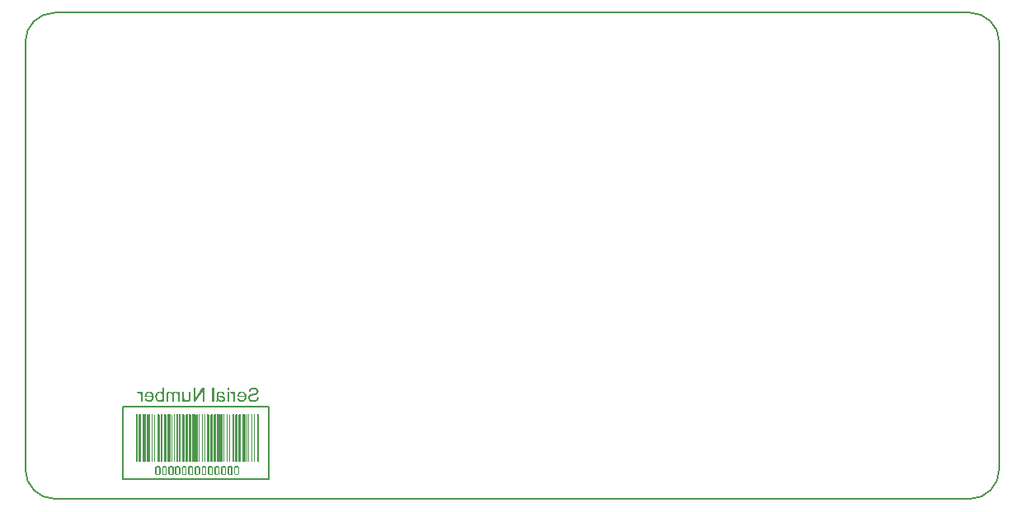
<source format=gbo>
%FSTAX43Y43*%
%MOMM*%
G71*
G01*
G75*
G04 Layer_Color=8454143*
%ADD10R,2.500X3.300*%
%ADD11R,1.500X1.900*%
%ADD12R,1.600X0.300*%
%ADD13R,3.400X9.700*%
%ADD14R,0.400X0.455*%
%ADD15R,1.050X1.100*%
%ADD16R,0.400X0.850*%
%ADD17C,1.500*%
%ADD18R,1.400X0.700*%
%ADD19R,3.800X4.500*%
%ADD20R,0.900X0.900*%
%ADD21R,1.700X1.700*%
%ADD22R,1.000X1.400*%
%ADD23R,1.700X1.700*%
%ADD24R,1.300X1.900*%
%ADD25R,0.650X1.600*%
%ADD26R,1.000X5.500*%
%ADD27R,1.600X3.000*%
%ADD28R,4.000X7.000*%
%ADD29R,0.300X0.800*%
%ADD30R,3.300X2.500*%
%ADD31R,1.000X1.500*%
%ADD32R,1.900X1.500*%
%ADD33R,3.000X2.500*%
%ADD34R,3.500X1.500*%
%ADD35R,0.900X1.200*%
%ADD36R,0.900X0.900*%
%ADD37R,0.455X0.400*%
%ADD38R,1.100X1.050*%
%ADD39R,0.850X0.400*%
%ADD40R,1.499X3.404*%
%ADD41R,0.600X0.600*%
%ADD42R,0.400X0.700*%
G04:AMPARAMS|DCode=43|XSize=2.51mm|YSize=2.55mm|CornerRadius=0.063mm|HoleSize=0mm|Usage=FLASHONLY|Rotation=270.000|XOffset=0mm|YOffset=0mm|HoleType=Round|Shape=RoundedRectangle|*
%AMROUNDEDRECTD43*
21,1,2.510,2.425,0,0,270.0*
21,1,2.385,2.550,0,0,270.0*
1,1,0.126,-1.212,-1.192*
1,1,0.126,-1.212,1.192*
1,1,0.126,1.212,1.192*
1,1,0.126,1.212,-1.192*
%
%ADD43ROUNDEDRECTD43*%
%ADD44R,0.753X3.600*%
%ADD45R,3.404X1.499*%
%ADD46R,0.700X0.400*%
G04:AMPARAMS|DCode=47|XSize=2.51mm|YSize=2.55mm|CornerRadius=0.063mm|HoleSize=0mm|Usage=FLASHONLY|Rotation=0.000|XOffset=0mm|YOffset=0mm|HoleType=Round|Shape=RoundedRectangle|*
%AMROUNDEDRECTD47*
21,1,2.510,2.425,0,0,0.0*
21,1,2.385,2.550,0,0,0.0*
1,1,0.126,1.192,-1.212*
1,1,0.126,-1.192,-1.212*
1,1,0.126,-1.192,1.212*
1,1,0.126,1.192,1.212*
%
%ADD47ROUNDEDRECTD47*%
%ADD48R,2.500X1.000*%
%ADD49R,1.400X1.000*%
%ADD50R,0.700X1.400*%
%ADD51R,4.500X3.800*%
%ADD52R,0.600X0.600*%
%ADD53R,4.700X1.250*%
%ADD54C,1.000*%
%ADD55C,0.600*%
%ADD56C,0.500*%
%ADD57C,0.300*%
%ADD58C,1.500*%
%ADD59C,0.900*%
%ADD60C,0.400*%
%ADD61C,1.700*%
%ADD62R,11.700X1.200*%
%ADD63R,4.000X11.800*%
%ADD64R,2.500X1.250*%
%ADD65R,2.500X7.100*%
%ADD66R,5.300X3.150*%
%ADD67R,6.100X1.000*%
%ADD68R,2.500X2.100*%
%ADD69R,13.900X1.900*%
%ADD70R,6.600X1.900*%
%ADD71R,3.200X8.500*%
%ADD72R,1.400X10.500*%
%ADD73R,3.300X1.500*%
%ADD74R,1.500X9.100*%
%ADD75R,1.100X3.875*%
%ADD76R,7.900X4.400*%
%ADD77R,3.200X0.600*%
%ADD78R,3.875X1.600*%
%ADD79R,15.400X1.900*%
%ADD80R,2.500X9.900*%
%ADD81R,3.400X4.200*%
%ADD82R,8.300X5.400*%
%ADD83R,24.000X2.700*%
%ADD84R,3.000X2.800*%
%ADD85R,2.900X11.200*%
%ADD86R,1.400X3.600*%
%ADD87R,4.200X1.450*%
%ADD88R,3.400X0.800*%
%ADD89R,1.000X9.300*%
%ADD90R,4.200X0.900*%
%ADD91R,3.400X5.700*%
%ADD92R,7.100X3.400*%
%ADD93R,4.400X8.250*%
%ADD94R,3.800X7.000*%
%ADD95R,4.400X13.600*%
%ADD96R,1.800X7.200*%
%ADD97R,5.100X10.400*%
%ADD98R,5.100X4.000*%
%ADD99R,7.200X5.500*%
%ADD100R,8.400X1.300*%
%ADD101R,6.100X3.100*%
%ADD102C,0.200*%
%ADD103R,2.000X2.000*%
%ADD104C,2.000*%
%ADD105C,0.500*%
%ADD106O,5.080X3.500*%
%ADD107O,3.000X4.000*%
%ADD108O,4.000X3.000*%
%ADD109C,0.700*%
%ADD110O,2.000X4.000*%
%ADD111C,1.700*%
%ADD112C,1.600*%
%ADD113R,1.600X1.600*%
%ADD114C,0.600*%
G04:AMPARAMS|DCode=115|XSize=14mm|YSize=4mm|CornerRadius=1mm|HoleSize=0mm|Usage=FLASHONLY|Rotation=0.000|XOffset=0mm|YOffset=0mm|HoleType=Round|Shape=RoundedRectangle|*
%AMROUNDEDRECTD115*
21,1,14.000,2.000,0,0,0.0*
21,1,12.000,4.000,0,0,0.0*
1,1,2.000,6.000,-1.000*
1,1,2.000,-6.000,-1.000*
1,1,2.000,-6.000,1.000*
1,1,2.000,6.000,1.000*
%
%ADD115ROUNDEDRECTD115*%
G04:AMPARAMS|DCode=116|XSize=14mm|YSize=4mm|CornerRadius=1mm|HoleSize=0mm|Usage=FLASHONLY|Rotation=270.000|XOffset=0mm|YOffset=0mm|HoleType=Round|Shape=RoundedRectangle|*
%AMROUNDEDRECTD116*
21,1,14.000,2.000,0,0,270.0*
21,1,12.000,4.000,0,0,270.0*
1,1,2.000,-1.000,-6.000*
1,1,2.000,-1.000,6.000*
1,1,2.000,1.000,6.000*
1,1,2.000,1.000,-6.000*
%
%ADD116ROUNDEDRECTD116*%
G04:AMPARAMS|DCode=117|XSize=8mm|YSize=8mm|CornerRadius=2mm|HoleSize=0mm|Usage=FLASHONLY|Rotation=270.000|XOffset=0mm|YOffset=0mm|HoleType=Round|Shape=RoundedRectangle|*
%AMROUNDEDRECTD117*
21,1,8.000,4.000,0,0,270.0*
21,1,4.000,8.000,0,0,270.0*
1,1,4.000,-2.000,-2.000*
1,1,4.000,-2.000,2.000*
1,1,4.000,2.000,2.000*
1,1,4.000,2.000,-2.000*
%
%ADD117ROUNDEDRECTD117*%
G04:AMPARAMS|DCode=118|XSize=9mm|YSize=4mm|CornerRadius=1mm|HoleSize=0mm|Usage=FLASHONLY|Rotation=270.000|XOffset=0mm|YOffset=0mm|HoleType=Round|Shape=RoundedRectangle|*
%AMROUNDEDRECTD118*
21,1,9.000,2.000,0,0,270.0*
21,1,7.000,4.000,0,0,270.0*
1,1,2.000,-1.000,-3.500*
1,1,2.000,-1.000,3.500*
1,1,2.000,1.000,3.500*
1,1,2.000,1.000,-3.500*
%
%ADD118ROUNDEDRECTD118*%
G04:AMPARAMS|DCode=119|XSize=3.5mm|YSize=5.5mm|CornerRadius=0.875mm|HoleSize=0mm|Usage=FLASHONLY|Rotation=270.000|XOffset=0mm|YOffset=0mm|HoleType=Round|Shape=RoundedRectangle|*
%AMROUNDEDRECTD119*
21,1,3.500,3.750,0,0,270.0*
21,1,1.750,5.500,0,0,270.0*
1,1,1.750,-1.875,-0.875*
1,1,1.750,-1.875,0.875*
1,1,1.750,1.875,0.875*
1,1,1.750,1.875,-0.875*
%
%ADD119ROUNDEDRECTD119*%
G04:AMPARAMS|DCode=120|XSize=3.5mm|YSize=3.5mm|CornerRadius=0.875mm|HoleSize=0mm|Usage=FLASHONLY|Rotation=270.000|XOffset=0mm|YOffset=0mm|HoleType=Round|Shape=RoundedRectangle|*
%AMROUNDEDRECTD120*
21,1,3.500,1.750,0,0,270.0*
21,1,1.750,3.500,0,0,270.0*
1,1,1.750,-0.875,-0.875*
1,1,1.750,-0.875,0.875*
1,1,1.750,0.875,0.875*
1,1,1.750,0.875,-0.875*
%
%ADD120ROUNDEDRECTD120*%
G04:AMPARAMS|DCode=121|XSize=6mm|YSize=5mm|CornerRadius=1.25mm|HoleSize=0mm|Usage=FLASHONLY|Rotation=270.000|XOffset=0mm|YOffset=0mm|HoleType=Round|Shape=RoundedRectangle|*
%AMROUNDEDRECTD121*
21,1,6.000,2.500,0,0,270.0*
21,1,3.500,5.000,0,0,270.0*
1,1,2.500,-1.250,-1.750*
1,1,2.500,-1.250,1.750*
1,1,2.500,1.250,1.750*
1,1,2.500,1.250,-1.750*
%
%ADD121ROUNDEDRECTD121*%
G04:AMPARAMS|DCode=122|XSize=6mm|YSize=7mm|CornerRadius=1.5mm|HoleSize=0mm|Usage=FLASHONLY|Rotation=270.000|XOffset=0mm|YOffset=0mm|HoleType=Round|Shape=RoundedRectangle|*
%AMROUNDEDRECTD122*
21,1,6.000,4.000,0,0,270.0*
21,1,3.000,7.000,0,0,270.0*
1,1,3.000,-2.000,-1.500*
1,1,3.000,-2.000,1.500*
1,1,3.000,2.000,1.500*
1,1,3.000,2.000,-1.500*
%
%ADD122ROUNDEDRECTD122*%
%ADD123C,2.000*%
%ADD124R,14.000X6.100*%
%ADD125C,0.100*%
%ADD126C,0.254*%
%ADD127C,0.152*%
%ADD128R,0.689X0.189*%
%ADD129R,2.703X3.503*%
%ADD130R,1.652X2.052*%
%ADD131C,1.703*%
%ADD132R,1.603X0.903*%
%ADD133R,4.003X4.703*%
%ADD134R,1.154X1.154*%
%ADD135R,1.903X1.903*%
%ADD136R,1.254X1.654*%
%ADD137R,1.903X1.903*%
%ADD138R,1.503X2.103*%
%ADD139R,0.853X1.803*%
%ADD140R,1.203X5.703*%
%ADD141R,1.803X3.203*%
%ADD142R,3.503X2.703*%
%ADD143R,1.254X1.754*%
%ADD144R,2.052X1.652*%
%ADD145R,3.703X1.703*%
%ADD146R,1.100X1.400*%
%ADD147R,1.154X1.154*%
%ADD148R,0.854X0.854*%
%ADD149R,0.603X0.903*%
G04:AMPARAMS|DCode=150|XSize=2.713mm|YSize=2.753mm|CornerRadius=0.164mm|HoleSize=0mm|Usage=FLASHONLY|Rotation=270.000|XOffset=0mm|YOffset=0mm|HoleType=Round|Shape=RoundedRectangle|*
%AMROUNDEDRECTD150*
21,1,2.713,2.425,0,0,270.0*
21,1,2.385,2.753,0,0,270.0*
1,1,0.329,-1.212,-1.192*
1,1,0.329,-1.212,1.192*
1,1,0.329,1.212,1.192*
1,1,0.329,1.212,-1.192*
%
%ADD150ROUNDEDRECTD150*%
%ADD151R,0.903X0.603*%
G04:AMPARAMS|DCode=152|XSize=2.713mm|YSize=2.753mm|CornerRadius=0.164mm|HoleSize=0mm|Usage=FLASHONLY|Rotation=0.000|XOffset=0mm|YOffset=0mm|HoleType=Round|Shape=RoundedRectangle|*
%AMROUNDEDRECTD152*
21,1,2.713,2.425,0,0,0.0*
21,1,2.385,2.753,0,0,0.0*
1,1,0.329,1.192,-1.212*
1,1,0.329,-1.192,-1.212*
1,1,0.329,-1.192,1.212*
1,1,0.329,1.192,1.212*
%
%ADD152ROUNDEDRECTD152*%
%ADD153R,2.703X1.203*%
%ADD154R,1.654X1.254*%
%ADD155R,0.903X1.603*%
%ADD156R,4.703X4.003*%
%ADD157R,0.854X0.854*%
%ADD158R,2.203X2.203*%
%ADD159C,2.203*%
%ADD160O,5.334X3.754*%
%ADD161O,3.200X4.200*%
%ADD162O,4.200X3.200*%
%ADD163C,0.903*%
%ADD164O,2.203X4.203*%
%ADD165C,0.703*%
%ADD166C,1.852*%
%ADD167R,1.852X1.852*%
%ADD168C,1.803*%
%ADD169R,1.803X1.803*%
G04:AMPARAMS|DCode=170|XSize=13.7mm|YSize=3.7mm|CornerRadius=0.85mm|HoleSize=0mm|Usage=FLASHONLY|Rotation=0.000|XOffset=0mm|YOffset=0mm|HoleType=Round|Shape=RoundedRectangle|*
%AMROUNDEDRECTD170*
21,1,13.700,2.000,0,0,0.0*
21,1,12.000,3.700,0,0,0.0*
1,1,1.700,6.000,-1.000*
1,1,1.700,-6.000,-1.000*
1,1,1.700,-6.000,1.000*
1,1,1.700,6.000,1.000*
%
%ADD170ROUNDEDRECTD170*%
G04:AMPARAMS|DCode=171|XSize=13.7mm|YSize=3.7mm|CornerRadius=0.85mm|HoleSize=0mm|Usage=FLASHONLY|Rotation=270.000|XOffset=0mm|YOffset=0mm|HoleType=Round|Shape=RoundedRectangle|*
%AMROUNDEDRECTD171*
21,1,13.700,2.000,0,0,270.0*
21,1,12.000,3.700,0,0,270.0*
1,1,1.700,-1.000,-6.000*
1,1,1.700,-1.000,6.000*
1,1,1.700,1.000,6.000*
1,1,1.700,1.000,-6.000*
%
%ADD171ROUNDEDRECTD171*%
G04:AMPARAMS|DCode=172|XSize=7.7mm|YSize=7.7mm|CornerRadius=1.85mm|HoleSize=0mm|Usage=FLASHONLY|Rotation=270.000|XOffset=0mm|YOffset=0mm|HoleType=Round|Shape=RoundedRectangle|*
%AMROUNDEDRECTD172*
21,1,7.700,4.000,0,0,270.0*
21,1,4.000,7.700,0,0,270.0*
1,1,3.700,-2.000,-2.000*
1,1,3.700,-2.000,2.000*
1,1,3.700,2.000,2.000*
1,1,3.700,2.000,-2.000*
%
%ADD172ROUNDEDRECTD172*%
G04:AMPARAMS|DCode=173|XSize=8.7mm|YSize=3.7mm|CornerRadius=0.85mm|HoleSize=0mm|Usage=FLASHONLY|Rotation=270.000|XOffset=0mm|YOffset=0mm|HoleType=Round|Shape=RoundedRectangle|*
%AMROUNDEDRECTD173*
21,1,8.700,2.000,0,0,270.0*
21,1,7.000,3.700,0,0,270.0*
1,1,1.700,-1.000,-3.500*
1,1,1.700,-1.000,3.500*
1,1,1.700,1.000,3.500*
1,1,1.700,1.000,-3.500*
%
%ADD173ROUNDEDRECTD173*%
G04:AMPARAMS|DCode=174|XSize=2.9mm|YSize=4.9mm|CornerRadius=0.575mm|HoleSize=0mm|Usage=FLASHONLY|Rotation=270.000|XOffset=0mm|YOffset=0mm|HoleType=Round|Shape=RoundedRectangle|*
%AMROUNDEDRECTD174*
21,1,2.900,3.750,0,0,270.0*
21,1,1.750,4.900,0,0,270.0*
1,1,1.150,-1.875,-0.875*
1,1,1.150,-1.875,0.875*
1,1,1.150,1.875,0.875*
1,1,1.150,1.875,-0.875*
%
%ADD174ROUNDEDRECTD174*%
G04:AMPARAMS|DCode=175|XSize=3mm|YSize=3mm|CornerRadius=0.625mm|HoleSize=0mm|Usage=FLASHONLY|Rotation=270.000|XOffset=0mm|YOffset=0mm|HoleType=Round|Shape=RoundedRectangle|*
%AMROUNDEDRECTD175*
21,1,3.000,1.750,0,0,270.0*
21,1,1.750,3.000,0,0,270.0*
1,1,1.250,-0.875,-0.875*
1,1,1.250,-0.875,0.875*
1,1,1.250,0.875,0.875*
1,1,1.250,0.875,-0.875*
%
%ADD175ROUNDEDRECTD175*%
G04:AMPARAMS|DCode=176|XSize=3.2mm|YSize=3.2mm|CornerRadius=0.725mm|HoleSize=0mm|Usage=FLASHONLY|Rotation=270.000|XOffset=0mm|YOffset=0mm|HoleType=Round|Shape=RoundedRectangle|*
%AMROUNDEDRECTD176*
21,1,3.200,1.750,0,0,270.0*
21,1,1.750,3.200,0,0,270.0*
1,1,1.450,-0.875,-0.875*
1,1,1.450,-0.875,0.875*
1,1,1.450,0.875,0.875*
1,1,1.450,0.875,-0.875*
%
%ADD176ROUNDEDRECTD176*%
G04:AMPARAMS|DCode=177|XSize=5.8mm|YSize=4.8mm|CornerRadius=1.15mm|HoleSize=0mm|Usage=FLASHONLY|Rotation=270.000|XOffset=0mm|YOffset=0mm|HoleType=Round|Shape=RoundedRectangle|*
%AMROUNDEDRECTD177*
21,1,5.800,2.500,0,0,270.0*
21,1,3.500,4.800,0,0,270.0*
1,1,2.300,-1.250,-1.750*
1,1,2.300,-1.250,1.750*
1,1,2.300,1.250,1.750*
1,1,2.300,1.250,-1.750*
%
%ADD177ROUNDEDRECTD177*%
G04:AMPARAMS|DCode=178|XSize=5mm|YSize=6mm|CornerRadius=1mm|HoleSize=0mm|Usage=FLASHONLY|Rotation=270.000|XOffset=0mm|YOffset=0mm|HoleType=Round|Shape=RoundedRectangle|*
%AMROUNDEDRECTD178*
21,1,5.000,4.000,0,0,270.0*
21,1,3.000,6.000,0,0,270.0*
1,1,2.000,-2.000,-1.500*
1,1,2.000,-2.000,1.500*
1,1,2.000,2.000,1.500*
1,1,2.000,2.000,-1.500*
%
%ADD178ROUNDEDRECTD178*%
G36*
X0237195Y0213571D02*
X0237021Y0213571D01*
X0237021Y0214593D01*
X0237195Y0214593D01*
X0237195Y0213571D01*
X0237195Y0213571D02*
G37*
G36*
X0237498Y0214614D02*
X0237519Y021461D01*
X0237538Y0214606D01*
X0237553Y0214599D01*
X0237568Y0214591D01*
X0237579Y0214586D01*
X0237586Y0214582D01*
X0237588Y021458D01*
X0237607Y0214565D01*
X0237624Y0214543D01*
X0237644Y021452D01*
X0237661Y0214496D01*
X0237674Y0214475D01*
X0237684Y0214455D01*
X0237693Y0214442D01*
X0237695Y021444D01*
X0237695Y0214593D01*
X0237852Y0214593D01*
X0237852Y0213571D01*
X0237678Y0213571D01*
X0237678Y0214105D01*
X0237676Y0214146D01*
X0237674Y0214183D01*
X0237669Y0214217D01*
X0237663Y0214247D01*
X0237659Y0214273D01*
X0237654Y0214292D01*
X0237652Y0214303D01*
X023765Y0214307D01*
X0237641Y0214329D01*
X0237633Y0214348D01*
X0237622Y0214365D01*
X0237611Y0214378D01*
X0237603Y0214389D01*
X0237594Y0214397D01*
X023759Y0214402D01*
X0237588Y0214404D01*
X0237571Y0214415D01*
X0237553Y0214423D01*
X0237536Y021443D01*
X0237521Y0214434D01*
X0237506Y0214436D01*
X0237495Y0214438D01*
X0237487Y0214438D01*
X0237463Y0214436D01*
X023744Y0214432D01*
X0237418Y0214425D01*
X0237399Y0214419D01*
X0237384Y0214412D01*
X0237371Y0214406D01*
X0237362Y0214402D01*
X023736Y0214399D01*
X0237298Y0214558D01*
X0237332Y0214578D01*
X0237365Y0214593D01*
X0237395Y0214601D01*
X023742Y021461D01*
X0237444Y0214614D01*
X0237461Y0214616D01*
X0237476Y0214616D01*
X0237498Y0214614D01*
X0237498Y0214614D02*
G37*
G36*
X0227981Y0214614D02*
X0228002Y021461D01*
X0228022Y0214606D01*
X0228037Y0214599D01*
X0228052Y0214591D01*
X0228062Y0214586D01*
X0228069Y0214582D01*
X0228071Y021458D01*
X022809Y0214565D01*
X0228108Y0214543D01*
X0228127Y021452D01*
X0228144Y0214496D01*
X0228157Y0214475D01*
X0228168Y0214455D01*
X0228176Y0214442D01*
X0228178Y021444D01*
X0228178Y0214593D01*
X0228335Y0214593D01*
X0228335Y0213571D01*
X0228161Y0213571D01*
X0228161Y0214105D01*
X0228159Y0214146D01*
X0228157Y0214183D01*
X0228153Y0214217D01*
X0228146Y0214247D01*
X0228142Y0214273D01*
X0228138Y0214292D01*
X0228135Y0214303D01*
X0228133Y0214307D01*
X0228125Y0214329D01*
X0228116Y0214348D01*
X0228105Y0214365D01*
X0228095Y0214378D01*
X0228086Y0214389D01*
X0228077Y0214397D01*
X0228073Y0214402D01*
X0228071Y0214404D01*
X0228054Y0214415D01*
X0228037Y0214423D01*
X022802Y021443D01*
X0228005Y0214434D01*
X0227989Y0214436D01*
X0227979Y0214438D01*
X022797Y0214438D01*
X0227947Y0214436D01*
X0227923Y0214432D01*
X0227901Y0214425D01*
X0227882Y0214419D01*
X0227867Y0214412D01*
X0227854Y0214406D01*
X0227846Y0214402D01*
X0227844Y0214399D01*
X0227781Y0214558D01*
X0227816Y0214578D01*
X0227848Y0214593D01*
X0227878Y0214601D01*
X0227904Y021461D01*
X0227927Y0214614D01*
X0227944Y0214616D01*
X0227959Y0214616D01*
X0227981Y0214614D01*
X0227981Y0214614D02*
G37*
G36*
X0235667Y0213571D02*
X0235493Y0213571D01*
X0235493Y0214981D01*
X0235667Y0214981D01*
X0235667Y0213571D01*
X0235667Y0213571D02*
G37*
G36*
X0233261Y0213957D02*
X0233261Y0213919D01*
X0233259Y0213887D01*
X0233259Y0213859D01*
X0233257Y0213835D01*
X0233254Y0213818D01*
X0233254Y0213807D01*
X0233252Y0213799D01*
X0233252Y0213796D01*
X0233246Y0213768D01*
X0233237Y0213745D01*
X0233229Y0213723D01*
X0233218Y0213704D01*
X0233211Y0213689D01*
X0233205Y0213676D01*
X0233201Y021367D01*
X0233199Y0213668D01*
X0233181Y0213648D01*
X0233164Y0213633D01*
X0233145Y0213618D01*
X0233126Y0213605D01*
X0233108Y0213595D01*
X0233096Y0213588D01*
X0233087Y0213584D01*
X0233083Y0213582D01*
X0233053Y0213571D01*
X0233023Y0213562D01*
X0232995Y0213556D01*
X0232969Y0213552D01*
X0232945Y021355D01*
X0232928Y0213547D01*
X0232913Y0213547D01*
X0232877Y021355D01*
X023284Y0213554D01*
X0232808Y0213562D01*
X0232776Y0213575D01*
X0232748Y0213588D01*
X023272Y0213601D01*
X0232696Y0213618D01*
X0232675Y0213633D01*
X0232656Y0213648D01*
X0232638Y0213665D01*
X0232623Y0213678D01*
X023261Y0213693D01*
X0232602Y0213704D01*
X0232595Y0213713D01*
X0232591Y0213717D01*
X0232589Y0213719D01*
X0232589Y0213571D01*
X0232434Y0213571D01*
X0232434Y0214593D01*
X0232608Y0214593D01*
X0232608Y0214043D01*
X023261Y0213998D01*
X0232613Y0213957D01*
X0232617Y0213923D01*
X0232623Y0213895D01*
X023263Y0213872D01*
X0232634Y0213856D01*
X0232636Y0213848D01*
X0232638Y0213844D01*
X0232651Y021382D01*
X0232664Y0213799D01*
X0232681Y0213779D01*
X0232696Y0213764D01*
X0232711Y0213751D01*
X0232724Y0213743D01*
X0232733Y0213736D01*
X0232735Y0213734D01*
X0232761Y0213721D01*
X0232786Y0213713D01*
X023281Y0213704D01*
X0232832Y02137D01*
X0232851Y0213698D01*
X0232866Y0213696D01*
X0232879Y0213696D01*
X0232907Y0213698D01*
X0232932Y0213702D01*
X0232954Y0213708D01*
X0232973Y0213715D01*
X0232988Y0213721D01*
X0232999Y0213728D01*
X0233008Y0213732D01*
X023301Y0213734D01*
X0233027Y0213749D01*
X0233042Y0213766D01*
X0233055Y0213786D01*
X0233063Y0213803D01*
X023307Y0213818D01*
X0233074Y0213831D01*
X0233078Y0213839D01*
X0233078Y0213841D01*
X0233081Y0213863D01*
X0233083Y0213891D01*
X0233085Y0213921D01*
X0233085Y0213951D01*
X0233087Y0213979D01*
X0233087Y0214002D01*
X0233087Y0214011D01*
X0233087Y0214017D01*
X0233087Y0214022D01*
X0233087Y0214024D01*
X0233087Y0214593D01*
X0233261Y0214593D01*
X0233261Y0213957D01*
X0233261Y0213957D02*
G37*
G36*
X0234658Y0213571D02*
X023448Y0213571D01*
X023448Y0214679D01*
X0233739Y0213571D01*
X0233548Y0213571D01*
X0233548Y0214981D01*
X0233727Y0214981D01*
X0233727Y0213874D01*
X0234469Y0214981D01*
X0234658Y0214981D01*
X0234658Y0213571D01*
X0234658Y0213571D02*
G37*
G36*
X022905Y0214614D02*
X0229086Y021461D01*
X0229121Y0214603D01*
X0229153Y0214595D01*
X0229185Y0214582D01*
X0229213Y0214571D01*
X0229239Y0214558D01*
X0229262Y0214545D01*
X0229284Y021453D01*
X0229301Y0214518D01*
X0229318Y0214507D01*
X0229331Y0214496D01*
X0229342Y0214485D01*
X0229348Y0214479D01*
X0229352Y0214475D01*
X0229355Y0214472D01*
X0229378Y0214445D01*
X0229397Y0214415D01*
X0229415Y0214382D01*
X022943Y021435D01*
X0229443Y0214316D01*
X0229453Y0214284D01*
X0229468Y0214219D01*
X0229475Y0214189D01*
X0229479Y0214161D01*
X0229481Y0214135D01*
X0229483Y0214114D01*
X0229485Y0214097D01*
X0229485Y0214082D01*
X0229485Y0214073D01*
X0229485Y0214071D01*
X0229483Y0214026D01*
X0229479Y0213983D01*
X0229473Y0213942D01*
X0229464Y0213906D01*
X0229455Y0213872D01*
X0229445Y0213839D01*
X0229432Y0213811D01*
X0229419Y0213786D01*
X0229408Y0213762D01*
X0229395Y0213741D01*
X0229385Y0213723D01*
X0229374Y0213711D01*
X0229367Y02137D01*
X0229361Y0213691D01*
X0229357Y0213687D01*
X0229355Y0213685D01*
X0229329Y0213661D01*
X0229301Y021364D01*
X0229273Y021362D01*
X0229243Y0213605D01*
X0229215Y0213592D01*
X0229185Y0213582D01*
X0229129Y0213565D01*
X0229101Y0213558D01*
X0229078Y0213554D01*
X0229056Y0213552D01*
X0229037Y021355D01*
X0229022Y0213547D01*
X0229Y0213547D01*
X0228936Y0213552D01*
X022888Y021356D01*
X0228829Y0213575D01*
X0228788Y021359D01*
X0228769Y0213599D01*
X0228754Y0213605D01*
X0228741Y0213614D01*
X022873Y021362D01*
X0228719Y0213625D01*
X0228713Y0213629D01*
X0228711Y0213633D01*
X0228708Y0213633D01*
X022867Y0213668D01*
X0228636Y0213708D01*
X022861Y0213749D01*
X0228588Y0213788D01*
X0228571Y0213824D01*
X0228565Y0213839D01*
X022856Y0213852D01*
X0228556Y0213863D01*
X0228554Y0213872D01*
X0228552Y0213876D01*
X0228552Y0213878D01*
X022873Y0213902D01*
X0228747Y0213863D01*
X0228764Y0213829D01*
X0228781Y0213801D01*
X0228799Y0213779D01*
X0228814Y021376D01*
X0228827Y0213749D01*
X0228835Y0213741D01*
X0228837Y0213738D01*
X0228863Y0213721D01*
X0228891Y0213711D01*
X0228919Y0213702D01*
X0228945Y0213696D01*
X0228966Y0213691D01*
X0228983Y0213689D01*
X0229Y0213689D01*
X0229045Y0213693D01*
X0229086Y0213702D01*
X0229123Y0213717D01*
X0229155Y0213734D01*
X0229179Y0213749D01*
X0229198Y0213764D01*
X0229209Y0213773D01*
X0229213Y0213777D01*
X0229241Y0213814D01*
X0229264Y0213856D01*
X0229279Y0213899D01*
X0229292Y021394D01*
X0229301Y0213979D01*
X0229303Y0213994D01*
X0229305Y0214009D01*
X0229305Y021402D01*
X0229307Y021403D01*
X0229307Y0214035D01*
X0229307Y0214037D01*
X0228548Y0214037D01*
X0228545Y0214056D01*
X0228545Y0214071D01*
X0228545Y021408D01*
X0228545Y0214082D01*
X0228548Y0214129D01*
X0228552Y0214172D01*
X0228558Y0214213D01*
X0228565Y0214249D01*
X0228575Y0214286D01*
X0228586Y0214318D01*
X0228599Y0214346D01*
X022861Y0214374D01*
X0228623Y0214397D01*
X0228636Y0214417D01*
X0228646Y0214434D01*
X0228655Y0214449D01*
X0228663Y021446D01*
X022867Y0214468D01*
X0228674Y0214472D01*
X0228676Y0214475D01*
X0228702Y02145D01*
X0228728Y0214522D01*
X0228756Y0214541D01*
X0228784Y0214556D01*
X0228812Y0214571D01*
X0228839Y0214582D01*
X0228891Y0214599D01*
X0228917Y0214606D01*
X0228938Y021461D01*
X022896Y0214612D01*
X0228977Y0214614D01*
X0228992Y0214616D01*
X0229011Y0214616D01*
X022905Y0214614D01*
X022905Y0214614D02*
G37*
G36*
X0238566Y0214614D02*
X0238603Y021461D01*
X0238637Y0214603D01*
X0238669Y0214595D01*
X0238702Y0214582D01*
X023873Y0214571D01*
X0238755Y0214558D01*
X0238779Y0214545D01*
X02388Y021453D01*
X0238818Y0214518D01*
X0238835Y0214507D01*
X0238848Y0214496D01*
X0238858Y0214485D01*
X0238865Y0214479D01*
X0238869Y0214475D01*
X0238871Y0214472D01*
X0238895Y0214445D01*
X0238914Y0214415D01*
X0238931Y0214382D01*
X0238946Y021435D01*
X0238959Y0214316D01*
X023897Y0214284D01*
X0238985Y0214219D01*
X0238991Y0214189D01*
X0238996Y0214161D01*
X0238998Y0214135D01*
X0239Y0214114D01*
X0239002Y0214097D01*
X0239002Y0214082D01*
X0239002Y0214073D01*
X0239002Y0214071D01*
X0239Y0214026D01*
X0238996Y0213983D01*
X0238989Y0213942D01*
X0238981Y0213906D01*
X0238972Y0213872D01*
X0238961Y0213839D01*
X0238948Y0213811D01*
X0238936Y0213786D01*
X0238925Y0213762D01*
X0238912Y0213741D01*
X0238901Y0213723D01*
X0238891Y0213711D01*
X0238884Y02137D01*
X0238878Y0213691D01*
X0238873Y0213687D01*
X0238871Y0213685D01*
X0238845Y0213661D01*
X0238818Y021364D01*
X023879Y021362D01*
X023876Y0213605D01*
X0238732Y0213592D01*
X0238702Y0213582D01*
X0238646Y0213565D01*
X0238618Y0213558D01*
X0238594Y0213554D01*
X0238573Y0213552D01*
X0238554Y021355D01*
X0238539Y0213547D01*
X0238517Y0213547D01*
X0238453Y0213552D01*
X0238397Y021356D01*
X0238345Y0213575D01*
X0238305Y021359D01*
X0238285Y0213599D01*
X023827Y0213605D01*
X0238257Y0213614D01*
X0238247Y021362D01*
X0238236Y0213625D01*
X0238229Y0213629D01*
X0238227Y0213633D01*
X0238225Y0213633D01*
X0238187Y0213668D01*
X0238152Y0213708D01*
X0238126Y0213749D01*
X0238105Y0213788D01*
X0238088Y0213824D01*
X0238081Y0213839D01*
X0238077Y0213852D01*
X0238073Y0213863D01*
X0238071Y0213872D01*
X0238069Y0213876D01*
X0238069Y0213878D01*
X0238247Y0213902D01*
X0238264Y0213863D01*
X0238281Y0213829D01*
X0238298Y0213801D01*
X0238315Y0213779D01*
X023833Y021376D01*
X0238343Y0213749D01*
X0238352Y0213741D01*
X0238354Y0213738D01*
X023838Y0213721D01*
X0238408Y0213711D01*
X0238436Y0213702D01*
X0238461Y0213696D01*
X0238483Y0213691D01*
X02385Y0213689D01*
X0238517Y0213689D01*
X0238562Y0213693D01*
X0238603Y0213702D01*
X0238639Y0213717D01*
X0238672Y0213734D01*
X0238695Y0213749D01*
X0238715Y0213764D01*
X0238725Y0213773D01*
X023873Y0213777D01*
X0238757Y0213814D01*
X0238781Y0213856D01*
X0238796Y0213899D01*
X0238809Y021394D01*
X0238818Y0213979D01*
X023882Y0213994D01*
X0238822Y0214009D01*
X0238822Y021402D01*
X0238824Y021403D01*
X0238824Y0214035D01*
X0238824Y0214037D01*
X0238064Y0214037D01*
X0238062Y0214056D01*
X0238062Y0214071D01*
X0238062Y021408D01*
X0238062Y0214082D01*
X0238064Y0214129D01*
X0238069Y0214172D01*
X0238075Y0214213D01*
X0238081Y0214249D01*
X0238092Y0214286D01*
X0238103Y0214318D01*
X0238116Y0214346D01*
X0238126Y0214374D01*
X0238139Y0214397D01*
X0238152Y0214417D01*
X0238163Y0214434D01*
X0238172Y0214449D01*
X023818Y021446D01*
X0238187Y0214468D01*
X0238191Y0214472D01*
X0238193Y0214475D01*
X0238219Y02145D01*
X0238245Y0214522D01*
X0238272Y0214541D01*
X02383Y0214556D01*
X0238328Y0214571D01*
X0238356Y0214582D01*
X0238408Y0214599D01*
X0238433Y0214606D01*
X0238455Y021461D01*
X0238476Y0214612D01*
X0238493Y0214614D01*
X0238508Y0214616D01*
X0238528Y0214616D01*
X0238566Y0214614D01*
X0238566Y0214614D02*
G37*
G36*
X0229067Y0212217D02*
X0229067Y0212164D01*
X0229067Y021211D01*
X0229067Y0212057D01*
X0229067Y0212004D01*
X0229067Y021195D01*
X0229067Y0211897D01*
X0229067Y0211844D01*
X0229067Y0211791D01*
X0229067Y0211737D01*
X0229067Y0211684D01*
X0229067Y0211631D01*
X0229067Y0211577D01*
X0229067Y0211524D01*
X0229067Y0211471D01*
X0229067Y0211417D01*
X0229067Y0211364D01*
X0229067Y0211311D01*
X0229067Y0211257D01*
X0229067Y0211204D01*
X0229067Y0211151D01*
X0229067Y0211097D01*
X0229067Y0211044D01*
X0229067Y0210991D01*
X0229067Y0210937D01*
X0229067Y0210884D01*
X0229067Y0210831D01*
X0229067Y0210777D01*
X0229067Y0210724D01*
X0229067Y0210671D01*
X0229067Y0210617D01*
X0229067Y0210564D01*
X0229067Y0210511D01*
X0229067Y0210458D01*
X0229067Y0210404D01*
X0229067Y0210351D01*
X0229067Y0210298D01*
X0229067Y0210244D01*
X0229067Y0210191D01*
X0229067Y0210138D01*
X0229067Y0210084D01*
X0229067Y0210031D01*
X0229067Y0209978D01*
X0229067Y0209924D01*
X0229067Y0209871D01*
X0229067Y0209818D01*
X0229067Y0209764D01*
X0229067Y0209711D01*
X0229067Y0209658D01*
X0229067Y0209604D01*
X0229067Y0209551D01*
X0229067Y0209498D01*
X0229067Y0209444D01*
X0229067Y0209391D01*
X0229067Y0209338D01*
X0229067Y0209285D01*
X0229067Y0209231D01*
X0229067Y0209178D01*
X0229067Y0209125D01*
X0229067Y0209071D01*
X0229067Y0209018D01*
X0229067Y0208965D01*
X0229067Y0208911D01*
X0229067Y0208858D01*
X0229067Y0208805D01*
X0229067Y0208751D01*
X0229067Y0208698D01*
X0229067Y0208645D01*
X0229067Y0208591D01*
X0229067Y0208538D01*
X0229067Y0208485D01*
X0229067Y0208431D01*
X0229067Y0208378D01*
X0229067Y0208325D01*
X0229067Y0208271D01*
X0229067Y0208218D01*
X0229067Y0208165D01*
X0229067Y0208111D01*
X0229067Y0208058D01*
X0229067Y0208005D01*
X0229067Y0207952D01*
X0229067Y0207898D01*
X0229067Y0207845D01*
X0229067Y0207792D01*
X0229067Y0207738D01*
X0229067Y0207685D01*
X0229067Y0207632D01*
X0229067Y0207578D01*
X0229067Y0207525D01*
X0229067Y0207472D01*
X0229067Y0207418D01*
X0229067Y0207365D01*
X022896Y0207365D01*
X022896Y0207418D01*
X022896Y0207472D01*
X022896Y0207525D01*
X022896Y0207578D01*
X022896Y0207632D01*
X022896Y0207685D01*
X022896Y0207738D01*
X022896Y0207792D01*
X022896Y0207845D01*
X022896Y0207898D01*
X022896Y0207952D01*
X022896Y0208005D01*
X022896Y0208058D01*
X022896Y0208111D01*
X022896Y0208165D01*
X022896Y0208218D01*
X022896Y0208271D01*
X022896Y0208325D01*
X022896Y0208378D01*
X022896Y0208431D01*
X022896Y0208485D01*
X022896Y0208538D01*
X022896Y0208591D01*
X022896Y0208645D01*
X022896Y0208698D01*
X022896Y0208751D01*
X022896Y0208805D01*
X022896Y0208858D01*
X022896Y0208911D01*
X022896Y0208965D01*
X022896Y0209018D01*
X022896Y0209071D01*
X022896Y0209125D01*
X022896Y0209178D01*
X022896Y0209231D01*
X022896Y0209285D01*
X022896Y0209338D01*
X022896Y0209391D01*
X022896Y0209444D01*
X022896Y0209498D01*
X022896Y0209551D01*
X022896Y0209604D01*
X022896Y0209658D01*
X022896Y0209711D01*
X022896Y0209764D01*
X022896Y0209818D01*
X022896Y0209871D01*
X022896Y0209924D01*
X022896Y0209978D01*
X022896Y0210031D01*
X022896Y0210084D01*
X022896Y0210138D01*
X022896Y0210191D01*
X022896Y0210244D01*
X022896Y0210298D01*
X022896Y0210351D01*
X022896Y0210404D01*
X022896Y0210458D01*
X022896Y0210511D01*
X022896Y0210564D01*
X022896Y0210617D01*
X022896Y0210671D01*
X022896Y0210724D01*
X022896Y0210777D01*
X022896Y0210831D01*
X022896Y0210884D01*
X022896Y0210937D01*
X022896Y0210991D01*
X022896Y0211044D01*
X022896Y0211097D01*
X022896Y0211151D01*
X022896Y0211204D01*
X022896Y0211257D01*
X022896Y0211311D01*
X022896Y0211364D01*
X022896Y0211417D01*
X022896Y0211471D01*
X022896Y0211524D01*
X022896Y0211577D01*
X022896Y0211631D01*
X022896Y0211684D01*
X022896Y0211737D01*
X022896Y0211791D01*
X022896Y0211844D01*
X022896Y0211897D01*
X022896Y021195D01*
X022896Y0212004D01*
X022896Y0212057D01*
X022896Y021211D01*
X022896Y0212164D01*
X022896Y0212217D01*
X022896Y021227D01*
X0229067Y021227D01*
X0229067Y0212217D01*
X0229067Y0212217D02*
G37*
G36*
X0228853Y0212217D02*
X0228907Y0212217D01*
X0228907Y0212164D01*
X0228907Y021211D01*
X0228907Y0212057D01*
X0228907Y0212004D01*
X0228907Y021195D01*
X0228907Y0211897D01*
X0228907Y0211844D01*
X0228907Y0211791D01*
X0228907Y0211737D01*
X0228907Y0211684D01*
X0228907Y0211631D01*
X0228907Y0211577D01*
X0228907Y0211524D01*
X0228907Y0211471D01*
X0228907Y0211417D01*
X0228907Y0211364D01*
X0228907Y0211311D01*
X0228907Y0211257D01*
X0228907Y0211204D01*
X0228907Y0211151D01*
X0228907Y0211097D01*
X0228907Y0211044D01*
X0228907Y0210991D01*
X0228907Y0210937D01*
X0228907Y0210884D01*
X0228907Y0210831D01*
X0228907Y0210777D01*
X0228907Y0210724D01*
X0228907Y0210671D01*
X0228907Y0210617D01*
X0228907Y0210564D01*
X0228907Y0210511D01*
X0228907Y0210458D01*
X0228907Y0210404D01*
X0228907Y0210351D01*
X0228907Y0210298D01*
X0228907Y0210244D01*
X0228907Y0210191D01*
X0228907Y0210138D01*
X0228907Y0210084D01*
X0228907Y0210031D01*
X0228907Y0209978D01*
X0228907Y0209924D01*
X0228907Y0209871D01*
X0228907Y0209818D01*
X0228907Y0209764D01*
X0228907Y0209711D01*
X0228907Y0209658D01*
X0228907Y0209604D01*
X0228907Y0209551D01*
X0228907Y0209498D01*
X0228907Y0209444D01*
X0228907Y0209391D01*
X0228907Y0209338D01*
X0228907Y0209285D01*
X0228907Y0209231D01*
X0228907Y0209178D01*
X0228907Y0209125D01*
X0228907Y0209071D01*
X0228907Y0209018D01*
X0228907Y0208965D01*
X0228907Y0208911D01*
X0228907Y0208858D01*
X0228907Y0208805D01*
X0228907Y0208751D01*
X0228907Y0208698D01*
X0228907Y0208645D01*
X0228907Y0208591D01*
X0228907Y0208538D01*
X0228907Y0208485D01*
X0228907Y0208431D01*
X0228907Y0208378D01*
X0228907Y0208325D01*
X0228907Y0208271D01*
X0228907Y0208218D01*
X0228907Y0208165D01*
X0228907Y0208111D01*
X0228907Y0208058D01*
X0228907Y0208005D01*
X0228907Y0207952D01*
X0228907Y0207898D01*
X0228907Y0207845D01*
X0228907Y0207792D01*
X0228907Y0207738D01*
X0228907Y0207685D01*
X0228907Y0207632D01*
X0228907Y0207578D01*
X0228907Y0207525D01*
X0228907Y0207472D01*
X0228907Y0207418D01*
X0228853Y0207418D01*
X0228853Y0207365D01*
X0228747Y0207365D01*
X0228747Y0207418D01*
X0228747Y0207472D01*
X0228747Y0207525D01*
X0228747Y0207578D01*
X0228747Y0207632D01*
X0228747Y0207685D01*
X0228747Y0207738D01*
X0228747Y0207792D01*
X0228747Y0207845D01*
X0228747Y0207898D01*
X0228747Y0207952D01*
X0228747Y0208005D01*
X0228747Y0208058D01*
X0228747Y0208111D01*
X0228747Y0208165D01*
X0228747Y0208218D01*
X0228747Y0208271D01*
X0228747Y0208325D01*
X0228747Y0208378D01*
X0228747Y0208431D01*
X0228747Y0208485D01*
X0228747Y0208538D01*
X0228747Y0208591D01*
X0228747Y0208645D01*
X0228747Y0208698D01*
X0228747Y0208751D01*
X0228747Y0208805D01*
X0228747Y0208858D01*
X0228747Y0208911D01*
X0228747Y0208965D01*
X0228747Y0209018D01*
X0228747Y0209071D01*
X0228747Y0209125D01*
X0228747Y0209178D01*
X0228747Y0209231D01*
X0228747Y0209285D01*
X0228747Y0209338D01*
X0228747Y0209391D01*
X0228747Y0209444D01*
X0228747Y0209498D01*
X0228747Y0209551D01*
X0228747Y0209604D01*
X0228747Y0209658D01*
X0228747Y0209711D01*
X0228747Y0209764D01*
X0228747Y0209818D01*
X0228747Y0209871D01*
X0228747Y0209924D01*
X0228747Y0209978D01*
X0228747Y0210031D01*
X0228747Y0210084D01*
X0228747Y0210138D01*
X0228747Y0210191D01*
X0228747Y0210244D01*
X0228747Y0210298D01*
X0228747Y0210351D01*
X0228747Y0210404D01*
X0228747Y0210458D01*
X0228747Y0210511D01*
X0228747Y0210564D01*
X0228747Y0210617D01*
X0228747Y0210671D01*
X0228747Y0210724D01*
X0228747Y0210777D01*
X0228747Y0210831D01*
X0228747Y0210884D01*
X0228747Y0210937D01*
X0228747Y0210991D01*
X0228747Y0211044D01*
X0228747Y0211097D01*
X0228747Y0211151D01*
X0228747Y0211204D01*
X0228747Y0211257D01*
X0228747Y0211311D01*
X0228747Y0211364D01*
X0228747Y0211417D01*
X0228747Y0211471D01*
X0228747Y0211524D01*
X0228747Y0211577D01*
X0228747Y0211631D01*
X0228747Y0211684D01*
X0228747Y0211737D01*
X0228747Y0211791D01*
X0228747Y0211844D01*
X0228747Y0211897D01*
X0228747Y021195D01*
X0228747Y0212004D01*
X0228747Y0212057D01*
X0228747Y021211D01*
X0228747Y0212164D01*
X0228747Y0212217D01*
X02288Y0212217D01*
X02288Y021227D01*
X0228853Y021227D01*
X0228853Y0212217D01*
X0228853Y0212217D02*
G37*
G36*
X0229653Y0212217D02*
X0229706Y0212217D01*
X0229706Y0212164D01*
X0229653Y0212164D01*
X0229653Y021211D01*
X0229653Y0212057D01*
X0229653Y0212004D01*
X0229653Y021195D01*
X0229653Y0211897D01*
X0229653Y0211844D01*
X0229653Y0211791D01*
X0229653Y0211737D01*
X0229653Y0211684D01*
X0229653Y0211631D01*
X0229653Y0211577D01*
X0229653Y0211524D01*
X0229653Y0211471D01*
X0229653Y0211417D01*
X0229653Y0211364D01*
X0229653Y0211311D01*
X0229653Y0211257D01*
X0229653Y0211204D01*
X0229653Y0211151D01*
X0229653Y0211097D01*
X0229653Y0211044D01*
X0229653Y0210991D01*
X0229653Y0210937D01*
X0229653Y0210884D01*
X0229653Y0210831D01*
X0229653Y0210777D01*
X0229653Y0210724D01*
X0229653Y0210671D01*
X0229653Y0210617D01*
X0229653Y0210564D01*
X0229653Y0210511D01*
X0229653Y0210458D01*
X0229653Y0210404D01*
X0229653Y0210351D01*
X0229653Y0210298D01*
X0229653Y0210244D01*
X0229653Y0210191D01*
X0229653Y0210138D01*
X0229653Y0210084D01*
X0229653Y0210031D01*
X0229653Y0209978D01*
X0229653Y0209924D01*
X0229653Y0209871D01*
X0229653Y0209818D01*
X0229653Y0209764D01*
X0229653Y0209711D01*
X0229653Y0209658D01*
X0229653Y0209604D01*
X0229653Y0209551D01*
X0229653Y0209498D01*
X0229653Y0209444D01*
X0229653Y0209391D01*
X0229653Y0209338D01*
X0229653Y0209285D01*
X0229653Y0209231D01*
X0229653Y0209178D01*
X0229653Y0209125D01*
X0229653Y0209071D01*
X0229653Y0209018D01*
X0229653Y0208965D01*
X0229653Y0208911D01*
X0229653Y0208858D01*
X0229653Y0208805D01*
X0229653Y0208751D01*
X0229653Y0208698D01*
X0229653Y0208645D01*
X0229653Y0208591D01*
X0229653Y0208538D01*
X0229653Y0208485D01*
X0229653Y0208431D01*
X0229653Y0208378D01*
X0229653Y0208325D01*
X0229653Y0208271D01*
X0229653Y0208218D01*
X0229653Y0208165D01*
X0229653Y0208111D01*
X0229653Y0208058D01*
X0229653Y0208005D01*
X0229653Y0207952D01*
X0229653Y0207898D01*
X0229653Y0207845D01*
X0229653Y0207792D01*
X0229653Y0207738D01*
X0229653Y0207685D01*
X0229653Y0207632D01*
X0229653Y0207578D01*
X0229653Y0207525D01*
X0229653Y0207472D01*
X0229653Y0207418D01*
X0229653Y0207365D01*
X0229546Y0207365D01*
X0229546Y0207418D01*
X0229546Y0207472D01*
X0229546Y0207525D01*
X0229546Y0207578D01*
X0229546Y0207632D01*
X0229546Y0207685D01*
X0229546Y0207738D01*
X0229546Y0207792D01*
X0229546Y0207845D01*
X0229546Y0207898D01*
X0229546Y0207952D01*
X0229546Y0208005D01*
X0229546Y0208058D01*
X0229546Y0208111D01*
X0229546Y0208165D01*
X0229546Y0208218D01*
X0229546Y0208271D01*
X0229546Y0208325D01*
X0229546Y0208378D01*
X0229546Y0208431D01*
X0229546Y0208485D01*
X0229546Y0208538D01*
X0229546Y0208591D01*
X0229546Y0208645D01*
X0229546Y0208698D01*
X0229546Y0208751D01*
X0229546Y0208805D01*
X0229546Y0208858D01*
X0229546Y0208911D01*
X0229546Y0208965D01*
X0229546Y0209018D01*
X0229546Y0209071D01*
X0229546Y0209125D01*
X0229546Y0209178D01*
X0229546Y0209231D01*
X0229546Y0209285D01*
X0229546Y0209338D01*
X0229546Y0209391D01*
X0229546Y0209444D01*
X0229546Y0209498D01*
X0229546Y0209551D01*
X0229546Y0209604D01*
X0229546Y0209658D01*
X0229546Y0209711D01*
X0229546Y0209764D01*
X0229546Y0209818D01*
X0229546Y0209871D01*
X0229546Y0209924D01*
X0229546Y0209978D01*
X0229546Y0210031D01*
X0229546Y0210084D01*
X0229546Y0210138D01*
X0229546Y0210191D01*
X0229546Y0210244D01*
X0229546Y0210298D01*
X0229546Y0210351D01*
X0229546Y0210404D01*
X0229546Y0210458D01*
X0229546Y0210511D01*
X0229546Y0210564D01*
X0229546Y0210617D01*
X0229546Y0210671D01*
X0229546Y0210724D01*
X0229546Y0210777D01*
X0229546Y0210831D01*
X0229546Y0210884D01*
X0229546Y0210937D01*
X0229546Y0210991D01*
X0229546Y0211044D01*
X0229546Y0211097D01*
X0229546Y0211151D01*
X0229546Y0211204D01*
X0229546Y0211257D01*
X0229546Y0211311D01*
X0229546Y0211364D01*
X0229546Y0211417D01*
X0229546Y0211471D01*
X0229546Y0211524D01*
X0229546Y0211577D01*
X0229546Y0211631D01*
X0229546Y0211684D01*
X0229546Y0211737D01*
X0229546Y0211791D01*
X0229546Y0211844D01*
X0229546Y0211897D01*
X0229546Y021195D01*
X0229546Y0212004D01*
X0229546Y0212057D01*
X0229546Y021211D01*
X0229546Y0212164D01*
X0229546Y0212217D01*
X02296Y0212217D01*
X02296Y021227D01*
X0229653Y021227D01*
X0229653Y0212217D01*
X0229653Y0212217D02*
G37*
G36*
X0229386Y0212217D02*
X0229386Y0212164D01*
X0229386Y021211D01*
X0229386Y0212057D01*
X0229386Y0212004D01*
X0229386Y021195D01*
X0229386Y0211897D01*
X0229386Y0211844D01*
X0229386Y0211791D01*
X0229386Y0211737D01*
X0229386Y0211684D01*
X0229386Y0211631D01*
X0229386Y0211577D01*
X0229386Y0211524D01*
X0229386Y0211471D01*
X0229386Y0211417D01*
X0229386Y0211364D01*
X0229386Y0211311D01*
X0229386Y0211257D01*
X0229386Y0211204D01*
X0229386Y0211151D01*
X0229386Y0211097D01*
X0229386Y0211044D01*
X0229386Y0210991D01*
X0229386Y0210937D01*
X0229386Y0210884D01*
X0229386Y0210831D01*
X0229386Y0210777D01*
X0229386Y0210724D01*
X0229386Y0210671D01*
X0229386Y0210617D01*
X0229386Y0210564D01*
X0229386Y0210511D01*
X0229386Y0210458D01*
X0229386Y0210404D01*
X0229386Y0210351D01*
X0229386Y0210298D01*
X0229386Y0210244D01*
X0229386Y0210191D01*
X0229386Y0210138D01*
X0229386Y0210084D01*
X0229386Y0210031D01*
X0229386Y0209978D01*
X0229386Y0209924D01*
X0229386Y0209871D01*
X0229386Y0209818D01*
X0229386Y0209764D01*
X0229386Y0209711D01*
X0229386Y0209658D01*
X0229386Y0209604D01*
X0229386Y0209551D01*
X0229386Y0209498D01*
X0229386Y0209444D01*
X0229386Y0209391D01*
X0229386Y0209338D01*
X0229386Y0209285D01*
X0229386Y0209231D01*
X0229386Y0209178D01*
X0229386Y0209125D01*
X0229386Y0209071D01*
X0229386Y0209018D01*
X0229386Y0208965D01*
X0229386Y0208911D01*
X0229386Y0208858D01*
X0229386Y0208805D01*
X0229386Y0208751D01*
X0229386Y0208698D01*
X0229386Y0208645D01*
X0229386Y0208591D01*
X0229386Y0208538D01*
X0229386Y0208485D01*
X0229386Y0208431D01*
X0229386Y0208378D01*
X0229386Y0208325D01*
X0229386Y0208271D01*
X0229386Y0208218D01*
X0229386Y0208165D01*
X0229386Y0208111D01*
X0229386Y0208058D01*
X0229386Y0208005D01*
X0229386Y0207952D01*
X0229386Y0207898D01*
X0229386Y0207845D01*
X0229386Y0207792D01*
X0229386Y0207738D01*
X0229386Y0207685D01*
X0229386Y0207632D01*
X0229386Y0207578D01*
X0229386Y0207525D01*
X0229386Y0207472D01*
X0229386Y0207418D01*
X0229386Y0207365D01*
X022928Y0207365D01*
X022928Y0207418D01*
X022928Y0207472D01*
X022928Y0207525D01*
X022928Y0207578D01*
X022928Y0207632D01*
X022928Y0207685D01*
X022928Y0207738D01*
X022928Y0207792D01*
X022928Y0207845D01*
X022928Y0207898D01*
X022928Y0207952D01*
X022928Y0208005D01*
X022928Y0208058D01*
X022928Y0208111D01*
X022928Y0208165D01*
X022928Y0208218D01*
X022928Y0208271D01*
X022928Y0208325D01*
X022928Y0208378D01*
X022928Y0208431D01*
X022928Y0208485D01*
X022928Y0208538D01*
X022928Y0208591D01*
X022928Y0208645D01*
X022928Y0208698D01*
X022928Y0208751D01*
X022928Y0208805D01*
X022928Y0208858D01*
X022928Y0208911D01*
X022928Y0208965D01*
X022928Y0209018D01*
X022928Y0209071D01*
X022928Y0209125D01*
X022928Y0209178D01*
X022928Y0209231D01*
X022928Y0209285D01*
X022928Y0209338D01*
X022928Y0209391D01*
X022928Y0209444D01*
X022928Y0209498D01*
X022928Y0209551D01*
X022928Y0209604D01*
X022928Y0209658D01*
X022928Y0209711D01*
X022928Y0209764D01*
X022928Y0209818D01*
X022928Y0209871D01*
X022928Y0209924D01*
X022928Y0209978D01*
X022928Y0210031D01*
X022928Y0210084D01*
X022928Y0210138D01*
X022928Y0210191D01*
X022928Y0210244D01*
X022928Y0210298D01*
X022928Y0210351D01*
X022928Y0210404D01*
X022928Y0210458D01*
X022928Y0210511D01*
X022928Y0210564D01*
X022928Y0210617D01*
X022928Y0210671D01*
X022928Y0210724D01*
X022928Y0210777D01*
X022928Y0210831D01*
X022928Y0210884D01*
X022928Y0210937D01*
X022928Y0210991D01*
X022928Y0211044D01*
X022928Y0211097D01*
X022928Y0211151D01*
X022928Y0211204D01*
X022928Y0211257D01*
X022928Y0211311D01*
X022928Y0211364D01*
X022928Y0211417D01*
X022928Y0211471D01*
X022928Y0211524D01*
X022928Y0211577D01*
X022928Y0211631D01*
X022928Y0211684D01*
X022928Y0211737D01*
X022928Y0211791D01*
X022928Y0211844D01*
X022928Y0211897D01*
X022928Y021195D01*
X022928Y0212004D01*
X022928Y0212057D01*
X022928Y021211D01*
X022928Y0212164D01*
X022928Y0212217D01*
X022928Y021227D01*
X0229386Y021227D01*
X0229386Y0212217D01*
X0229386Y0212217D02*
G37*
G36*
X022784Y0212217D02*
X022784Y0212164D01*
X022784Y021211D01*
X022784Y0212057D01*
X022784Y0212004D01*
X022784Y021195D01*
X022784Y0211897D01*
X022784Y0211844D01*
X022784Y0211791D01*
X022784Y0211737D01*
X022784Y0211684D01*
X022784Y0211631D01*
X022784Y0211577D01*
X022784Y0211524D01*
X022784Y0211471D01*
X022784Y0211417D01*
X022784Y0211364D01*
X022784Y0211311D01*
X022784Y0211257D01*
X022784Y0211204D01*
X022784Y0211151D01*
X022784Y0211097D01*
X022784Y0211044D01*
X022784Y0210991D01*
X022784Y0210937D01*
X022784Y0210884D01*
X022784Y0210831D01*
X022784Y0210777D01*
X022784Y0210724D01*
X022784Y0210671D01*
X022784Y0210617D01*
X022784Y0210564D01*
X022784Y0210511D01*
X022784Y0210458D01*
X022784Y0210404D01*
X022784Y0210351D01*
X022784Y0210298D01*
X022784Y0210244D01*
X022784Y0210191D01*
X022784Y0210138D01*
X022784Y0210084D01*
X022784Y0210031D01*
X022784Y0209978D01*
X022784Y0209924D01*
X022784Y0209871D01*
X022784Y0209818D01*
X022784Y0209764D01*
X022784Y0209711D01*
X022784Y0209658D01*
X022784Y0209604D01*
X022784Y0209551D01*
X022784Y0209498D01*
X022784Y0209444D01*
X022784Y0209391D01*
X022784Y0209338D01*
X022784Y0209285D01*
X022784Y0209231D01*
X022784Y0209178D01*
X022784Y0209125D01*
X022784Y0209071D01*
X022784Y0209018D01*
X022784Y0208965D01*
X022784Y0208911D01*
X022784Y0208858D01*
X022784Y0208805D01*
X022784Y0208751D01*
X022784Y0208698D01*
X022784Y0208645D01*
X022784Y0208591D01*
X022784Y0208538D01*
X022784Y0208485D01*
X022784Y0208431D01*
X022784Y0208378D01*
X022784Y0208325D01*
X022784Y0208271D01*
X022784Y0208218D01*
X022784Y0208165D01*
X022784Y0208111D01*
X022784Y0208058D01*
X022784Y0208005D01*
X022784Y0207952D01*
X022784Y0207898D01*
X022784Y0207845D01*
X022784Y0207792D01*
X022784Y0207738D01*
X022784Y0207685D01*
X022784Y0207632D01*
X022784Y0207578D01*
X022784Y0207525D01*
X022784Y0207472D01*
X022784Y0207418D01*
X022784Y0207365D01*
X022768Y0207365D01*
X022768Y0207418D01*
X0227627Y0207418D01*
X0227627Y0207472D01*
X0227627Y0207525D01*
X0227627Y0207578D01*
X0227627Y0207632D01*
X0227627Y0207685D01*
X0227627Y0207738D01*
X0227627Y0207792D01*
X0227627Y0207845D01*
X0227627Y0207898D01*
X0227627Y0207952D01*
X0227627Y0208005D01*
X0227627Y0208058D01*
X0227627Y0208111D01*
X0227627Y0208165D01*
X0227627Y0208218D01*
X0227627Y0208271D01*
X0227627Y0208325D01*
X0227627Y0208378D01*
X0227627Y0208431D01*
X0227627Y0208485D01*
X0227627Y0208538D01*
X0227627Y0208591D01*
X0227627Y0208645D01*
X0227627Y0208698D01*
X0227627Y0208751D01*
X0227627Y0208805D01*
X0227627Y0208858D01*
X0227627Y0208911D01*
X0227627Y0208965D01*
X0227627Y0209018D01*
X0227627Y0209071D01*
X0227627Y0209125D01*
X0227627Y0209178D01*
X0227627Y0209231D01*
X0227627Y0209285D01*
X0227627Y0209338D01*
X0227627Y0209391D01*
X0227627Y0209444D01*
X0227627Y0209498D01*
X0227627Y0209551D01*
X0227627Y0209604D01*
X0227627Y0209658D01*
X0227627Y0209711D01*
X0227627Y0209764D01*
X0227627Y0209818D01*
X0227627Y0209871D01*
X0227627Y0209924D01*
X0227627Y0209978D01*
X0227627Y0210031D01*
X0227627Y0210084D01*
X0227627Y0210138D01*
X0227627Y0210191D01*
X0227627Y0210244D01*
X0227627Y0210298D01*
X0227627Y0210351D01*
X0227627Y0210404D01*
X0227627Y0210458D01*
X0227627Y0210511D01*
X0227627Y0210564D01*
X0227627Y0210617D01*
X0227627Y0210671D01*
X0227627Y0210724D01*
X0227627Y0210777D01*
X0227627Y0210831D01*
X0227627Y0210884D01*
X0227627Y0210937D01*
X0227627Y0210991D01*
X0227627Y0211044D01*
X0227627Y0211097D01*
X0227627Y0211151D01*
X0227627Y0211204D01*
X0227627Y0211257D01*
X0227627Y0211311D01*
X0227627Y0211364D01*
X0227627Y0211417D01*
X0227627Y0211471D01*
X0227627Y0211524D01*
X0227627Y0211577D01*
X0227627Y0211631D01*
X0227627Y0211684D01*
X0227627Y0211737D01*
X0227627Y0211791D01*
X0227627Y0211844D01*
X0227627Y0211897D01*
X0227627Y021195D01*
X0227627Y0212004D01*
X0227627Y0212057D01*
X0227627Y021211D01*
X0227627Y0212164D01*
X0227627Y0212217D01*
X022768Y0212217D01*
X022768Y021227D01*
X022784Y021227D01*
X022784Y0212217D01*
X022784Y0212217D02*
G37*
G36*
X0239803Y0215003D02*
X0239852Y0214996D01*
X0239895Y021499D01*
X0239934Y0214981D01*
X0239964Y021497D01*
X0239977Y0214966D01*
X0239987Y0214964D01*
X0239998Y021496D01*
X0240004Y0214958D01*
X0240007Y0214955D01*
X0240009Y0214955D01*
X024005Y0214936D01*
X0240086Y0214912D01*
X0240116Y0214889D01*
X024014Y0214867D01*
X0240159Y0214846D01*
X0240174Y0214829D01*
X0240183Y0214818D01*
X0240185Y0214816D01*
X0240185Y0214814D01*
X0240204Y0214779D01*
X0240219Y0214743D01*
X024023Y0214711D01*
X0240236Y0214679D01*
X0240241Y0214653D01*
X0240245Y0214633D01*
X0240245Y0214625D01*
X0240245Y0214618D01*
X0240245Y0214616D01*
X0240245Y0214614D01*
X0240243Y021458D01*
X0240236Y0214545D01*
X024023Y0214515D01*
X0240219Y021449D01*
X0240211Y0214468D01*
X0240204Y0214453D01*
X0240198Y0214442D01*
X0240195Y0214438D01*
X0240174Y021441D01*
X024015Y0214384D01*
X0240127Y0214363D01*
X0240101Y0214344D01*
X024008Y0214329D01*
X0240062Y0214318D01*
X024005Y0214309D01*
X0240047Y0214307D01*
X0240045Y0214307D01*
X024003Y0214299D01*
X0240011Y0214292D01*
X023997Y0214277D01*
X0239925Y0214262D01*
X023988Y0214247D01*
X0239839Y0214236D01*
X0239822Y0214232D01*
X0239807Y0214228D01*
X0239794Y0214223D01*
X0239783Y0214221D01*
X0239777Y0214219D01*
X0239775Y0214219D01*
X023974Y0214211D01*
X0239708Y0214202D01*
X0239678Y0214196D01*
X0239652Y0214189D01*
X0239631Y0214183D01*
X023961Y0214176D01*
X0239592Y0214172D01*
X0239575Y0214168D01*
X0239562Y0214163D01*
X0239552Y0214159D01*
X0239534Y0214155D01*
X0239526Y0214153D01*
X0239524Y0214151D01*
X0239494Y0214138D01*
X0239466Y0214123D01*
X0239444Y021411D01*
X0239427Y0214097D01*
X0239414Y0214084D01*
X0239404Y0214075D01*
X0239399Y0214069D01*
X0239397Y0214067D01*
X0239384Y0214048D01*
X0239376Y0214028D01*
X0239367Y0214009D01*
X0239363Y021399D01*
X0239361Y0213975D01*
X0239358Y0213962D01*
X0239358Y0213953D01*
X0239358Y0213951D01*
X0239361Y0213927D01*
X0239365Y0213906D01*
X0239371Y0213884D01*
X0239378Y0213867D01*
X0239386Y0213852D01*
X0239393Y0213841D01*
X0239397Y0213833D01*
X0239399Y0213831D01*
X0239416Y0213811D01*
X0239436Y0213794D01*
X0239455Y0213779D01*
X0239476Y0213766D01*
X0239494Y0213756D01*
X0239509Y0213749D01*
X0239517Y0213745D01*
X0239522Y0213743D01*
X0239554Y0213732D01*
X0239586Y0213726D01*
X0239616Y0213719D01*
X0239646Y0213717D01*
X023967Y0213715D01*
X0239691Y0213713D01*
X0239708Y0213713D01*
X0239751Y0213715D01*
X0239792Y0213719D01*
X0239831Y0213726D01*
X0239861Y0213734D01*
X0239889Y0213741D01*
X0239908Y0213747D01*
X0239921Y0213751D01*
X0239923Y0213753D01*
X0239925Y0213753D01*
X0239957Y0213771D01*
X0239987Y0213788D01*
X0240011Y0213807D01*
X024003Y0213824D01*
X0240047Y0213839D01*
X0240058Y0213852D01*
X0240065Y0213861D01*
X0240067Y0213863D01*
X0240082Y0213891D01*
X0240095Y0213919D01*
X0240103Y0213949D01*
X0240112Y0213977D01*
X0240116Y0214002D01*
X024012Y0214022D01*
X0240123Y0214035D01*
X0240123Y0214037D01*
X0240123Y0214039D01*
X0240299Y0214024D01*
X0240294Y0213972D01*
X0240286Y0213925D01*
X0240273Y021388D01*
X024026Y0213844D01*
X0240247Y0213811D01*
X0240241Y0213799D01*
X0240234Y0213788D01*
X024023Y0213779D01*
X0240226Y0213773D01*
X0240223Y0213771D01*
X0240223Y0213768D01*
X0240193Y021373D01*
X0240159Y0213696D01*
X0240127Y0213668D01*
X0240092Y0213644D01*
X0240065Y0213625D01*
X0240041Y0213612D01*
X0240032Y0213608D01*
X0240026Y0213603D01*
X0240022Y0213601D01*
X0240019Y0213601D01*
X0239968Y0213584D01*
X0239914Y0213571D01*
X0239861Y021356D01*
X0239811Y0213554D01*
X0239788Y0213552D01*
X0239766Y021355D01*
X0239747Y021355D01*
X0239732Y0213547D01*
X02397Y0213547D01*
X0239644Y021355D01*
X0239595Y0213556D01*
X0239547Y0213565D01*
X0239509Y0213575D01*
X0239474Y0213584D01*
X0239461Y0213588D01*
X0239451Y0213592D01*
X0239442Y0213597D01*
X0239436Y0213599D01*
X0239431Y0213601D01*
X0239429Y0213601D01*
X0239386Y0213625D01*
X0239348Y0213648D01*
X0239316Y0213674D01*
X023929Y02137D01*
X0239268Y0213721D01*
X0239255Y0213738D01*
X0239245Y0213751D01*
X0239243Y0213756D01*
X0239221Y0213792D01*
X0239206Y0213831D01*
X0239193Y0213867D01*
X0239187Y0213899D01*
X0239182Y0213927D01*
X0239178Y0213949D01*
X0239178Y0213957D01*
X0239178Y0213964D01*
X0239178Y0213966D01*
X0239178Y0213968D01*
X023918Y0214009D01*
X0239187Y0214048D01*
X0239197Y0214082D01*
X0239208Y021411D01*
X0239219Y0214135D01*
X023923Y0214153D01*
X0239236Y0214163D01*
X0239238Y0214168D01*
X0239262Y0214198D01*
X023929Y0214226D01*
X023932Y0214251D01*
X023935Y0214273D01*
X0239378Y0214288D01*
X0239399Y0214301D01*
X0239408Y0214305D01*
X0239412Y0214309D01*
X0239416Y0214311D01*
X0239419Y0214311D01*
X0239436Y0214318D01*
X0239457Y0214327D01*
X0239479Y0214335D01*
X0239504Y0214342D01*
X0239556Y0214357D01*
X0239607Y0214372D01*
X0239655Y0214382D01*
X0239676Y0214389D01*
X0239695Y0214393D01*
X023971Y0214397D01*
X0239721Y0214399D01*
X023973Y0214402D01*
X0239732Y0214402D01*
X0239773Y0214412D01*
X0239809Y0214421D01*
X0239841Y021443D01*
X0239871Y021444D01*
X0239897Y0214449D01*
X0239919Y0214455D01*
X0239938Y0214464D01*
X0239955Y0214472D01*
X023997Y0214479D01*
X0239983Y0214483D01*
X0239992Y021449D01*
X0239998Y0214494D01*
X0240009Y02145D01*
X0240011Y0214503D01*
X0240028Y0214522D01*
X0240041Y0214541D01*
X0240052Y0214563D01*
X0240058Y0214582D01*
X0240062Y0214599D01*
X0240065Y0214614D01*
X0240065Y0214623D01*
X0240065Y0214627D01*
X024006Y0214659D01*
X0240052Y0214687D01*
X0240041Y0214713D01*
X0240026Y0214734D01*
X0240013Y0214754D01*
X024Y0214767D01*
X0239992Y0214775D01*
X0239989Y0214777D01*
X0239974Y0214788D01*
X0239957Y0214799D01*
X0239919Y0214814D01*
X0239878Y0214824D01*
X0239837Y0214831D01*
X0239801Y0214837D01*
X0239783Y0214837D01*
X0239771Y0214839D01*
X0239743Y0214839D01*
X0239685Y0214837D01*
X0239635Y0214829D01*
X0239592Y0214818D01*
X0239558Y0214805D01*
X0239532Y0214792D01*
X0239513Y0214782D01*
X0239502Y0214773D01*
X0239498Y0214771D01*
X023947Y0214743D01*
X0239446Y0214711D01*
X0239429Y0214679D01*
X0239416Y0214646D01*
X0239408Y0214616D01*
X0239404Y0214593D01*
X0239401Y0214584D01*
X0239399Y0214578D01*
X0239399Y0214573D01*
X0239399Y0214571D01*
X0239221Y0214584D01*
X0239225Y0214629D01*
X0239234Y021467D01*
X0239247Y0214709D01*
X023926Y0214741D01*
X023927Y0214767D01*
X0239281Y0214788D01*
X023929Y0214801D01*
X0239292Y0214805D01*
X0239318Y0214839D01*
X0239348Y021487D01*
X0239378Y0214895D01*
X0239408Y0214917D01*
X0239436Y0214932D01*
X0239457Y0214945D01*
X0239466Y0214949D01*
X0239472Y0214951D01*
X0239474Y0214953D01*
X0239476Y0214953D01*
X0239522Y021497D01*
X0239569Y0214983D01*
X0239616Y0214992D01*
X0239659Y0214998D01*
X0239695Y0215003D01*
X023971Y0215003D01*
X0239725Y0215005D01*
X0239751Y0215005D01*
X0239803Y0215003D01*
X0239803Y0215003D02*
G37*
G36*
X022864Y0212217D02*
X0228693Y0212217D01*
X0228693Y0212164D01*
X0228693Y021211D01*
X0228693Y0212057D01*
X0228693Y0212004D01*
X0228693Y021195D01*
X0228693Y0211897D01*
X0228693Y0211844D01*
X0228693Y0211791D01*
X0228693Y0211737D01*
X0228693Y0211684D01*
X0228693Y0211631D01*
X0228693Y0211577D01*
X0228693Y0211524D01*
X0228693Y0211471D01*
X0228693Y0211417D01*
X0228693Y0211364D01*
X0228693Y0211311D01*
X0228693Y0211257D01*
X0228693Y0211204D01*
X0228693Y0211151D01*
X0228693Y0211097D01*
X0228693Y0211044D01*
X0228693Y0210991D01*
X0228693Y0210937D01*
X0228693Y0210884D01*
X0228693Y0210831D01*
X0228693Y0210777D01*
X0228693Y0210724D01*
X0228693Y0210671D01*
X0228693Y0210617D01*
X0228693Y0210564D01*
X0228693Y0210511D01*
X0228693Y0210458D01*
X0228693Y0210404D01*
X0228693Y0210351D01*
X0228693Y0210298D01*
X0228693Y0210244D01*
X0228693Y0210191D01*
X0228693Y0210138D01*
X0228693Y0210084D01*
X0228693Y0210031D01*
X0228693Y0209978D01*
X0228693Y0209924D01*
X0228693Y0209871D01*
X0228693Y0209818D01*
X0228693Y0209764D01*
X0228693Y0209711D01*
X0228693Y0209658D01*
X0228693Y0209604D01*
X0228693Y0209551D01*
X0228693Y0209498D01*
X0228693Y0209444D01*
X0228693Y0209391D01*
X0228693Y0209338D01*
X0228693Y0209285D01*
X0228693Y0209231D01*
X0228693Y0209178D01*
X0228693Y0209125D01*
X0228693Y0209071D01*
X0228693Y0209018D01*
X0228693Y0208965D01*
X0228693Y0208911D01*
X0228693Y0208858D01*
X0228693Y0208805D01*
X0228693Y0208751D01*
X0228693Y0208698D01*
X0228693Y0208645D01*
X0228693Y0208591D01*
X0228693Y0208538D01*
X0228693Y0208485D01*
X0228693Y0208431D01*
X0228693Y0208378D01*
X0228693Y0208325D01*
X0228693Y0208271D01*
X0228693Y0208218D01*
X0228693Y0208165D01*
X0228693Y0208111D01*
X0228693Y0208058D01*
X0228693Y0208005D01*
X0228693Y0207952D01*
X0228693Y0207898D01*
X0228693Y0207845D01*
X0228693Y0207792D01*
X0228693Y0207738D01*
X0228693Y0207685D01*
X0228693Y0207632D01*
X0228693Y0207578D01*
X0228693Y0207525D01*
X0228693Y0207472D01*
X0228693Y0207418D01*
X0228693Y0207365D01*
X022832Y0207365D01*
X022832Y0207418D01*
X022832Y0207472D01*
X022832Y0207525D01*
X022832Y0207578D01*
X022832Y0207632D01*
X022832Y0207685D01*
X022832Y0207738D01*
X022832Y0207792D01*
X022832Y0207845D01*
X022832Y0207898D01*
X022832Y0207952D01*
X022832Y0208005D01*
X022832Y0208058D01*
X022832Y0208111D01*
X022832Y0208165D01*
X022832Y0208218D01*
X022832Y0208271D01*
X022832Y0208325D01*
X022832Y0208378D01*
X022832Y0208431D01*
X022832Y0208485D01*
X022832Y0208538D01*
X022832Y0208591D01*
X022832Y0208645D01*
X022832Y0208698D01*
X022832Y0208751D01*
X022832Y0208805D01*
X022832Y0208858D01*
X022832Y0208911D01*
X022832Y0208965D01*
X022832Y0209018D01*
X022832Y0209071D01*
X022832Y0209125D01*
X022832Y0209178D01*
X022832Y0209231D01*
X022832Y0209285D01*
X022832Y0209338D01*
X022832Y0209391D01*
X022832Y0209444D01*
X022832Y0209498D01*
X022832Y0209551D01*
X022832Y0209604D01*
X022832Y0209658D01*
X022832Y0209711D01*
X022832Y0209764D01*
X022832Y0209818D01*
X022832Y0209871D01*
X022832Y0209924D01*
X022832Y0209978D01*
X022832Y0210031D01*
X022832Y0210084D01*
X022832Y0210138D01*
X022832Y0210191D01*
X022832Y0210244D01*
X022832Y0210298D01*
X022832Y0210351D01*
X022832Y0210404D01*
X022832Y0210458D01*
X022832Y0210511D01*
X022832Y0210564D01*
X022832Y0210617D01*
X022832Y0210671D01*
X022832Y0210724D01*
X022832Y0210777D01*
X022832Y0210831D01*
X022832Y0210884D01*
X022832Y0210937D01*
X022832Y0210991D01*
X022832Y0211044D01*
X022832Y0211097D01*
X022832Y0211151D01*
X022832Y0211204D01*
X022832Y0211257D01*
X022832Y0211311D01*
X022832Y0211364D01*
X022832Y0211417D01*
X022832Y0211471D01*
X022832Y0211524D01*
X022832Y0211577D01*
X022832Y0211631D01*
X022832Y0211684D01*
X022832Y0211737D01*
X022832Y0211791D01*
X022832Y0211844D01*
X022832Y0211897D01*
X022832Y021195D01*
X022832Y0212004D01*
X022832Y0212057D01*
X022832Y021211D01*
X022832Y0212164D01*
X022832Y0212217D01*
X022832Y021227D01*
X022864Y021227D01*
X022864Y0212217D01*
X022864Y0212217D02*
G37*
G36*
X022816Y0212217D02*
X0228213Y0212217D01*
X0228213Y0212164D01*
X0228213Y021211D01*
X0228213Y0212057D01*
X0228213Y0212004D01*
X0228213Y021195D01*
X0228213Y0211897D01*
X0228213Y0211844D01*
X0228213Y0211791D01*
X0228213Y0211737D01*
X0228213Y0211684D01*
X0228213Y0211631D01*
X0228213Y0211577D01*
X0228213Y0211524D01*
X0228213Y0211471D01*
X0228213Y0211417D01*
X0228213Y0211364D01*
X0228213Y0211311D01*
X0228213Y0211257D01*
X0228213Y0211204D01*
X0228213Y0211151D01*
X0228213Y0211097D01*
X0228213Y0211044D01*
X0228213Y0210991D01*
X0228213Y0210937D01*
X0228213Y0210884D01*
X0228213Y0210831D01*
X0228213Y0210777D01*
X0228213Y0210724D01*
X0228213Y0210671D01*
X0228213Y0210617D01*
X0228213Y0210564D01*
X0228213Y0210511D01*
X0228213Y0210458D01*
X0228213Y0210404D01*
X0228213Y0210351D01*
X0228213Y0210298D01*
X0228213Y0210244D01*
X0228213Y0210191D01*
X0228213Y0210138D01*
X0228213Y0210084D01*
X0228213Y0210031D01*
X0228213Y0209978D01*
X0228213Y0209924D01*
X0228213Y0209871D01*
X0228213Y0209818D01*
X0228213Y0209764D01*
X0228213Y0209711D01*
X0228213Y0209658D01*
X0228213Y0209604D01*
X0228213Y0209551D01*
X0228213Y0209498D01*
X0228213Y0209444D01*
X0228213Y0209391D01*
X0228213Y0209338D01*
X0228213Y0209285D01*
X0228213Y0209231D01*
X0228213Y0209178D01*
X0228213Y0209125D01*
X0228213Y0209071D01*
X0228213Y0209018D01*
X0228213Y0208965D01*
X0228213Y0208911D01*
X0228213Y0208858D01*
X0228213Y0208805D01*
X0228213Y0208751D01*
X0228213Y0208698D01*
X0228213Y0208645D01*
X0228213Y0208591D01*
X0228213Y0208538D01*
X0228213Y0208485D01*
X0228213Y0208431D01*
X0228213Y0208378D01*
X0228213Y0208325D01*
X0228213Y0208271D01*
X0228213Y0208218D01*
X0228213Y0208165D01*
X0228213Y0208111D01*
X0228213Y0208058D01*
X0228213Y0208005D01*
X0228213Y0207952D01*
X0228213Y0207898D01*
X0228213Y0207845D01*
X0228213Y0207792D01*
X0228213Y0207738D01*
X0228213Y0207685D01*
X0228213Y0207632D01*
X0228213Y0207578D01*
X0228213Y0207525D01*
X0228213Y0207472D01*
X0228213Y0207418D01*
X022816Y0207418D01*
X022816Y0207365D01*
X0228Y0207365D01*
X0228Y0207418D01*
X0227947Y0207418D01*
X0227947Y0207472D01*
X0227947Y0207525D01*
X0227947Y0207578D01*
X0227947Y0207632D01*
X0227947Y0207685D01*
X0227947Y0207738D01*
X0227947Y0207792D01*
X0227947Y0207845D01*
X0227947Y0207898D01*
X0227947Y0207952D01*
X0227947Y0208005D01*
X0227947Y0208058D01*
X0227947Y0208111D01*
X0227947Y0208165D01*
X0227947Y0208218D01*
X0227947Y0208271D01*
X0227947Y0208325D01*
X0227947Y0208378D01*
X0227947Y0208431D01*
X0227947Y0208485D01*
X0227947Y0208538D01*
X0227947Y0208591D01*
X0227947Y0208645D01*
X0227947Y0208698D01*
X0227947Y0208751D01*
X0227947Y0208805D01*
X0227947Y0208858D01*
X0227947Y0208911D01*
X0227947Y0208965D01*
X0227947Y0209018D01*
X0227947Y0209071D01*
X0227947Y0209125D01*
X0227947Y0209178D01*
X0227947Y0209231D01*
X0227947Y0209285D01*
X0227947Y0209338D01*
X0227947Y0209391D01*
X0227947Y0209444D01*
X0227947Y0209498D01*
X0227947Y0209551D01*
X0227947Y0209604D01*
X0227947Y0209658D01*
X0227947Y0209711D01*
X0227947Y0209764D01*
X0227947Y0209818D01*
X0227947Y0209871D01*
X0227947Y0209924D01*
X0227947Y0209978D01*
X0227947Y0210031D01*
X0227947Y0210084D01*
X0227947Y0210138D01*
X0227947Y0210191D01*
X0227947Y0210244D01*
X0227947Y0210298D01*
X0227947Y0210351D01*
X0227947Y0210404D01*
X0227947Y0210458D01*
X0227947Y0210511D01*
X0227947Y0210564D01*
X0227947Y0210617D01*
X0227947Y0210671D01*
X0227947Y0210724D01*
X0227947Y0210777D01*
X0227947Y0210831D01*
X0227947Y0210884D01*
X0227947Y0210937D01*
X0227947Y0210991D01*
X0227947Y0211044D01*
X0227947Y0211097D01*
X0227947Y0211151D01*
X0227947Y0211204D01*
X0227947Y0211257D01*
X0227947Y0211311D01*
X0227947Y0211364D01*
X0227947Y0211417D01*
X0227947Y0211471D01*
X0227947Y0211524D01*
X0227947Y0211577D01*
X0227947Y0211631D01*
X0227947Y0211684D01*
X0227947Y0211737D01*
X0227947Y0211791D01*
X0227947Y0211844D01*
X0227947Y0211897D01*
X0227947Y021195D01*
X0227947Y0212004D01*
X0227947Y0212057D01*
X0227947Y021211D01*
X0227947Y0212164D01*
X0227947Y0212217D01*
X0228Y0212217D01*
X0228Y021227D01*
X022816Y021227D01*
X022816Y0212217D01*
X022816Y0212217D02*
G37*
G36*
X0238131Y0206885D02*
X0238238Y0206885D01*
X0238238Y0206832D01*
X0238238Y0206778D01*
X0238238Y0206725D01*
X0238238Y0206672D01*
X0238238Y0206619D01*
X0238238Y0206565D01*
X0238238Y0206512D01*
X0238238Y0206459D01*
X0238238Y0206405D01*
X0238238Y0206352D01*
X0238238Y0206299D01*
X0238238Y0206245D01*
X0238238Y0206192D01*
X0238238Y0206139D01*
X0238238Y0206085D01*
X0238184Y0206085D01*
X0238184Y0206032D01*
X0237811Y0206032D01*
X0237811Y0206085D01*
X0237758Y0206085D01*
X0237758Y0206139D01*
X0237758Y0206192D01*
X0237758Y0206245D01*
X0237758Y0206299D01*
X0237758Y0206352D01*
X0237758Y0206405D01*
X0237758Y0206459D01*
X0237758Y0206512D01*
X0237758Y0206565D01*
X0237758Y0206619D01*
X0237758Y0206672D01*
X0237758Y0206725D01*
X0237758Y0206778D01*
X0237758Y0206832D01*
X0237811Y0206832D01*
X0237811Y0206885D01*
X0237864Y0206885D01*
X0237864Y0206938D01*
X0238131Y0206938D01*
X0238131Y0206885D01*
X0238131Y0206885D02*
G37*
G36*
X0230719Y0206885D02*
X0230773Y0206885D01*
X0230773Y0206832D01*
X0230826Y0206832D01*
X0230826Y0206778D01*
X0230826Y0206725D01*
X0230826Y0206672D01*
X0230826Y0206619D01*
X0230826Y0206565D01*
X0230826Y0206512D01*
X0230826Y0206459D01*
X0230826Y0206405D01*
X0230826Y0206352D01*
X0230826Y0206299D01*
X0230826Y0206245D01*
X0230826Y0206192D01*
X0230826Y0206139D01*
X0230826Y0206085D01*
X0230773Y0206085D01*
X0230773Y0206032D01*
X02304Y0206032D01*
X02304Y0206085D01*
X0230346Y0206085D01*
X0230346Y0206139D01*
X0230346Y0206192D01*
X0230346Y0206245D01*
X0230346Y0206299D01*
X0230346Y0206352D01*
X0230346Y0206405D01*
X0230346Y0206459D01*
X0230346Y0206512D01*
X0230346Y0206565D01*
X0230346Y0206619D01*
X0230346Y0206672D01*
X0230346Y0206725D01*
X0230346Y0206778D01*
X0230346Y0206832D01*
X0230346Y0206885D01*
X0230453Y0206885D01*
X0230453Y0206938D01*
X0230719Y0206938D01*
X0230719Y0206885D01*
X0230719Y0206885D02*
G37*
G36*
X023008Y0206885D02*
X0230133Y0206885D01*
X0230133Y0206832D01*
X0230133Y0206778D01*
X0230186Y0206778D01*
X0230186Y0206725D01*
X0230186Y0206672D01*
X0230186Y0206619D01*
X0230186Y0206565D01*
X0230186Y0206512D01*
X0230186Y0206459D01*
X0230186Y0206405D01*
X0230186Y0206352D01*
X0230186Y0206299D01*
X0230186Y0206245D01*
X0230186Y0206192D01*
X0230186Y0206139D01*
X0230133Y0206139D01*
X0230133Y0206085D01*
X023008Y0206085D01*
X023008Y0206032D01*
X0229706Y0206032D01*
X0229706Y0206085D01*
X0229653Y0206085D01*
X0229653Y0206139D01*
X0229653Y0206192D01*
X0229653Y0206245D01*
X0229653Y0206299D01*
X0229653Y0206352D01*
X0229653Y0206405D01*
X0229653Y0206459D01*
X0229653Y0206512D01*
X0229653Y0206565D01*
X0229653Y0206619D01*
X0229653Y0206672D01*
X0229653Y0206725D01*
X0229653Y0206778D01*
X0229653Y0206832D01*
X0229706Y0206832D01*
X0229706Y0206885D01*
X022976Y0206885D01*
X022976Y0206938D01*
X023008Y0206938D01*
X023008Y0206885D01*
X023008Y0206885D02*
G37*
G36*
X0232052Y0206885D02*
X0232159Y0206885D01*
X0232159Y0206832D01*
X0232159Y0206778D01*
X0232212Y0206778D01*
X0232212Y0206725D01*
X0232212Y0206672D01*
X0232212Y0206619D01*
X0232212Y0206565D01*
X0232212Y0206512D01*
X0232212Y0206459D01*
X0232212Y0206405D01*
X0232212Y0206352D01*
X0232212Y0206299D01*
X0232212Y0206245D01*
X0232212Y0206192D01*
X0232212Y0206139D01*
X0232159Y0206139D01*
X0232159Y0206085D01*
X0232106Y0206085D01*
X0232106Y0206032D01*
X0231733Y0206032D01*
X0231733Y0206085D01*
X0231679Y0206085D01*
X0231679Y0206139D01*
X0231679Y0206192D01*
X0231679Y0206245D01*
X0231679Y0206299D01*
X0231679Y0206352D01*
X0231679Y0206405D01*
X0231679Y0206459D01*
X0231679Y0206512D01*
X0231679Y0206565D01*
X0231679Y0206619D01*
X0231679Y0206672D01*
X0231679Y0206725D01*
X0231679Y0206778D01*
X0231679Y0206832D01*
X0231733Y0206832D01*
X0231733Y0206885D01*
X0231786Y0206885D01*
X0231786Y0206938D01*
X0232052Y0206938D01*
X0232052Y0206885D01*
X0232052Y0206885D02*
G37*
G36*
X0231413Y0206885D02*
X0231466Y0206885D01*
X0231466Y0206832D01*
X0231519Y0206832D01*
X0231519Y0206778D01*
X0231519Y0206725D01*
X0231519Y0206672D01*
X0231519Y0206619D01*
X0231519Y0206565D01*
X0231519Y0206512D01*
X0231519Y0206459D01*
X0231519Y0206405D01*
X0231519Y0206352D01*
X0231519Y0206299D01*
X0231519Y0206245D01*
X0231519Y0206192D01*
X0231519Y0206139D01*
X0231519Y0206085D01*
X0231466Y0206085D01*
X0231466Y0206032D01*
X0231039Y0206032D01*
X0231039Y0206085D01*
X0230986Y0206085D01*
X0230986Y0206139D01*
X0230986Y0206192D01*
X0230986Y0206245D01*
X0230986Y0206299D01*
X0230986Y0206352D01*
X0230986Y0206405D01*
X0230986Y0206459D01*
X0230986Y0206512D01*
X0230986Y0206565D01*
X0230986Y0206619D01*
X0230986Y0206672D01*
X0230986Y0206725D01*
X0230986Y0206778D01*
X0230986Y0206832D01*
X0231039Y0206832D01*
X0231039Y0206885D01*
X0231093Y0206885D01*
X0231093Y0206938D01*
X0231413Y0206938D01*
X0231413Y0206885D01*
X0231413Y0206885D02*
G37*
G36*
X0231735Y0214614D02*
X0231771Y021461D01*
X0231801Y0214601D01*
X0231829Y0214593D01*
X0231851Y0214584D01*
X0231868Y0214575D01*
X0231879Y0214571D01*
X0231883Y0214569D01*
X0231911Y0214552D01*
X0231937Y021453D01*
X0231958Y0214511D01*
X0231975Y0214492D01*
X023199Y0214475D01*
X0232001Y0214462D01*
X0232007Y0214453D01*
X023201Y0214449D01*
X023201Y0214593D01*
X0232164Y0214593D01*
X0232164Y0213571D01*
X023199Y0213571D01*
X023199Y0214101D01*
X0231988Y0214151D01*
X0231986Y0214193D01*
X0231982Y021423D01*
X0231975Y021426D01*
X0231971Y0214284D01*
X0231967Y0214301D01*
X0231964Y0214309D01*
X0231962Y0214314D01*
X0231949Y0214339D01*
X0231937Y0214363D01*
X0231921Y0214382D01*
X0231906Y0214399D01*
X0231894Y021441D01*
X0231883Y0214421D01*
X0231874Y0214425D01*
X0231872Y0214427D01*
X0231849Y021444D01*
X0231825Y0214449D01*
X0231801Y0214457D01*
X0231782Y0214462D01*
X0231763Y0214464D01*
X023175Y0214466D01*
X0231737Y0214466D01*
X0231703Y0214464D01*
X0231675Y0214457D01*
X0231651Y0214447D01*
X0231632Y0214438D01*
X0231617Y0214427D01*
X0231608Y0214417D01*
X0231602Y021441D01*
X02316Y0214408D01*
X0231585Y0214384D01*
X0231574Y0214357D01*
X0231567Y0214329D01*
X0231561Y0214299D01*
X0231559Y0214275D01*
X0231557Y0214254D01*
X0231557Y0214245D01*
X0231557Y0214239D01*
X0231557Y0214236D01*
X0231557Y0214234D01*
X0231557Y0213571D01*
X0231383Y0213571D01*
X0231383Y0214163D01*
X0231381Y0214219D01*
X0231372Y0214266D01*
X0231361Y0214305D01*
X0231346Y0214337D01*
X0231333Y0214363D01*
X0231323Y021438D01*
X0231314Y0214389D01*
X0231312Y0214393D01*
X0231284Y0214417D01*
X0231252Y0214436D01*
X0231222Y0214449D01*
X0231194Y0214457D01*
X023117Y0214462D01*
X0231149Y0214466D01*
X0231132Y0214466D01*
X023111Y0214464D01*
X0231091Y0214462D01*
X0231072Y0214457D01*
X0231057Y0214453D01*
X0231046Y0214447D01*
X0231037Y0214442D01*
X0231031Y021444D01*
X0231029Y0214438D01*
X0231014Y0214427D01*
X0231001Y0214415D01*
X023099Y0214402D01*
X0230981Y0214391D01*
X0230975Y021438D01*
X0230971Y0214372D01*
X0230966Y0214365D01*
X0230966Y0214363D01*
X023096Y0214344D01*
X0230956Y021432D01*
X0230951Y0214271D01*
X0230949Y0214249D01*
X0230949Y021423D01*
X0230949Y0214217D01*
X0230949Y0214215D01*
X0230949Y0214213D01*
X0230949Y0213571D01*
X0230775Y0213571D01*
X0230775Y0214271D01*
X0230775Y0214303D01*
X023078Y0214333D01*
X0230788Y0214387D01*
X0230801Y021443D01*
X0230816Y0214466D01*
X0230833Y0214494D01*
X0230846Y0214515D01*
X0230855Y0214526D01*
X0230859Y021453D01*
X0230893Y0214558D01*
X023093Y021458D01*
X0230969Y0214595D01*
X0231007Y0214606D01*
X0231039Y0214612D01*
X0231054Y0214614D01*
X0231067Y0214614D01*
X0231078Y0214616D01*
X0231093Y0214616D01*
X023113Y0214614D01*
X0231162Y0214608D01*
X0231194Y0214599D01*
X0231224Y0214588D01*
X023128Y0214558D01*
X0231303Y0214543D01*
X0231325Y0214526D01*
X0231344Y0214509D01*
X0231361Y0214494D01*
X0231376Y0214479D01*
X0231389Y0214464D01*
X0231398Y0214453D01*
X0231404Y0214445D01*
X0231409Y0214438D01*
X0231411Y0214436D01*
X0231424Y0214466D01*
X0231439Y0214494D01*
X0231456Y0214515D01*
X0231473Y0214535D01*
X0231488Y021455D01*
X0231501Y021456D01*
X0231509Y0214567D01*
X0231514Y0214569D01*
X0231542Y0214584D01*
X0231572Y0214597D01*
X0231604Y0214606D01*
X0231632Y021461D01*
X0231658Y0214614D01*
X0231679Y0214616D01*
X0231698Y0214616D01*
X0231735Y0214614D01*
X0231735Y0214614D02*
G37*
G36*
X0236375Y0214614D02*
X023642Y021461D01*
X0236459Y0214606D01*
X0236493Y0214599D01*
X0236521Y0214591D01*
X0236542Y0214586D01*
X0236549Y0214584D01*
X0236555Y0214582D01*
X0236558Y021458D01*
X023656Y021458D01*
X0236594Y0214565D01*
X0236624Y0214548D01*
X0236652Y021453D01*
X0236673Y0214515D01*
X0236691Y02145D01*
X0236701Y0214487D01*
X023671Y0214479D01*
X0236712Y0214477D01*
X0236731Y0214451D01*
X0236746Y0214421D01*
X0236759Y0214393D01*
X023677Y0214365D01*
X0236776Y0214339D01*
X0236783Y021432D01*
X0236785Y0214307D01*
X0236787Y0214305D01*
X0236787Y0214303D01*
X0236618Y0214279D01*
X0236607Y0214316D01*
X0236592Y0214348D01*
X0236579Y0214374D01*
X0236564Y0214395D01*
X0236551Y021441D01*
X023654Y0214421D01*
X0236534Y0214427D01*
X0236532Y021443D01*
X0236508Y0214445D01*
X0236478Y0214455D01*
X023645Y0214462D01*
X023642Y0214468D01*
X0236392Y021447D01*
X0236371Y0214472D01*
X0236351Y0214472D01*
X0236306Y021447D01*
X0236266Y0214464D01*
X0236231Y0214453D01*
X0236203Y0214442D01*
X0236182Y0214432D01*
X0236167Y0214421D01*
X0236156Y0214415D01*
X0236154Y0214412D01*
X0236137Y0214393D01*
X0236126Y0214372D01*
X0236118Y0214346D01*
X0236111Y0214322D01*
X0236107Y0214301D01*
X0236105Y0214281D01*
X0236105Y0214269D01*
X0236105Y0214266D01*
X0236105Y0214264D01*
X0236105Y021426D01*
X0236105Y0214254D01*
X0236105Y0214239D01*
X0236107Y0214226D01*
X0236107Y0214221D01*
X0236107Y0214219D01*
X0236126Y0214213D01*
X0236148Y0214206D01*
X0236197Y0214193D01*
X0236248Y0214185D01*
X0236298Y0214176D01*
X0236345Y0214168D01*
X0236364Y0214166D01*
X0236382Y0214163D01*
X0236397Y0214161D01*
X0236407Y0214161D01*
X0236414Y0214159D01*
X0236416Y0214159D01*
X0236452Y0214155D01*
X0236482Y0214151D01*
X023651Y0214146D01*
X0236532Y0214142D01*
X0236549Y0214138D01*
X023656Y0214135D01*
X0236568Y0214133D01*
X023657Y0214133D01*
X0236596Y0214125D01*
X023662Y0214116D01*
X0236639Y0214108D01*
X0236658Y0214097D01*
X0236673Y0214088D01*
X0236684Y0214082D01*
X0236693Y0214078D01*
X0236695Y0214075D01*
X0236714Y021406D01*
X0236731Y0214045D01*
X0236749Y0214028D01*
X0236761Y0214013D01*
X0236772Y0213998D01*
X0236779Y0213987D01*
X0236783Y0213979D01*
X0236785Y0213977D01*
X0236796Y0213953D01*
X0236804Y0213929D01*
X0236809Y0213906D01*
X0236813Y0213884D01*
X0236815Y0213867D01*
X0236817Y0213852D01*
X0236817Y0213844D01*
X0236817Y0213839D01*
X0236813Y0213794D01*
X0236802Y0213751D01*
X0236789Y0213717D01*
X0236772Y0213687D01*
X0236755Y0213661D01*
X0236742Y0213644D01*
X0236731Y0213633D01*
X0236727Y0213629D01*
X0236691Y0213601D01*
X0236648Y0213582D01*
X0236607Y0213567D01*
X0236564Y0213558D01*
X0236527Y0213552D01*
X023651Y021355D01*
X0236497Y021355D01*
X0236485Y0213547D01*
X023647Y0213547D01*
X0236431Y021355D01*
X0236397Y0213554D01*
X0236364Y0213558D01*
X0236334Y0213565D01*
X0236311Y0213571D01*
X0236294Y0213577D01*
X0236283Y021358D01*
X0236278Y0213582D01*
X0236244Y0213597D01*
X0236212Y0213614D01*
X023618Y0213633D01*
X0236152Y0213655D01*
X0236126Y0213672D01*
X0236109Y0213687D01*
X0236096Y0213696D01*
X0236092Y02137D01*
X0236087Y0213672D01*
X0236083Y0213648D01*
X0236079Y0213627D01*
X0236072Y0213608D01*
X0236066Y0213592D01*
X0236062Y021358D01*
X023606Y0213573D01*
X0236057Y0213571D01*
X0235877Y0213571D01*
X0235896Y0213614D01*
X0235905Y0213635D01*
X0235911Y0213653D01*
X0235916Y0213668D01*
X0235918Y021368D01*
X023592Y0213689D01*
X023592Y0213691D01*
X0235922Y0213706D01*
X0235924Y0213723D01*
X0235924Y0213743D01*
X0235926Y0213766D01*
X0235929Y0213816D01*
X0235929Y0213869D01*
X0235931Y0213919D01*
X0235931Y021394D01*
X0235931Y021396D01*
X0235931Y0213975D01*
X0235931Y0213987D01*
X0235931Y0213996D01*
X0235931Y0213998D01*
X0235931Y021423D01*
X0235931Y0214271D01*
X0235933Y0214303D01*
X0235935Y0214331D01*
X0235935Y0214352D01*
X0235937Y0214369D01*
X0235939Y021438D01*
X0235942Y0214387D01*
X0235942Y0214389D01*
X0235948Y0214415D01*
X0235957Y0214438D01*
X0235965Y0214457D01*
X0235974Y0214475D01*
X0235982Y021449D01*
X0235989Y0214498D01*
X0235993Y0214505D01*
X0235995Y0214507D01*
X0236012Y0214524D01*
X023603Y0214539D01*
X0236051Y0214552D01*
X023607Y0214563D01*
X0236087Y0214571D01*
X0236102Y021458D01*
X0236111Y0214582D01*
X0236115Y0214584D01*
X0236148Y0214595D01*
X0236182Y0214603D01*
X0236218Y0214608D01*
X0236253Y0214612D01*
X0236283Y0214614D01*
X0236306Y0214616D01*
X0236328Y0214616D01*
X0236375Y0214614D01*
X0236375Y0214614D02*
G37*
G36*
X0237195Y0214784D02*
X0237021Y0214784D01*
X0237021Y0214981D01*
X0237195Y0214981D01*
X0237195Y0214784D01*
X0237195Y0214784D02*
G37*
G36*
X0230526Y0213571D02*
X0230365Y0213571D01*
X0230365Y0213698D01*
X0230346Y0213672D01*
X0230325Y0213648D01*
X0230301Y0213629D01*
X023028Y0213612D01*
X0230256Y0213597D01*
X0230232Y0213584D01*
X0230209Y0213573D01*
X0230187Y0213567D01*
X0230147Y0213556D01*
X0230129Y0213552D01*
X0230114Y021355D01*
X0230101Y0213547D01*
X0230084Y0213547D01*
X023005Y021355D01*
X0230018Y0213554D01*
X0229988Y021356D01*
X0229958Y0213569D01*
X0229906Y0213592D01*
X0229861Y0213618D01*
X022984Y0213631D01*
X0229822Y0213644D01*
X0229807Y0213657D01*
X0229797Y0213668D01*
X0229786Y0213676D01*
X0229779Y0213683D01*
X0229775Y0213687D01*
X0229773Y0213689D01*
X0229749Y0213717D01*
X022973Y0213747D01*
X0229713Y0213779D01*
X0229698Y0213814D01*
X0229685Y0213848D01*
X0229674Y0213882D01*
X0229659Y0213947D01*
X0229653Y0213977D01*
X0229649Y0214007D01*
X0229646Y021403D01*
X0229644Y0214054D01*
X0229642Y0214071D01*
X0229642Y0214086D01*
X0229642Y0214095D01*
X0229642Y0214097D01*
X0229644Y0214138D01*
X0229646Y0214176D01*
X0229653Y0214211D01*
X0229657Y0214241D01*
X0229664Y0214266D01*
X022967Y0214286D01*
X0229672Y0214299D01*
X0229674Y0214303D01*
X0229687Y0214339D01*
X02297Y0214372D01*
X0229715Y0214399D01*
X0229728Y0214423D01*
X0229741Y0214442D01*
X0229752Y0214457D01*
X0229758Y0214468D01*
X022976Y021447D01*
X0229782Y0214494D01*
X0229805Y0214515D01*
X0229827Y0214535D01*
X0229848Y021455D01*
X0229867Y0214563D01*
X0229883Y0214571D01*
X0229893Y0214575D01*
X0229898Y0214578D01*
X022993Y0214591D01*
X022996Y0214599D01*
X022999Y0214608D01*
X0230018Y0214612D01*
X0230041Y0214614D01*
X0230059Y0214616D01*
X0230076Y0214616D01*
X0230106Y0214614D01*
X0230136Y021461D01*
X0230164Y0214603D01*
X0230189Y0214595D01*
X0230239Y0214573D01*
X0230277Y0214548D01*
X023031Y0214522D01*
X0230323Y0214511D01*
X0230333Y02145D01*
X0230342Y0214492D01*
X0230348Y0214485D01*
X023035Y0214481D01*
X0230353Y0214479D01*
X0230353Y0214981D01*
X0230526Y0214981D01*
X0230526Y0213571D01*
X0230526Y0213571D02*
G37*
G36*
X0236105Y0206885D02*
X0236211Y0206885D01*
X0236211Y0206832D01*
X0236211Y0206778D01*
X0236211Y0206725D01*
X0236211Y0206672D01*
X0236211Y0206619D01*
X0236211Y0206565D01*
X0236211Y0206512D01*
X0236211Y0206459D01*
X0236211Y0206405D01*
X0236211Y0206352D01*
X0236211Y0206299D01*
X0236211Y0206245D01*
X0236211Y0206192D01*
X0236265Y0206192D01*
X0236265Y0206139D01*
X0236211Y0206139D01*
X0236211Y0206085D01*
X0236158Y0206085D01*
X0236158Y0206032D01*
X0235785Y0206032D01*
X0235785Y0206085D01*
X0235732Y0206085D01*
X0235732Y0206139D01*
X0235732Y0206192D01*
X0235732Y0206245D01*
X0235732Y0206299D01*
X0235732Y0206352D01*
X0235732Y0206405D01*
X0235732Y0206459D01*
X0235732Y0206512D01*
X0235732Y0206565D01*
X0235732Y0206619D01*
X0235732Y0206672D01*
X0235732Y0206725D01*
X0235732Y0206778D01*
X0235732Y0206832D01*
X0235785Y0206832D01*
X0235785Y0206885D01*
X0235838Y0206885D01*
X0235838Y0206938D01*
X0236105Y0206938D01*
X0236105Y0206885D01*
X0236105Y0206885D02*
G37*
G36*
X0235465Y0206885D02*
X0235518Y0206885D01*
X0235518Y0206832D01*
X0235572Y0206832D01*
X0235572Y0206778D01*
X0235572Y0206725D01*
X0235572Y0206672D01*
X0235572Y0206619D01*
X0235572Y0206565D01*
X0235572Y0206512D01*
X0235572Y0206459D01*
X0235572Y0206405D01*
X0235572Y0206352D01*
X0235572Y0206299D01*
X0235572Y0206245D01*
X0235572Y0206192D01*
X0235572Y0206139D01*
X0235572Y0206085D01*
X0235518Y0206085D01*
X0235518Y0206032D01*
X0235092Y0206032D01*
X0235092Y0206085D01*
X0235038Y0206085D01*
X0235038Y0206139D01*
X0235038Y0206192D01*
X0235038Y0206245D01*
X0235038Y0206299D01*
X0235038Y0206352D01*
X0235038Y0206405D01*
X0235038Y0206459D01*
X0235038Y0206512D01*
X0235038Y0206565D01*
X0235038Y0206619D01*
X0235038Y0206672D01*
X0235038Y0206725D01*
X0235038Y0206778D01*
X0235038Y0206832D01*
X0235092Y0206832D01*
X0235092Y0206885D01*
X0235145Y0206885D01*
X0235145Y0206938D01*
X0235465Y0206938D01*
X0235465Y0206885D01*
X0235465Y0206885D02*
G37*
G36*
X0237491Y0206885D02*
X0237544Y0206885D01*
X0237544Y0206832D01*
X0237598Y0206832D01*
X0237598Y0206778D01*
X0237598Y0206725D01*
X0237598Y0206672D01*
X0237598Y0206619D01*
X0237598Y0206565D01*
X0237598Y0206512D01*
X0237598Y0206459D01*
X0237598Y0206405D01*
X0237598Y0206352D01*
X0237598Y0206299D01*
X0237598Y0206245D01*
X0237598Y0206192D01*
X0237598Y0206139D01*
X0237598Y0206085D01*
X0237544Y0206085D01*
X0237544Y0206032D01*
X0237118Y0206032D01*
X0237118Y0206085D01*
X0237064Y0206085D01*
X0237064Y0206139D01*
X0237064Y0206192D01*
X0237064Y0206245D01*
X0237064Y0206299D01*
X0237064Y0206352D01*
X0237064Y0206405D01*
X0237064Y0206459D01*
X0237064Y0206512D01*
X0237064Y0206565D01*
X0237064Y0206619D01*
X0237064Y0206672D01*
X0237064Y0206725D01*
X0237064Y0206778D01*
X0237064Y0206832D01*
X0237118Y0206832D01*
X0237118Y0206885D01*
X0237171Y0206885D01*
X0237171Y0206938D01*
X0237491Y0206938D01*
X0237491Y0206885D01*
X0237491Y0206885D02*
G37*
G36*
X0236798Y0206885D02*
X0236851Y0206885D01*
X0236851Y0206832D01*
X0236905Y0206832D01*
X0236905Y0206778D01*
X0236905Y0206725D01*
X0236905Y0206672D01*
X0236905Y0206619D01*
X0236905Y0206565D01*
X0236905Y0206512D01*
X0236905Y0206459D01*
X0236905Y0206405D01*
X0236905Y0206352D01*
X0236905Y0206299D01*
X0236905Y0206245D01*
X0236905Y0206192D01*
X0236905Y0206139D01*
X0236905Y0206085D01*
X0236851Y0206085D01*
X0236851Y0206032D01*
X0236478Y0206032D01*
X0236478Y0206085D01*
X0236425Y0206085D01*
X0236425Y0206139D01*
X0236425Y0206192D01*
X0236425Y0206245D01*
X0236425Y0206299D01*
X0236425Y0206352D01*
X0236425Y0206405D01*
X0236425Y0206459D01*
X0236425Y0206512D01*
X0236425Y0206565D01*
X0236425Y0206619D01*
X0236425Y0206672D01*
X0236425Y0206725D01*
X0236425Y0206778D01*
X0236425Y0206832D01*
X0236425Y0206885D01*
X0236531Y0206885D01*
X0236531Y0206938D01*
X0236798Y0206938D01*
X0236798Y0206885D01*
X0236798Y0206885D02*
G37*
G36*
X0233439Y0206885D02*
X0233492Y0206885D01*
X0233492Y0206832D01*
X0233545Y0206832D01*
X0233545Y0206778D01*
X0233545Y0206725D01*
X0233545Y0206672D01*
X0233545Y0206619D01*
X0233545Y0206565D01*
X0233545Y0206512D01*
X0233545Y0206459D01*
X0233545Y0206405D01*
X0233545Y0206352D01*
X0233545Y0206299D01*
X0233545Y0206245D01*
X0233545Y0206192D01*
X0233545Y0206139D01*
X0233545Y0206085D01*
X0233492Y0206085D01*
X0233492Y0206032D01*
X0233066Y0206032D01*
X0233066Y0206085D01*
X0233012Y0206085D01*
X0233012Y0206139D01*
X0233012Y0206192D01*
X0233012Y0206245D01*
X0233012Y0206299D01*
X0233012Y0206352D01*
X0233012Y0206405D01*
X0233012Y0206459D01*
X0233012Y0206512D01*
X0233012Y0206565D01*
X0233012Y0206619D01*
X0233012Y0206672D01*
X0233012Y0206725D01*
X0233012Y0206778D01*
X0233012Y0206832D01*
X0233066Y0206832D01*
X0233066Y0206885D01*
X0233119Y0206885D01*
X0233119Y0206938D01*
X0233439Y0206938D01*
X0233439Y0206885D01*
X0233439Y0206885D02*
G37*
G36*
X0232746Y0206885D02*
X0232799Y0206885D01*
X0232799Y0206832D01*
X0232852Y0206832D01*
X0232852Y0206778D01*
X0232852Y0206725D01*
X0232852Y0206672D01*
X0232852Y0206619D01*
X0232852Y0206565D01*
X0232852Y0206512D01*
X0232852Y0206459D01*
X0232852Y0206405D01*
X0232852Y0206352D01*
X0232852Y0206299D01*
X0232852Y0206245D01*
X0232852Y0206192D01*
X0232852Y0206139D01*
X0232852Y0206085D01*
X0232799Y0206085D01*
X0232799Y0206032D01*
X0232426Y0206032D01*
X0232426Y0206085D01*
X0232372Y0206085D01*
X0232372Y0206139D01*
X0232372Y0206192D01*
X0232372Y0206245D01*
X0232372Y0206299D01*
X0232372Y0206352D01*
X0232372Y0206405D01*
X0232372Y0206459D01*
X0232372Y0206512D01*
X0232372Y0206565D01*
X0232372Y0206619D01*
X0232372Y0206672D01*
X0232372Y0206725D01*
X0232372Y0206778D01*
X0232372Y0206832D01*
X0232372Y0206885D01*
X0232479Y0206885D01*
X0232479Y0206938D01*
X0232746Y0206938D01*
X0232746Y0206885D01*
X0232746Y0206885D02*
G37*
G36*
X0234772Y0206885D02*
X0234825Y0206885D01*
X0234825Y0206832D01*
X0234878Y0206832D01*
X0234878Y0206778D01*
X0234878Y0206725D01*
X0234878Y0206672D01*
X0234878Y0206619D01*
X0234878Y0206565D01*
X0234878Y0206512D01*
X0234878Y0206459D01*
X0234878Y0206405D01*
X0234878Y0206352D01*
X0234878Y0206299D01*
X0234878Y0206245D01*
X0234878Y0206192D01*
X0234878Y0206139D01*
X0234878Y0206085D01*
X0234825Y0206085D01*
X0234825Y0206032D01*
X0234452Y0206032D01*
X0234452Y0206085D01*
X0234399Y0206085D01*
X0234399Y0206139D01*
X0234399Y0206192D01*
X0234399Y0206245D01*
X0234399Y0206299D01*
X0234399Y0206352D01*
X0234399Y0206405D01*
X0234399Y0206459D01*
X0234399Y0206512D01*
X0234399Y0206565D01*
X0234399Y0206619D01*
X0234399Y0206672D01*
X0234399Y0206725D01*
X0234399Y0206778D01*
X0234399Y0206832D01*
X0234399Y0206885D01*
X0234505Y0206885D01*
X0234505Y0206938D01*
X0234772Y0206938D01*
X0234772Y0206885D01*
X0234772Y0206885D02*
G37*
G36*
X0234079Y0206885D02*
X0234185Y0206885D01*
X0234185Y0206832D01*
X0234185Y0206778D01*
X0234239Y0206778D01*
X0234239Y0206725D01*
X0234239Y0206672D01*
X0234239Y0206619D01*
X0234239Y0206565D01*
X0234239Y0206512D01*
X0234239Y0206459D01*
X0234239Y0206405D01*
X0234239Y0206352D01*
X0234239Y0206299D01*
X0234239Y0206245D01*
X0234239Y0206192D01*
X0234239Y0206139D01*
X0234185Y0206139D01*
X0234185Y0206085D01*
X0234132Y0206085D01*
X0234132Y0206032D01*
X0233759Y0206032D01*
X0233759Y0206085D01*
X0233705Y0206085D01*
X0233705Y0206139D01*
X0233705Y0206192D01*
X0233705Y0206245D01*
X0233705Y0206299D01*
X0233705Y0206352D01*
X0233705Y0206405D01*
X0233705Y0206459D01*
X0233705Y0206512D01*
X0233705Y0206565D01*
X0233705Y0206619D01*
X0233705Y0206672D01*
X0233705Y0206725D01*
X0233705Y0206778D01*
X0233705Y0206832D01*
X0233759Y0206832D01*
X0233759Y0206885D01*
X0233812Y0206885D01*
X0233812Y0206938D01*
X0234079Y0206938D01*
X0234079Y0206885D01*
X0234079Y0206885D02*
G37*
G36*
X0235838Y0212217D02*
X0235838Y0212164D01*
X0235838Y021211D01*
X0235838Y0212057D01*
X0235838Y0212004D01*
X0235838Y021195D01*
X0235838Y0211897D01*
X0235838Y0211844D01*
X0235838Y0211791D01*
X0235838Y0211737D01*
X0235838Y0211684D01*
X0235838Y0211631D01*
X0235838Y0211577D01*
X0235838Y0211524D01*
X0235838Y0211471D01*
X0235838Y0211417D01*
X0235838Y0211364D01*
X0235838Y0211311D01*
X0235838Y0211257D01*
X0235838Y0211204D01*
X0235838Y0211151D01*
X0235838Y0211097D01*
X0235838Y0211044D01*
X0235838Y0210991D01*
X0235838Y0210937D01*
X0235838Y0210884D01*
X0235838Y0210831D01*
X0235838Y0210777D01*
X0235838Y0210724D01*
X0235838Y0210671D01*
X0235838Y0210617D01*
X0235838Y0210564D01*
X0235838Y0210511D01*
X0235838Y0210458D01*
X0235838Y0210404D01*
X0235838Y0210351D01*
X0235838Y0210298D01*
X0235838Y0210244D01*
X0235838Y0210191D01*
X0235838Y0210138D01*
X0235838Y0210084D01*
X0235838Y0210031D01*
X0235838Y0209978D01*
X0235838Y0209924D01*
X0235838Y0209871D01*
X0235838Y0209818D01*
X0235838Y0209764D01*
X0235838Y0209711D01*
X0235838Y0209658D01*
X0235838Y0209604D01*
X0235838Y0209551D01*
X0235838Y0209498D01*
X0235838Y0209444D01*
X0235838Y0209391D01*
X0235838Y0209338D01*
X0235838Y0209285D01*
X0235838Y0209231D01*
X0235838Y0209178D01*
X0235838Y0209125D01*
X0235838Y0209071D01*
X0235838Y0209018D01*
X0235838Y0208965D01*
X0235838Y0208911D01*
X0235838Y0208858D01*
X0235838Y0208805D01*
X0235838Y0208751D01*
X0235838Y0208698D01*
X0235838Y0208645D01*
X0235838Y0208591D01*
X0235838Y0208538D01*
X0235838Y0208485D01*
X0235838Y0208431D01*
X0235838Y0208378D01*
X0235838Y0208325D01*
X0235838Y0208271D01*
X0235838Y0208218D01*
X0235838Y0208165D01*
X0235838Y0208111D01*
X0235838Y0208058D01*
X0235838Y0208005D01*
X0235838Y0207952D01*
X0235838Y0207898D01*
X0235838Y0207845D01*
X0235838Y0207792D01*
X0235838Y0207738D01*
X0235838Y0207685D01*
X0235838Y0207632D01*
X0235838Y0207578D01*
X0235838Y0207525D01*
X0235838Y0207472D01*
X0235838Y0207418D01*
X0235838Y0207365D01*
X0235678Y0207365D01*
X0235678Y0207418D01*
X0235625Y0207418D01*
X0235625Y0207472D01*
X0235625Y0207525D01*
X0235625Y0207578D01*
X0235625Y0207632D01*
X0235625Y0207685D01*
X0235625Y0207738D01*
X0235625Y0207792D01*
X0235625Y0207845D01*
X0235625Y0207898D01*
X0235625Y0207952D01*
X0235625Y0208005D01*
X0235625Y0208058D01*
X0235625Y0208111D01*
X0235625Y0208165D01*
X0235625Y0208218D01*
X0235625Y0208271D01*
X0235625Y0208325D01*
X0235625Y0208378D01*
X0235625Y0208431D01*
X0235625Y0208485D01*
X0235625Y0208538D01*
X0235625Y0208591D01*
X0235625Y0208645D01*
X0235625Y0208698D01*
X0235625Y0208751D01*
X0235625Y0208805D01*
X0235625Y0208858D01*
X0235625Y0208911D01*
X0235625Y0208965D01*
X0235625Y0209018D01*
X0235625Y0209071D01*
X0235625Y0209125D01*
X0235625Y0209178D01*
X0235625Y0209231D01*
X0235625Y0209285D01*
X0235625Y0209338D01*
X0235625Y0209391D01*
X0235625Y0209444D01*
X0235625Y0209498D01*
X0235625Y0209551D01*
X0235625Y0209604D01*
X0235625Y0209658D01*
X0235625Y0209711D01*
X0235625Y0209764D01*
X0235625Y0209818D01*
X0235625Y0209871D01*
X0235625Y0209924D01*
X0235625Y0209978D01*
X0235625Y0210031D01*
X0235625Y0210084D01*
X0235625Y0210138D01*
X0235625Y0210191D01*
X0235625Y0210244D01*
X0235625Y0210298D01*
X0235625Y0210351D01*
X0235625Y0210404D01*
X0235625Y0210458D01*
X0235625Y0210511D01*
X0235625Y0210564D01*
X0235625Y0210617D01*
X0235625Y0210671D01*
X0235625Y0210724D01*
X0235625Y0210777D01*
X0235625Y0210831D01*
X0235625Y0210884D01*
X0235625Y0210937D01*
X0235625Y0210991D01*
X0235625Y0211044D01*
X0235625Y0211097D01*
X0235625Y0211151D01*
X0235625Y0211204D01*
X0235625Y0211257D01*
X0235625Y0211311D01*
X0235625Y0211364D01*
X0235625Y0211417D01*
X0235625Y0211471D01*
X0235625Y0211524D01*
X0235625Y0211577D01*
X0235625Y0211631D01*
X0235625Y0211684D01*
X0235625Y0211737D01*
X0235625Y0211791D01*
X0235625Y0211844D01*
X0235625Y0211897D01*
X0235625Y021195D01*
X0235625Y0212004D01*
X0235625Y0212057D01*
X0235625Y021211D01*
X0235625Y0212164D01*
X0235625Y0212217D01*
X0235678Y0212217D01*
X0235678Y021227D01*
X0235838Y021227D01*
X0235838Y0212217D01*
X0235838Y0212217D02*
G37*
G36*
X0235518Y0212217D02*
X0235518Y0212164D01*
X0235518Y021211D01*
X0235518Y0212057D01*
X0235518Y0212004D01*
X0235518Y021195D01*
X0235518Y0211897D01*
X0235518Y0211844D01*
X0235518Y0211791D01*
X0235518Y0211737D01*
X0235518Y0211684D01*
X0235518Y0211631D01*
X0235518Y0211577D01*
X0235518Y0211524D01*
X0235518Y0211471D01*
X0235518Y0211417D01*
X0235518Y0211364D01*
X0235518Y0211311D01*
X0235518Y0211257D01*
X0235518Y0211204D01*
X0235518Y0211151D01*
X0235518Y0211097D01*
X0235518Y0211044D01*
X0235518Y0210991D01*
X0235518Y0210937D01*
X0235518Y0210884D01*
X0235518Y0210831D01*
X0235518Y0210777D01*
X0235518Y0210724D01*
X0235518Y0210671D01*
X0235518Y0210617D01*
X0235518Y0210564D01*
X0235518Y0210511D01*
X0235518Y0210458D01*
X0235518Y0210404D01*
X0235518Y0210351D01*
X0235518Y0210298D01*
X0235518Y0210244D01*
X0235518Y0210191D01*
X0235518Y0210138D01*
X0235518Y0210084D01*
X0235518Y0210031D01*
X0235518Y0209978D01*
X0235518Y0209924D01*
X0235518Y0209871D01*
X0235518Y0209818D01*
X0235518Y0209764D01*
X0235518Y0209711D01*
X0235518Y0209658D01*
X0235518Y0209604D01*
X0235518Y0209551D01*
X0235518Y0209498D01*
X0235518Y0209444D01*
X0235518Y0209391D01*
X0235518Y0209338D01*
X0235518Y0209285D01*
X0235518Y0209231D01*
X0235518Y0209178D01*
X0235518Y0209125D01*
X0235518Y0209071D01*
X0235518Y0209018D01*
X0235518Y0208965D01*
X0235518Y0208911D01*
X0235518Y0208858D01*
X0235518Y0208805D01*
X0235518Y0208751D01*
X0235518Y0208698D01*
X0235518Y0208645D01*
X0235518Y0208591D01*
X0235518Y0208538D01*
X0235518Y0208485D01*
X0235518Y0208431D01*
X0235518Y0208378D01*
X0235518Y0208325D01*
X0235518Y0208271D01*
X0235518Y0208218D01*
X0235518Y0208165D01*
X0235518Y0208111D01*
X0235518Y0208058D01*
X0235518Y0208005D01*
X0235518Y0207952D01*
X0235518Y0207898D01*
X0235518Y0207845D01*
X0235518Y0207792D01*
X0235518Y0207738D01*
X0235518Y0207685D01*
X0235518Y0207632D01*
X0235518Y0207578D01*
X0235518Y0207525D01*
X0235518Y0207472D01*
X0235518Y0207418D01*
X0235518Y0207365D01*
X0235305Y0207365D01*
X0235305Y0207418D01*
X0235305Y0207472D01*
X0235305Y0207525D01*
X0235305Y0207578D01*
X0235305Y0207632D01*
X0235305Y0207685D01*
X0235305Y0207738D01*
X0235305Y0207792D01*
X0235305Y0207845D01*
X0235305Y0207898D01*
X0235305Y0207952D01*
X0235305Y0208005D01*
X0235305Y0208058D01*
X0235305Y0208111D01*
X0235305Y0208165D01*
X0235305Y0208218D01*
X0235305Y0208271D01*
X0235305Y0208325D01*
X0235305Y0208378D01*
X0235305Y0208431D01*
X0235305Y0208485D01*
X0235305Y0208538D01*
X0235305Y0208591D01*
X0235305Y0208645D01*
X0235305Y0208698D01*
X0235305Y0208751D01*
X0235305Y0208805D01*
X0235305Y0208858D01*
X0235305Y0208911D01*
X0235305Y0208965D01*
X0235305Y0209018D01*
X0235305Y0209071D01*
X0235305Y0209125D01*
X0235305Y0209178D01*
X0235305Y0209231D01*
X0235305Y0209285D01*
X0235305Y0209338D01*
X0235305Y0209391D01*
X0235305Y0209444D01*
X0235305Y0209498D01*
X0235305Y0209551D01*
X0235305Y0209604D01*
X0235305Y0209658D01*
X0235305Y0209711D01*
X0235305Y0209764D01*
X0235305Y0209818D01*
X0235305Y0209871D01*
X0235305Y0209924D01*
X0235305Y0209978D01*
X0235305Y0210031D01*
X0235305Y0210084D01*
X0235305Y0210138D01*
X0235305Y0210191D01*
X0235305Y0210244D01*
X0235305Y0210298D01*
X0235305Y0210351D01*
X0235305Y0210404D01*
X0235305Y0210458D01*
X0235305Y0210511D01*
X0235305Y0210564D01*
X0235305Y0210617D01*
X0235305Y0210671D01*
X0235305Y0210724D01*
X0235305Y0210777D01*
X0235305Y0210831D01*
X0235305Y0210884D01*
X0235305Y0210937D01*
X0235305Y0210991D01*
X0235305Y0211044D01*
X0235305Y0211097D01*
X0235305Y0211151D01*
X0235305Y0211204D01*
X0235305Y0211257D01*
X0235305Y0211311D01*
X0235305Y0211364D01*
X0235305Y0211417D01*
X0235305Y0211471D01*
X0235305Y0211524D01*
X0235305Y0211577D01*
X0235305Y0211631D01*
X0235305Y0211684D01*
X0235305Y0211737D01*
X0235305Y0211791D01*
X0235305Y0211844D01*
X0235305Y0211897D01*
X0235305Y021195D01*
X0235305Y0212004D01*
X0235305Y0212057D01*
X0235305Y021211D01*
X0235305Y0212164D01*
X0235305Y0212217D01*
X0235358Y0212217D01*
X0235358Y021227D01*
X0235518Y021227D01*
X0235518Y0212217D01*
X0235518Y0212217D02*
G37*
G36*
X0236531Y0212217D02*
X0236531Y0212164D01*
X0236531Y021211D01*
X0236531Y0212057D01*
X0236531Y0212004D01*
X0236531Y021195D01*
X0236531Y0211897D01*
X0236531Y0211844D01*
X0236531Y0211791D01*
X0236531Y0211737D01*
X0236531Y0211684D01*
X0236531Y0211631D01*
X0236531Y0211577D01*
X0236531Y0211524D01*
X0236531Y0211471D01*
X0236531Y0211417D01*
X0236531Y0211364D01*
X0236531Y0211311D01*
X0236531Y0211257D01*
X0236531Y0211204D01*
X0236531Y0211151D01*
X0236531Y0211097D01*
X0236531Y0211044D01*
X0236531Y0210991D01*
X0236531Y0210937D01*
X0236531Y0210884D01*
X0236531Y0210831D01*
X0236531Y0210777D01*
X0236531Y0210724D01*
X0236531Y0210671D01*
X0236531Y0210617D01*
X0236531Y0210564D01*
X0236531Y0210511D01*
X0236531Y0210458D01*
X0236531Y0210404D01*
X0236531Y0210351D01*
X0236531Y0210298D01*
X0236531Y0210244D01*
X0236531Y0210191D01*
X0236531Y0210138D01*
X0236531Y0210084D01*
X0236531Y0210031D01*
X0236531Y0209978D01*
X0236531Y0209924D01*
X0236531Y0209871D01*
X0236531Y0209818D01*
X0236531Y0209764D01*
X0236531Y0209711D01*
X0236531Y0209658D01*
X0236531Y0209604D01*
X0236531Y0209551D01*
X0236531Y0209498D01*
X0236531Y0209444D01*
X0236531Y0209391D01*
X0236531Y0209338D01*
X0236531Y0209285D01*
X0236531Y0209231D01*
X0236531Y0209178D01*
X0236531Y0209125D01*
X0236531Y0209071D01*
X0236531Y0209018D01*
X0236531Y0208965D01*
X0236531Y0208911D01*
X0236531Y0208858D01*
X0236531Y0208805D01*
X0236531Y0208751D01*
X0236531Y0208698D01*
X0236531Y0208645D01*
X0236531Y0208591D01*
X0236531Y0208538D01*
X0236531Y0208485D01*
X0236531Y0208431D01*
X0236531Y0208378D01*
X0236531Y0208325D01*
X0236531Y0208271D01*
X0236531Y0208218D01*
X0236531Y0208165D01*
X0236531Y0208111D01*
X0236531Y0208058D01*
X0236531Y0208005D01*
X0236531Y0207952D01*
X0236531Y0207898D01*
X0236531Y0207845D01*
X0236531Y0207792D01*
X0236531Y0207738D01*
X0236531Y0207685D01*
X0236531Y0207632D01*
X0236531Y0207578D01*
X0236531Y0207525D01*
X0236531Y0207472D01*
X0236531Y0207418D01*
X0236531Y0207365D01*
X0236425Y0207365D01*
X0236425Y0207418D01*
X0236425Y0207472D01*
X0236425Y0207525D01*
X0236425Y0207578D01*
X0236425Y0207632D01*
X0236425Y0207685D01*
X0236425Y0207738D01*
X0236425Y0207792D01*
X0236425Y0207845D01*
X0236425Y0207898D01*
X0236425Y0207952D01*
X0236425Y0208005D01*
X0236425Y0208058D01*
X0236425Y0208111D01*
X0236425Y0208165D01*
X0236425Y0208218D01*
X0236425Y0208271D01*
X0236425Y0208325D01*
X0236425Y0208378D01*
X0236425Y0208431D01*
X0236425Y0208485D01*
X0236425Y0208538D01*
X0236425Y0208591D01*
X0236425Y0208645D01*
X0236425Y0208698D01*
X0236425Y0208751D01*
X0236425Y0208805D01*
X0236425Y0208858D01*
X0236425Y0208911D01*
X0236425Y0208965D01*
X0236425Y0209018D01*
X0236425Y0209071D01*
X0236425Y0209125D01*
X0236425Y0209178D01*
X0236425Y0209231D01*
X0236425Y0209285D01*
X0236425Y0209338D01*
X0236425Y0209391D01*
X0236425Y0209444D01*
X0236425Y0209498D01*
X0236425Y0209551D01*
X0236425Y0209604D01*
X0236425Y0209658D01*
X0236425Y0209711D01*
X0236425Y0209764D01*
X0236425Y0209818D01*
X0236425Y0209871D01*
X0236425Y0209924D01*
X0236425Y0209978D01*
X0236425Y0210031D01*
X0236425Y0210084D01*
X0236425Y0210138D01*
X0236425Y0210191D01*
X0236425Y0210244D01*
X0236425Y0210298D01*
X0236425Y0210351D01*
X0236425Y0210404D01*
X0236425Y0210458D01*
X0236425Y0210511D01*
X0236425Y0210564D01*
X0236425Y0210617D01*
X0236425Y0210671D01*
X0236425Y0210724D01*
X0236425Y0210777D01*
X0236425Y0210831D01*
X0236425Y0210884D01*
X0236425Y0210937D01*
X0236425Y0210991D01*
X0236425Y0211044D01*
X0236425Y0211097D01*
X0236425Y0211151D01*
X0236425Y0211204D01*
X0236425Y0211257D01*
X0236425Y0211311D01*
X0236425Y0211364D01*
X0236425Y0211417D01*
X0236425Y0211471D01*
X0236425Y0211524D01*
X0236425Y0211577D01*
X0236425Y0211631D01*
X0236425Y0211684D01*
X0236425Y0211737D01*
X0236425Y0211791D01*
X0236425Y0211844D01*
X0236425Y0211897D01*
X0236425Y021195D01*
X0236425Y0212004D01*
X0236425Y0212057D01*
X0236425Y021211D01*
X0236425Y0212164D01*
X0236425Y0212217D01*
X0236425Y021227D01*
X0236531Y021227D01*
X0236531Y0212217D01*
X0236531Y0212217D02*
G37*
G36*
X0236318Y0212217D02*
X0236371Y0212217D01*
X0236371Y0212164D01*
X0236371Y021211D01*
X0236371Y0212057D01*
X0236371Y0212004D01*
X0236371Y021195D01*
X0236371Y0211897D01*
X0236371Y0211844D01*
X0236371Y0211791D01*
X0236371Y0211737D01*
X0236371Y0211684D01*
X0236371Y0211631D01*
X0236371Y0211577D01*
X0236371Y0211524D01*
X0236371Y0211471D01*
X0236371Y0211417D01*
X0236371Y0211364D01*
X0236371Y0211311D01*
X0236371Y0211257D01*
X0236371Y0211204D01*
X0236371Y0211151D01*
X0236371Y0211097D01*
X0236371Y0211044D01*
X0236371Y0210991D01*
X0236371Y0210937D01*
X0236371Y0210884D01*
X0236371Y0210831D01*
X0236371Y0210777D01*
X0236371Y0210724D01*
X0236371Y0210671D01*
X0236371Y0210617D01*
X0236371Y0210564D01*
X0236371Y0210511D01*
X0236371Y0210458D01*
X0236371Y0210404D01*
X0236371Y0210351D01*
X0236371Y0210298D01*
X0236371Y0210244D01*
X0236371Y0210191D01*
X0236371Y0210138D01*
X0236371Y0210084D01*
X0236371Y0210031D01*
X0236371Y0209978D01*
X0236371Y0209924D01*
X0236371Y0209871D01*
X0236371Y0209818D01*
X0236371Y0209764D01*
X0236371Y0209711D01*
X0236371Y0209658D01*
X0236371Y0209604D01*
X0236371Y0209551D01*
X0236371Y0209498D01*
X0236371Y0209444D01*
X0236371Y0209391D01*
X0236371Y0209338D01*
X0236371Y0209285D01*
X0236371Y0209231D01*
X0236371Y0209178D01*
X0236371Y0209125D01*
X0236371Y0209071D01*
X0236371Y0209018D01*
X0236371Y0208965D01*
X0236371Y0208911D01*
X0236371Y0208858D01*
X0236371Y0208805D01*
X0236371Y0208751D01*
X0236371Y0208698D01*
X0236371Y0208645D01*
X0236371Y0208591D01*
X0236371Y0208538D01*
X0236371Y0208485D01*
X0236371Y0208431D01*
X0236371Y0208378D01*
X0236371Y0208325D01*
X0236371Y0208271D01*
X0236371Y0208218D01*
X0236371Y0208165D01*
X0236371Y0208111D01*
X0236371Y0208058D01*
X0236371Y0208005D01*
X0236371Y0207952D01*
X0236371Y0207898D01*
X0236371Y0207845D01*
X0236371Y0207792D01*
X0236371Y0207738D01*
X0236371Y0207685D01*
X0236371Y0207632D01*
X0236371Y0207578D01*
X0236371Y0207525D01*
X0236371Y0207472D01*
X0236371Y0207418D01*
X0236318Y0207418D01*
X0236318Y0207365D01*
X0235998Y0207365D01*
X0235998Y0207418D01*
X0235998Y0207472D01*
X0235998Y0207525D01*
X0235998Y0207578D01*
X0235998Y0207632D01*
X0235998Y0207685D01*
X0235998Y0207738D01*
X0235998Y0207792D01*
X0235998Y0207845D01*
X0235998Y0207898D01*
X0235998Y0207952D01*
X0235998Y0208005D01*
X0235998Y0208058D01*
X0235998Y0208111D01*
X0235998Y0208165D01*
X0235998Y0208218D01*
X0235998Y0208271D01*
X0235998Y0208325D01*
X0235998Y0208378D01*
X0235998Y0208431D01*
X0235998Y0208485D01*
X0235998Y0208538D01*
X0235998Y0208591D01*
X0235998Y0208645D01*
X0235998Y0208698D01*
X0235998Y0208751D01*
X0235998Y0208805D01*
X0235998Y0208858D01*
X0235998Y0208911D01*
X0235998Y0208965D01*
X0235998Y0209018D01*
X0235998Y0209071D01*
X0235998Y0209125D01*
X0235998Y0209178D01*
X0235998Y0209231D01*
X0235998Y0209285D01*
X0235998Y0209338D01*
X0235998Y0209391D01*
X0235998Y0209444D01*
X0235998Y0209498D01*
X0235998Y0209551D01*
X0235998Y0209604D01*
X0235998Y0209658D01*
X0235998Y0209711D01*
X0235998Y0209764D01*
X0235998Y0209818D01*
X0235998Y0209871D01*
X0235998Y0209924D01*
X0235998Y0209978D01*
X0235998Y0210031D01*
X0235998Y0210084D01*
X0235998Y0210138D01*
X0235998Y0210191D01*
X0235998Y0210244D01*
X0235998Y0210298D01*
X0235998Y0210351D01*
X0235998Y0210404D01*
X0235998Y0210458D01*
X0235998Y0210511D01*
X0235998Y0210564D01*
X0235998Y0210617D01*
X0235998Y0210671D01*
X0235998Y0210724D01*
X0235998Y0210777D01*
X0235998Y0210831D01*
X0235998Y0210884D01*
X0235998Y0210937D01*
X0235998Y0210991D01*
X0235998Y0211044D01*
X0235998Y0211097D01*
X0235998Y0211151D01*
X0235998Y0211204D01*
X0235998Y0211257D01*
X0235998Y0211311D01*
X0235998Y0211364D01*
X0235998Y0211417D01*
X0235998Y0211471D01*
X0235998Y0211524D01*
X0235998Y0211577D01*
X0235998Y0211631D01*
X0235998Y0211684D01*
X0235998Y0211737D01*
X0235998Y0211791D01*
X0235998Y0211844D01*
X0235998Y0211897D01*
X0235998Y021195D01*
X0235998Y0212004D01*
X0235998Y0212057D01*
X0235998Y021211D01*
X0235998Y0212164D01*
X0235998Y0212217D01*
X0235998Y021227D01*
X0236318Y021227D01*
X0236318Y0212217D01*
X0236318Y0212217D02*
G37*
G36*
X0239624Y0212217D02*
X0239624Y0212164D01*
X0239624Y021211D01*
X0239624Y0212057D01*
X0239624Y0212004D01*
X0239624Y021195D01*
X0239624Y0211897D01*
X0239624Y0211844D01*
X0239624Y0211791D01*
X0239624Y0211737D01*
X0239624Y0211684D01*
X0239624Y0211631D01*
X0239624Y0211577D01*
X0239624Y0211524D01*
X0239624Y0211471D01*
X0239624Y0211417D01*
X0239624Y0211364D01*
X0239624Y0211311D01*
X0239624Y0211257D01*
X0239624Y0211204D01*
X0239624Y0211151D01*
X0239624Y0211097D01*
X0239624Y0211044D01*
X0239624Y0210991D01*
X0239624Y0210937D01*
X0239624Y0210884D01*
X0239624Y0210831D01*
X0239624Y0210777D01*
X0239624Y0210724D01*
X0239624Y0210671D01*
X0239624Y0210617D01*
X0239624Y0210564D01*
X0239624Y0210511D01*
X0239624Y0210458D01*
X0239624Y0210404D01*
X0239624Y0210351D01*
X0239624Y0210298D01*
X0239624Y0210244D01*
X0239624Y0210191D01*
X0239624Y0210138D01*
X0239624Y0210084D01*
X0239624Y0210031D01*
X0239624Y0209978D01*
X0239624Y0209924D01*
X0239624Y0209871D01*
X0239624Y0209818D01*
X0239624Y0209764D01*
X0239624Y0209711D01*
X0239624Y0209658D01*
X0239624Y0209604D01*
X0239624Y0209551D01*
X0239624Y0209498D01*
X0239624Y0209444D01*
X0239624Y0209391D01*
X0239624Y0209338D01*
X0239624Y0209285D01*
X0239624Y0209231D01*
X0239624Y0209178D01*
X0239624Y0209125D01*
X0239624Y0209071D01*
X0239624Y0209018D01*
X0239624Y0208965D01*
X0239624Y0208911D01*
X0239624Y0208858D01*
X0239624Y0208805D01*
X0239624Y0208751D01*
X0239624Y0208698D01*
X0239624Y0208645D01*
X0239624Y0208591D01*
X0239624Y0208538D01*
X0239624Y0208485D01*
X0239624Y0208431D01*
X0239624Y0208378D01*
X0239624Y0208325D01*
X0239624Y0208271D01*
X0239624Y0208218D01*
X0239624Y0208165D01*
X0239624Y0208111D01*
X0239624Y0208058D01*
X0239624Y0208005D01*
X0239624Y0207952D01*
X0239624Y0207898D01*
X0239624Y0207845D01*
X0239624Y0207792D01*
X0239624Y0207738D01*
X0239624Y0207685D01*
X0239624Y0207632D01*
X0239624Y0207578D01*
X0239624Y0207525D01*
X0239624Y0207472D01*
X0239624Y0207418D01*
X0239624Y0207365D01*
X0239517Y0207365D01*
X0239517Y0207418D01*
X0239517Y0207472D01*
X0239517Y0207525D01*
X0239517Y0207578D01*
X0239517Y0207632D01*
X0239517Y0207685D01*
X0239517Y0207738D01*
X0239517Y0207792D01*
X0239517Y0207845D01*
X0239517Y0207898D01*
X0239517Y0207952D01*
X0239517Y0208005D01*
X0239517Y0208058D01*
X0239517Y0208111D01*
X0239517Y0208165D01*
X0239517Y0208218D01*
X0239517Y0208271D01*
X0239517Y0208325D01*
X0239517Y0208378D01*
X0239517Y0208431D01*
X0239517Y0208485D01*
X0239517Y0208538D01*
X0239517Y0208591D01*
X0239517Y0208645D01*
X0239517Y0208698D01*
X0239517Y0208751D01*
X0239517Y0208805D01*
X0239517Y0208858D01*
X0239517Y0208911D01*
X0239517Y0208965D01*
X0239517Y0209018D01*
X0239517Y0209071D01*
X0239517Y0209125D01*
X0239517Y0209178D01*
X0239517Y0209231D01*
X0239517Y0209285D01*
X0239517Y0209338D01*
X0239517Y0209391D01*
X0239517Y0209444D01*
X0239517Y0209498D01*
X0239517Y0209551D01*
X0239517Y0209604D01*
X0239517Y0209658D01*
X0239517Y0209711D01*
X0239517Y0209764D01*
X0239517Y0209818D01*
X0239517Y0209871D01*
X0239517Y0209924D01*
X0239517Y0209978D01*
X0239517Y0210031D01*
X0239517Y0210084D01*
X0239517Y0210138D01*
X0239517Y0210191D01*
X0239517Y0210244D01*
X0239517Y0210298D01*
X0239517Y0210351D01*
X0239517Y0210404D01*
X0239517Y0210458D01*
X0239517Y0210511D01*
X0239517Y0210564D01*
X0239517Y0210617D01*
X0239517Y0210671D01*
X0239517Y0210724D01*
X0239517Y0210777D01*
X0239517Y0210831D01*
X0239517Y0210884D01*
X0239517Y0210937D01*
X0239517Y0210991D01*
X0239517Y0211044D01*
X0239517Y0211097D01*
X0239517Y0211151D01*
X0239517Y0211204D01*
X0239517Y0211257D01*
X0239517Y0211311D01*
X0239517Y0211364D01*
X0239517Y0211417D01*
X0239517Y0211471D01*
X0239517Y0211524D01*
X0239517Y0211577D01*
X0239517Y0211631D01*
X0239517Y0211684D01*
X0239517Y0211737D01*
X0239517Y0211791D01*
X0239517Y0211844D01*
X0239517Y0211897D01*
X0239517Y021195D01*
X0239517Y0212004D01*
X0239517Y0212057D01*
X0239517Y021211D01*
X0239517Y0212164D01*
X0239517Y0212217D01*
X0239517Y021227D01*
X0239624Y021227D01*
X0239624Y0212217D01*
X0239624Y0212217D02*
G37*
G36*
X0234772Y0212217D02*
X0234772Y0212164D01*
X0234772Y021211D01*
X0234772Y0212057D01*
X0234772Y0212004D01*
X0234772Y021195D01*
X0234772Y0211897D01*
X0234772Y0211844D01*
X0234772Y0211791D01*
X0234772Y0211737D01*
X0234772Y0211684D01*
X0234772Y0211631D01*
X0234772Y0211577D01*
X0234772Y0211524D01*
X0234772Y0211471D01*
X0234772Y0211417D01*
X0234772Y0211364D01*
X0234772Y0211311D01*
X0234772Y0211257D01*
X0234772Y0211204D01*
X0234772Y0211151D01*
X0234772Y0211097D01*
X0234772Y0211044D01*
X0234772Y0210991D01*
X0234772Y0210937D01*
X0234772Y0210884D01*
X0234772Y0210831D01*
X0234772Y0210777D01*
X0234772Y0210724D01*
X0234772Y0210671D01*
X0234772Y0210617D01*
X0234772Y0210564D01*
X0234772Y0210511D01*
X0234772Y0210458D01*
X0234772Y0210404D01*
X0234772Y0210351D01*
X0234772Y0210298D01*
X0234772Y0210244D01*
X0234772Y0210191D01*
X0234772Y0210138D01*
X0234772Y0210084D01*
X0234772Y0210031D01*
X0234772Y0209978D01*
X0234772Y0209924D01*
X0234772Y0209871D01*
X0234772Y0209818D01*
X0234772Y0209764D01*
X0234772Y0209711D01*
X0234772Y0209658D01*
X0234772Y0209604D01*
X0234772Y0209551D01*
X0234772Y0209498D01*
X0234772Y0209444D01*
X0234772Y0209391D01*
X0234772Y0209338D01*
X0234772Y0209285D01*
X0234772Y0209231D01*
X0234772Y0209178D01*
X0234772Y0209125D01*
X0234772Y0209071D01*
X0234772Y0209018D01*
X0234772Y0208965D01*
X0234772Y0208911D01*
X0234772Y0208858D01*
X0234772Y0208805D01*
X0234772Y0208751D01*
X0234772Y0208698D01*
X0234772Y0208645D01*
X0234772Y0208591D01*
X0234772Y0208538D01*
X0234772Y0208485D01*
X0234772Y0208431D01*
X0234772Y0208378D01*
X0234772Y0208325D01*
X0234772Y0208271D01*
X0234772Y0208218D01*
X0234772Y0208165D01*
X0234772Y0208111D01*
X0234772Y0208058D01*
X0234772Y0208005D01*
X0234772Y0207952D01*
X0234772Y0207898D01*
X0234772Y0207845D01*
X0234772Y0207792D01*
X0234772Y0207738D01*
X0234772Y0207685D01*
X0234772Y0207632D01*
X0234772Y0207578D01*
X0234772Y0207525D01*
X0234772Y0207472D01*
X0234772Y0207418D01*
X0234772Y0207365D01*
X0234665Y0207365D01*
X0234665Y0207418D01*
X0234665Y0207472D01*
X0234665Y0207525D01*
X0234665Y0207578D01*
X0234665Y0207632D01*
X0234665Y0207685D01*
X0234665Y0207738D01*
X0234665Y0207792D01*
X0234665Y0207845D01*
X0234665Y0207898D01*
X0234665Y0207952D01*
X0234665Y0208005D01*
X0234665Y0208058D01*
X0234665Y0208111D01*
X0234665Y0208165D01*
X0234665Y0208218D01*
X0234665Y0208271D01*
X0234665Y0208325D01*
X0234665Y0208378D01*
X0234665Y0208431D01*
X0234665Y0208485D01*
X0234665Y0208538D01*
X0234665Y0208591D01*
X0234665Y0208645D01*
X0234665Y0208698D01*
X0234665Y0208751D01*
X0234665Y0208805D01*
X0234665Y0208858D01*
X0234665Y0208911D01*
X0234665Y0208965D01*
X0234665Y0209018D01*
X0234665Y0209071D01*
X0234665Y0209125D01*
X0234665Y0209178D01*
X0234665Y0209231D01*
X0234665Y0209285D01*
X0234665Y0209338D01*
X0234665Y0209391D01*
X0234665Y0209444D01*
X0234665Y0209498D01*
X0234665Y0209551D01*
X0234665Y0209604D01*
X0234665Y0209658D01*
X0234665Y0209711D01*
X0234665Y0209764D01*
X0234665Y0209818D01*
X0234665Y0209871D01*
X0234665Y0209924D01*
X0234665Y0209978D01*
X0234665Y0210031D01*
X0234665Y0210084D01*
X0234665Y0210138D01*
X0234665Y0210191D01*
X0234665Y0210244D01*
X0234665Y0210298D01*
X0234665Y0210351D01*
X0234665Y0210404D01*
X0234665Y0210458D01*
X0234665Y0210511D01*
X0234665Y0210564D01*
X0234665Y0210617D01*
X0234665Y0210671D01*
X0234665Y0210724D01*
X0234665Y0210777D01*
X0234665Y0210831D01*
X0234665Y0210884D01*
X0234665Y0210937D01*
X0234665Y0210991D01*
X0234665Y0211044D01*
X0234665Y0211097D01*
X0234665Y0211151D01*
X0234665Y0211204D01*
X0234665Y0211257D01*
X0234665Y0211311D01*
X0234665Y0211364D01*
X0234665Y0211417D01*
X0234665Y0211471D01*
X0234665Y0211524D01*
X0234665Y0211577D01*
X0234665Y0211631D01*
X0234665Y0211684D01*
X0234665Y0211737D01*
X0234665Y0211791D01*
X0234665Y0211844D01*
X0234665Y0211897D01*
X0234665Y021195D01*
X0234665Y0212004D01*
X0234665Y0212057D01*
X0234665Y021211D01*
X0234665Y0212164D01*
X0234665Y0212217D01*
X0234665Y021227D01*
X0234772Y021227D01*
X0234772Y0212217D01*
X0234772Y0212217D02*
G37*
G36*
X0235145Y0212217D02*
X0235198Y0212217D01*
X0235198Y0212164D01*
X0235198Y021211D01*
X0235198Y0212057D01*
X0235198Y0212004D01*
X0235198Y021195D01*
X0235198Y0211897D01*
X0235198Y0211844D01*
X0235198Y0211791D01*
X0235198Y0211737D01*
X0235198Y0211684D01*
X0235198Y0211631D01*
X0235198Y0211577D01*
X0235198Y0211524D01*
X0235198Y0211471D01*
X0235198Y0211417D01*
X0235198Y0211364D01*
X0235198Y0211311D01*
X0235198Y0211257D01*
X0235198Y0211204D01*
X0235198Y0211151D01*
X0235198Y0211097D01*
X0235198Y0211044D01*
X0235198Y0210991D01*
X0235198Y0210937D01*
X0235198Y0210884D01*
X0235198Y0210831D01*
X0235198Y0210777D01*
X0235198Y0210724D01*
X0235198Y0210671D01*
X0235198Y0210617D01*
X0235198Y0210564D01*
X0235198Y0210511D01*
X0235198Y0210458D01*
X0235198Y0210404D01*
X0235198Y0210351D01*
X0235198Y0210298D01*
X0235198Y0210244D01*
X0235198Y0210191D01*
X0235198Y0210138D01*
X0235198Y0210084D01*
X0235198Y0210031D01*
X0235198Y0209978D01*
X0235198Y0209924D01*
X0235198Y0209871D01*
X0235198Y0209818D01*
X0235198Y0209764D01*
X0235198Y0209711D01*
X0235198Y0209658D01*
X0235198Y0209604D01*
X0235198Y0209551D01*
X0235198Y0209498D01*
X0235198Y0209444D01*
X0235198Y0209391D01*
X0235198Y0209338D01*
X0235198Y0209285D01*
X0235198Y0209231D01*
X0235198Y0209178D01*
X0235198Y0209125D01*
X0235198Y0209071D01*
X0235198Y0209018D01*
X0235198Y0208965D01*
X0235198Y0208911D01*
X0235198Y0208858D01*
X0235198Y0208805D01*
X0235198Y0208751D01*
X0235198Y0208698D01*
X0235198Y0208645D01*
X0235198Y0208591D01*
X0235198Y0208538D01*
X0235198Y0208485D01*
X0235198Y0208431D01*
X0235198Y0208378D01*
X0235198Y0208325D01*
X0235198Y0208271D01*
X0235198Y0208218D01*
X0235198Y0208165D01*
X0235198Y0208111D01*
X0235198Y0208058D01*
X0235198Y0208005D01*
X0235198Y0207952D01*
X0235198Y0207898D01*
X0235198Y0207845D01*
X0235198Y0207792D01*
X0235198Y0207738D01*
X0235198Y0207685D01*
X0235198Y0207632D01*
X0235198Y0207578D01*
X0235198Y0207525D01*
X0235198Y0207472D01*
X0235198Y0207418D01*
X0235198Y0207365D01*
X0234985Y0207365D01*
X0234985Y0207418D01*
X0234985Y0207472D01*
X0234985Y0207525D01*
X0234985Y0207578D01*
X0234985Y0207632D01*
X0234985Y0207685D01*
X0234985Y0207738D01*
X0234985Y0207792D01*
X0234985Y0207845D01*
X0234985Y0207898D01*
X0234985Y0207952D01*
X0234985Y0208005D01*
X0234985Y0208058D01*
X0234985Y0208111D01*
X0234985Y0208165D01*
X0234985Y0208218D01*
X0234985Y0208271D01*
X0234985Y0208325D01*
X0234985Y0208378D01*
X0234985Y0208431D01*
X0234985Y0208485D01*
X0234985Y0208538D01*
X0234985Y0208591D01*
X0234985Y0208645D01*
X0234985Y0208698D01*
X0234985Y0208751D01*
X0234985Y0208805D01*
X0234985Y0208858D01*
X0234985Y0208911D01*
X0234985Y0208965D01*
X0234985Y0209018D01*
X0234985Y0209071D01*
X0234985Y0209125D01*
X0234985Y0209178D01*
X0234985Y0209231D01*
X0234985Y0209285D01*
X0234985Y0209338D01*
X0234985Y0209391D01*
X0234985Y0209444D01*
X0234985Y0209498D01*
X0234985Y0209551D01*
X0234985Y0209604D01*
X0234985Y0209658D01*
X0234985Y0209711D01*
X0234985Y0209764D01*
X0234985Y0209818D01*
X0234985Y0209871D01*
X0234985Y0209924D01*
X0234985Y0209978D01*
X0234985Y0210031D01*
X0234985Y0210084D01*
X0234985Y0210138D01*
X0234985Y0210191D01*
X0234985Y0210244D01*
X0234985Y0210298D01*
X0234985Y0210351D01*
X0234985Y0210404D01*
X0234985Y0210458D01*
X0234985Y0210511D01*
X0234985Y0210564D01*
X0234985Y0210617D01*
X0234985Y0210671D01*
X0234985Y0210724D01*
X0234985Y0210777D01*
X0234985Y0210831D01*
X0234985Y0210884D01*
X0234985Y0210937D01*
X0234985Y0210991D01*
X0234985Y0211044D01*
X0234985Y0211097D01*
X0234985Y0211151D01*
X0234985Y0211204D01*
X0234985Y0211257D01*
X0234985Y0211311D01*
X0234985Y0211364D01*
X0234985Y0211417D01*
X0234985Y0211471D01*
X0234985Y0211524D01*
X0234985Y0211577D01*
X0234985Y0211631D01*
X0234985Y0211684D01*
X0234985Y0211737D01*
X0234985Y0211791D01*
X0234985Y0211844D01*
X0234985Y0211897D01*
X0234985Y021195D01*
X0234985Y0212004D01*
X0234985Y0212057D01*
X0234985Y021211D01*
X0234985Y0212164D01*
X0234985Y0212217D01*
X0234985Y021227D01*
X0235145Y021227D01*
X0235145Y0212217D01*
X0235145Y0212217D02*
G37*
G36*
X0239304Y0212217D02*
X0239304Y0212164D01*
X0239304Y021211D01*
X0239304Y0212057D01*
X0239304Y0212004D01*
X0239304Y021195D01*
X0239304Y0211897D01*
X0239304Y0211844D01*
X0239304Y0211791D01*
X0239304Y0211737D01*
X0239304Y0211684D01*
X0239304Y0211631D01*
X0239304Y0211577D01*
X0239304Y0211524D01*
X0239304Y0211471D01*
X0239304Y0211417D01*
X0239304Y0211364D01*
X0239304Y0211311D01*
X0239304Y0211257D01*
X0239304Y0211204D01*
X0239304Y0211151D01*
X0239304Y0211097D01*
X0239304Y0211044D01*
X0239304Y0210991D01*
X0239304Y0210937D01*
X0239304Y0210884D01*
X0239304Y0210831D01*
X0239304Y0210777D01*
X0239304Y0210724D01*
X0239304Y0210671D01*
X0239304Y0210617D01*
X0239304Y0210564D01*
X0239304Y0210511D01*
X0239304Y0210458D01*
X0239304Y0210404D01*
X0239304Y0210351D01*
X0239304Y0210298D01*
X0239304Y0210244D01*
X0239304Y0210191D01*
X0239304Y0210138D01*
X0239304Y0210084D01*
X0239304Y0210031D01*
X0239304Y0209978D01*
X0239304Y0209924D01*
X0239304Y0209871D01*
X0239304Y0209818D01*
X0239304Y0209764D01*
X0239304Y0209711D01*
X0239304Y0209658D01*
X0239304Y0209604D01*
X0239304Y0209551D01*
X0239304Y0209498D01*
X0239304Y0209444D01*
X0239304Y0209391D01*
X0239304Y0209338D01*
X0239304Y0209285D01*
X0239304Y0209231D01*
X0239304Y0209178D01*
X0239304Y0209125D01*
X0239304Y0209071D01*
X0239304Y0209018D01*
X0239304Y0208965D01*
X0239304Y0208911D01*
X0239304Y0208858D01*
X0239304Y0208805D01*
X0239304Y0208751D01*
X0239304Y0208698D01*
X0239304Y0208645D01*
X0239304Y0208591D01*
X0239304Y0208538D01*
X0239304Y0208485D01*
X0239304Y0208431D01*
X0239304Y0208378D01*
X0239304Y0208325D01*
X0239304Y0208271D01*
X0239304Y0208218D01*
X0239304Y0208165D01*
X0239304Y0208111D01*
X0239304Y0208058D01*
X0239304Y0208005D01*
X0239304Y0207952D01*
X0239304Y0207898D01*
X0239304Y0207845D01*
X0239304Y0207792D01*
X0239304Y0207738D01*
X0239304Y0207685D01*
X0239304Y0207632D01*
X0239304Y0207578D01*
X0239304Y0207525D01*
X0239304Y0207472D01*
X0239304Y0207418D01*
X0239304Y0207365D01*
X0239197Y0207365D01*
X0239197Y0207418D01*
X0239197Y0207472D01*
X0239197Y0207525D01*
X0239197Y0207578D01*
X0239197Y0207632D01*
X0239197Y0207685D01*
X0239197Y0207738D01*
X0239197Y0207792D01*
X0239197Y0207845D01*
X0239197Y0207898D01*
X0239197Y0207952D01*
X0239197Y0208005D01*
X0239197Y0208058D01*
X0239197Y0208111D01*
X0239197Y0208165D01*
X0239197Y0208218D01*
X0239197Y0208271D01*
X0239197Y0208325D01*
X0239197Y0208378D01*
X0239197Y0208431D01*
X0239197Y0208485D01*
X0239197Y0208538D01*
X0239197Y0208591D01*
X0239197Y0208645D01*
X0239197Y0208698D01*
X0239197Y0208751D01*
X0239197Y0208805D01*
X0239197Y0208858D01*
X0239197Y0208911D01*
X0239197Y0208965D01*
X0239197Y0209018D01*
X0239197Y0209071D01*
X0239197Y0209125D01*
X0239197Y0209178D01*
X0239197Y0209231D01*
X0239197Y0209285D01*
X0239197Y0209338D01*
X0239197Y0209391D01*
X0239197Y0209444D01*
X0239197Y0209498D01*
X0239197Y0209551D01*
X0239197Y0209604D01*
X0239197Y0209658D01*
X0239197Y0209711D01*
X0239197Y0209764D01*
X0239197Y0209818D01*
X0239197Y0209871D01*
X0239197Y0209924D01*
X0239197Y0209978D01*
X0239197Y0210031D01*
X0239197Y0210084D01*
X0239197Y0210138D01*
X0239197Y0210191D01*
X0239197Y0210244D01*
X0239197Y0210298D01*
X0239197Y0210351D01*
X0239197Y0210404D01*
X0239197Y0210458D01*
X0239197Y0210511D01*
X0239197Y0210564D01*
X0239197Y0210617D01*
X0239197Y0210671D01*
X0239197Y0210724D01*
X0239197Y0210777D01*
X0239197Y0210831D01*
X0239197Y0210884D01*
X0239197Y0210937D01*
X0239197Y0210991D01*
X0239197Y0211044D01*
X0239197Y0211097D01*
X0239197Y0211151D01*
X0239197Y0211204D01*
X0239197Y0211257D01*
X0239197Y0211311D01*
X0239197Y0211364D01*
X0239197Y0211417D01*
X0239197Y0211471D01*
X0239197Y0211524D01*
X0239197Y0211577D01*
X0239197Y0211631D01*
X0239197Y0211684D01*
X0239197Y0211737D01*
X0239197Y0211791D01*
X0239197Y0211844D01*
X0239197Y0211897D01*
X0239197Y021195D01*
X0239197Y0212004D01*
X0239197Y0212057D01*
X0239197Y021211D01*
X0239197Y0212164D01*
X0239197Y0212217D01*
X0239197Y021227D01*
X0239304Y021227D01*
X0239304Y0212217D01*
X0239304Y0212217D02*
G37*
G36*
X0238397Y0212217D02*
X0238397Y0212164D01*
X0238397Y021211D01*
X0238397Y0212057D01*
X0238397Y0212004D01*
X0238397Y021195D01*
X0238397Y0211897D01*
X0238397Y0211844D01*
X0238397Y0211791D01*
X0238397Y0211737D01*
X0238397Y0211684D01*
X0238397Y0211631D01*
X0238397Y0211577D01*
X0238397Y0211524D01*
X0238397Y0211471D01*
X0238397Y0211417D01*
X0238397Y0211364D01*
X0238397Y0211311D01*
X0238397Y0211257D01*
X0238397Y0211204D01*
X0238397Y0211151D01*
X0238397Y0211097D01*
X0238397Y0211044D01*
X0238397Y0210991D01*
X0238397Y0210937D01*
X0238397Y0210884D01*
X0238397Y0210831D01*
X0238397Y0210777D01*
X0238397Y0210724D01*
X0238397Y0210671D01*
X0238397Y0210617D01*
X0238397Y0210564D01*
X0238397Y0210511D01*
X0238397Y0210458D01*
X0238397Y0210404D01*
X0238397Y0210351D01*
X0238397Y0210298D01*
X0238397Y0210244D01*
X0238397Y0210191D01*
X0238397Y0210138D01*
X0238397Y0210084D01*
X0238397Y0210031D01*
X0238397Y0209978D01*
X0238397Y0209924D01*
X0238397Y0209871D01*
X0238397Y0209818D01*
X0238397Y0209764D01*
X0238397Y0209711D01*
X0238397Y0209658D01*
X0238397Y0209604D01*
X0238397Y0209551D01*
X0238397Y0209498D01*
X0238397Y0209444D01*
X0238397Y0209391D01*
X0238397Y0209338D01*
X0238397Y0209285D01*
X0238397Y0209231D01*
X0238397Y0209178D01*
X0238397Y0209125D01*
X0238397Y0209071D01*
X0238397Y0209018D01*
X0238397Y0208965D01*
X0238397Y0208911D01*
X0238397Y0208858D01*
X0238397Y0208805D01*
X0238397Y0208751D01*
X0238397Y0208698D01*
X0238397Y0208645D01*
X0238397Y0208591D01*
X0238397Y0208538D01*
X0238397Y0208485D01*
X0238397Y0208431D01*
X0238397Y0208378D01*
X0238397Y0208325D01*
X0238397Y0208271D01*
X0238397Y0208218D01*
X0238397Y0208165D01*
X0238397Y0208111D01*
X0238397Y0208058D01*
X0238397Y0208005D01*
X0238397Y0207952D01*
X0238397Y0207898D01*
X0238397Y0207845D01*
X0238397Y0207792D01*
X0238397Y0207738D01*
X0238397Y0207685D01*
X0238397Y0207632D01*
X0238397Y0207578D01*
X0238397Y0207525D01*
X0238397Y0207472D01*
X0238397Y0207418D01*
X0238397Y0207365D01*
X0238238Y0207365D01*
X0238238Y0207418D01*
X0238184Y0207418D01*
X0238184Y0207472D01*
X0238184Y0207525D01*
X0238184Y0207578D01*
X0238184Y0207632D01*
X0238184Y0207685D01*
X0238184Y0207738D01*
X0238184Y0207792D01*
X0238184Y0207845D01*
X0238184Y0207898D01*
X0238184Y0207952D01*
X0238184Y0208005D01*
X0238184Y0208058D01*
X0238184Y0208111D01*
X0238184Y0208165D01*
X0238184Y0208218D01*
X0238184Y0208271D01*
X0238184Y0208325D01*
X0238184Y0208378D01*
X0238184Y0208431D01*
X0238184Y0208485D01*
X0238184Y0208538D01*
X0238184Y0208591D01*
X0238184Y0208645D01*
X0238184Y0208698D01*
X0238184Y0208751D01*
X0238184Y0208805D01*
X0238184Y0208858D01*
X0238184Y0208911D01*
X0238184Y0208965D01*
X0238184Y0209018D01*
X0238184Y0209071D01*
X0238184Y0209125D01*
X0238184Y0209178D01*
X0238184Y0209231D01*
X0238184Y0209285D01*
X0238184Y0209338D01*
X0238184Y0209391D01*
X0238184Y0209444D01*
X0238184Y0209498D01*
X0238184Y0209551D01*
X0238184Y0209604D01*
X0238184Y0209658D01*
X0238184Y0209711D01*
X0238184Y0209764D01*
X0238184Y0209818D01*
X0238184Y0209871D01*
X0238184Y0209924D01*
X0238184Y0209978D01*
X0238184Y0210031D01*
X0238184Y0210084D01*
X0238184Y0210138D01*
X0238184Y0210191D01*
X0238184Y0210244D01*
X0238184Y0210298D01*
X0238184Y0210351D01*
X0238184Y0210404D01*
X0238184Y0210458D01*
X0238184Y0210511D01*
X0238184Y0210564D01*
X0238184Y0210617D01*
X0238184Y0210671D01*
X0238184Y0210724D01*
X0238184Y0210777D01*
X0238184Y0210831D01*
X0238184Y0210884D01*
X0238184Y0210937D01*
X0238184Y0210991D01*
X0238184Y0211044D01*
X0238184Y0211097D01*
X0238184Y0211151D01*
X0238184Y0211204D01*
X0238184Y0211257D01*
X0238184Y0211311D01*
X0238184Y0211364D01*
X0238184Y0211417D01*
X0238184Y0211471D01*
X0238184Y0211524D01*
X0238184Y0211577D01*
X0238184Y0211631D01*
X0238184Y0211684D01*
X0238184Y0211737D01*
X0238184Y0211791D01*
X0238184Y0211844D01*
X0238184Y0211897D01*
X0238184Y021195D01*
X0238184Y0212004D01*
X0238184Y0212057D01*
X0238184Y021211D01*
X0238184Y0212164D01*
X0238184Y0212217D01*
X0238238Y0212217D01*
X0238238Y021227D01*
X0238397Y021227D01*
X0238397Y0212217D01*
X0238397Y0212217D02*
G37*
G36*
X0238078Y0212217D02*
X0238078Y0212164D01*
X0238078Y021211D01*
X0238078Y0212057D01*
X0238078Y0212004D01*
X0238078Y021195D01*
X0238078Y0211897D01*
X0238078Y0211844D01*
X0238078Y0211791D01*
X0238078Y0211737D01*
X0238078Y0211684D01*
X0238078Y0211631D01*
X0238078Y0211577D01*
X0238078Y0211524D01*
X0238078Y0211471D01*
X0238078Y0211417D01*
X0238078Y0211364D01*
X0238078Y0211311D01*
X0238078Y0211257D01*
X0238078Y0211204D01*
X0238078Y0211151D01*
X0238078Y0211097D01*
X0238078Y0211044D01*
X0238078Y0210991D01*
X0238078Y0210937D01*
X0238078Y0210884D01*
X0238078Y0210831D01*
X0238078Y0210777D01*
X0238078Y0210724D01*
X0238078Y0210671D01*
X0238078Y0210617D01*
X0238078Y0210564D01*
X0238078Y0210511D01*
X0238078Y0210458D01*
X0238078Y0210404D01*
X0238078Y0210351D01*
X0238078Y0210298D01*
X0238078Y0210244D01*
X0238078Y0210191D01*
X0238078Y0210138D01*
X0238078Y0210084D01*
X0238078Y0210031D01*
X0238078Y0209978D01*
X0238078Y0209924D01*
X0238078Y0209871D01*
X0238078Y0209818D01*
X0238078Y0209764D01*
X0238078Y0209711D01*
X0238078Y0209658D01*
X0238078Y0209604D01*
X0238078Y0209551D01*
X0238078Y0209498D01*
X0238078Y0209444D01*
X0238078Y0209391D01*
X0238078Y0209338D01*
X0238078Y0209285D01*
X0238078Y0209231D01*
X0238078Y0209178D01*
X0238078Y0209125D01*
X0238078Y0209071D01*
X0238078Y0209018D01*
X0238078Y0208965D01*
X0238078Y0208911D01*
X0238078Y0208858D01*
X0238078Y0208805D01*
X0238078Y0208751D01*
X0238078Y0208698D01*
X0238078Y0208645D01*
X0238078Y0208591D01*
X0238078Y0208538D01*
X0238078Y0208485D01*
X0238078Y0208431D01*
X0238078Y0208378D01*
X0238078Y0208325D01*
X0238078Y0208271D01*
X0238078Y0208218D01*
X0238078Y0208165D01*
X0238078Y0208111D01*
X0238078Y0208058D01*
X0238078Y0208005D01*
X0238078Y0207952D01*
X0238078Y0207898D01*
X0238078Y0207845D01*
X0238078Y0207792D01*
X0238078Y0207738D01*
X0238078Y0207685D01*
X0238078Y0207632D01*
X0238078Y0207578D01*
X0238078Y0207525D01*
X0238078Y0207472D01*
X0238078Y0207418D01*
X0238078Y0207365D01*
X0237864Y0207365D01*
X0237864Y0207418D01*
X0237864Y0207472D01*
X0237864Y0207525D01*
X0237864Y0207578D01*
X0237864Y0207632D01*
X0237864Y0207685D01*
X0237864Y0207738D01*
X0237864Y0207792D01*
X0237864Y0207845D01*
X0237864Y0207898D01*
X0237864Y0207952D01*
X0237864Y0208005D01*
X0237864Y0208058D01*
X0237864Y0208111D01*
X0237864Y0208165D01*
X0237864Y0208218D01*
X0237864Y0208271D01*
X0237864Y0208325D01*
X0237864Y0208378D01*
X0237864Y0208431D01*
X0237864Y0208485D01*
X0237864Y0208538D01*
X0237864Y0208591D01*
X0237864Y0208645D01*
X0237864Y0208698D01*
X0237864Y0208751D01*
X0237864Y0208805D01*
X0237864Y0208858D01*
X0237864Y0208911D01*
X0237864Y0208965D01*
X0237864Y0209018D01*
X0237864Y0209071D01*
X0237864Y0209125D01*
X0237864Y0209178D01*
X0237864Y0209231D01*
X0237864Y0209285D01*
X0237864Y0209338D01*
X0237864Y0209391D01*
X0237864Y0209444D01*
X0237864Y0209498D01*
X0237864Y0209551D01*
X0237864Y0209604D01*
X0237864Y0209658D01*
X0237864Y0209711D01*
X0237864Y0209764D01*
X0237864Y0209818D01*
X0237864Y0209871D01*
X0237864Y0209924D01*
X0237864Y0209978D01*
X0237864Y0210031D01*
X0237864Y0210084D01*
X0237864Y0210138D01*
X0237864Y0210191D01*
X0237864Y0210244D01*
X0237864Y0210298D01*
X0237864Y0210351D01*
X0237864Y0210404D01*
X0237864Y0210458D01*
X0237864Y0210511D01*
X0237864Y0210564D01*
X0237864Y0210617D01*
X0237864Y0210671D01*
X0237864Y0210724D01*
X0237864Y0210777D01*
X0237864Y0210831D01*
X0237864Y0210884D01*
X0237864Y0210937D01*
X0237864Y0210991D01*
X0237864Y0211044D01*
X0237864Y0211097D01*
X0237864Y0211151D01*
X0237864Y0211204D01*
X0237864Y0211257D01*
X0237864Y0211311D01*
X0237864Y0211364D01*
X0237864Y0211417D01*
X0237864Y0211471D01*
X0237864Y0211524D01*
X0237864Y0211577D01*
X0237864Y0211631D01*
X0237864Y0211684D01*
X0237864Y0211737D01*
X0237864Y0211791D01*
X0237864Y0211844D01*
X0237864Y0211897D01*
X0237864Y021195D01*
X0237864Y0212004D01*
X0237864Y0212057D01*
X0237864Y021211D01*
X0237864Y0212164D01*
X0237864Y0212217D01*
X0237918Y0212217D01*
X0237918Y021227D01*
X0238078Y021227D01*
X0238078Y0212217D01*
X0238078Y0212217D02*
G37*
G36*
X0239091Y0212217D02*
X0239091Y0212164D01*
X0239091Y021211D01*
X0239091Y0212057D01*
X0239091Y0212004D01*
X0239091Y021195D01*
X0239091Y0211897D01*
X0239091Y0211844D01*
X0239091Y0211791D01*
X0239091Y0211737D01*
X0239091Y0211684D01*
X0239091Y0211631D01*
X0239091Y0211577D01*
X0239091Y0211524D01*
X0239091Y0211471D01*
X0239091Y0211417D01*
X0239091Y0211364D01*
X0239091Y0211311D01*
X0239091Y0211257D01*
X0239091Y0211204D01*
X0239091Y0211151D01*
X0239091Y0211097D01*
X0239091Y0211044D01*
X0239091Y0210991D01*
X0239091Y0210937D01*
X0239091Y0210884D01*
X0239091Y0210831D01*
X0239091Y0210777D01*
X0239091Y0210724D01*
X0239091Y0210671D01*
X0239091Y0210617D01*
X0239091Y0210564D01*
X0239091Y0210511D01*
X0239091Y0210458D01*
X0239091Y0210404D01*
X0239091Y0210351D01*
X0239091Y0210298D01*
X0239091Y0210244D01*
X0239091Y0210191D01*
X0239091Y0210138D01*
X0239091Y0210084D01*
X0239091Y0210031D01*
X0239091Y0209978D01*
X0239091Y0209924D01*
X0239091Y0209871D01*
X0239091Y0209818D01*
X0239091Y0209764D01*
X0239091Y0209711D01*
X0239091Y0209658D01*
X0239091Y0209604D01*
X0239091Y0209551D01*
X0239091Y0209498D01*
X0239091Y0209444D01*
X0239091Y0209391D01*
X0239091Y0209338D01*
X0239091Y0209285D01*
X0239091Y0209231D01*
X0239091Y0209178D01*
X0239091Y0209125D01*
X0239091Y0209071D01*
X0239091Y0209018D01*
X0239091Y0208965D01*
X0239091Y0208911D01*
X0239091Y0208858D01*
X0239091Y0208805D01*
X0239091Y0208751D01*
X0239091Y0208698D01*
X0239091Y0208645D01*
X0239091Y0208591D01*
X0239091Y0208538D01*
X0239091Y0208485D01*
X0239091Y0208431D01*
X0239091Y0208378D01*
X0239091Y0208325D01*
X0239091Y0208271D01*
X0239091Y0208218D01*
X0239091Y0208165D01*
X0239091Y0208111D01*
X0239091Y0208058D01*
X0239091Y0208005D01*
X0239091Y0207952D01*
X0239091Y0207898D01*
X0239091Y0207845D01*
X0239091Y0207792D01*
X0239091Y0207738D01*
X0239091Y0207685D01*
X0239091Y0207632D01*
X0239091Y0207578D01*
X0239091Y0207525D01*
X0239091Y0207472D01*
X0239091Y0207418D01*
X0239091Y0207365D01*
X0238984Y0207365D01*
X0238984Y0207418D01*
X0238984Y0207472D01*
X0238984Y0207525D01*
X0238984Y0207578D01*
X0238984Y0207632D01*
X0238984Y0207685D01*
X0238984Y0207738D01*
X0238984Y0207792D01*
X0238984Y0207845D01*
X0238984Y0207898D01*
X0238984Y0207952D01*
X0238984Y0208005D01*
X0238984Y0208058D01*
X0238984Y0208111D01*
X0238984Y0208165D01*
X0238984Y0208218D01*
X0238984Y0208271D01*
X0238984Y0208325D01*
X0238984Y0208378D01*
X0238984Y0208431D01*
X0238984Y0208485D01*
X0238984Y0208538D01*
X0238984Y0208591D01*
X0238984Y0208645D01*
X0238984Y0208698D01*
X0238984Y0208751D01*
X0238984Y0208805D01*
X0238984Y0208858D01*
X0238984Y0208911D01*
X0238984Y0208965D01*
X0238984Y0209018D01*
X0238984Y0209071D01*
X0238984Y0209125D01*
X0238984Y0209178D01*
X0238984Y0209231D01*
X0238984Y0209285D01*
X0238984Y0209338D01*
X0238984Y0209391D01*
X0238984Y0209444D01*
X0238984Y0209498D01*
X0238984Y0209551D01*
X0238984Y0209604D01*
X0238984Y0209658D01*
X0238984Y0209711D01*
X0238984Y0209764D01*
X0238984Y0209818D01*
X0238984Y0209871D01*
X0238984Y0209924D01*
X0238984Y0209978D01*
X0238984Y0210031D01*
X0238984Y0210084D01*
X0238984Y0210138D01*
X0238984Y0210191D01*
X0238984Y0210244D01*
X0238984Y0210298D01*
X0238984Y0210351D01*
X0238984Y0210404D01*
X0238984Y0210458D01*
X0238984Y0210511D01*
X0238984Y0210564D01*
X0238984Y0210617D01*
X0238984Y0210671D01*
X0238984Y0210724D01*
X0238984Y0210777D01*
X0238984Y0210831D01*
X0238984Y0210884D01*
X0238984Y0210937D01*
X0238984Y0210991D01*
X0238984Y0211044D01*
X0238984Y0211097D01*
X0238984Y0211151D01*
X0238984Y0211204D01*
X0238984Y0211257D01*
X0238984Y0211311D01*
X0238984Y0211364D01*
X0238984Y0211417D01*
X0238984Y0211471D01*
X0238984Y0211524D01*
X0238984Y0211577D01*
X0238984Y0211631D01*
X0238984Y0211684D01*
X0238984Y0211737D01*
X0238984Y0211791D01*
X0238984Y0211844D01*
X0238984Y0211897D01*
X0238984Y021195D01*
X0238984Y0212004D01*
X0238984Y0212057D01*
X0238984Y021211D01*
X0238984Y0212164D01*
X0238984Y0212217D01*
X0238984Y021227D01*
X0239091Y021227D01*
X0239091Y0212217D01*
X0239091Y0212217D02*
G37*
G36*
X0238877Y0212217D02*
X0238931Y0212217D01*
X0238931Y0212164D01*
X0238931Y021211D01*
X0238931Y0212057D01*
X0238931Y0212004D01*
X0238931Y021195D01*
X0238931Y0211897D01*
X0238931Y0211844D01*
X0238931Y0211791D01*
X0238931Y0211737D01*
X0238931Y0211684D01*
X0238931Y0211631D01*
X0238931Y0211577D01*
X0238931Y0211524D01*
X0238931Y0211471D01*
X0238931Y0211417D01*
X0238931Y0211364D01*
X0238931Y0211311D01*
X0238931Y0211257D01*
X0238931Y0211204D01*
X0238931Y0211151D01*
X0238931Y0211097D01*
X0238931Y0211044D01*
X0238931Y0210991D01*
X0238931Y0210937D01*
X0238931Y0210884D01*
X0238931Y0210831D01*
X0238931Y0210777D01*
X0238931Y0210724D01*
X0238931Y0210671D01*
X0238931Y0210617D01*
X0238931Y0210564D01*
X0238931Y0210511D01*
X0238931Y0210458D01*
X0238931Y0210404D01*
X0238931Y0210351D01*
X0238931Y0210298D01*
X0238931Y0210244D01*
X0238931Y0210191D01*
X0238931Y0210138D01*
X0238931Y0210084D01*
X0238931Y0210031D01*
X0238931Y0209978D01*
X0238931Y0209924D01*
X0238931Y0209871D01*
X0238931Y0209818D01*
X0238931Y0209764D01*
X0238931Y0209711D01*
X0238931Y0209658D01*
X0238931Y0209604D01*
X0238931Y0209551D01*
X0238931Y0209498D01*
X0238931Y0209444D01*
X0238931Y0209391D01*
X0238931Y0209338D01*
X0238931Y0209285D01*
X0238931Y0209231D01*
X0238931Y0209178D01*
X0238931Y0209125D01*
X0238931Y0209071D01*
X0238931Y0209018D01*
X0238931Y0208965D01*
X0238931Y0208911D01*
X0238931Y0208858D01*
X0238931Y0208805D01*
X0238931Y0208751D01*
X0238931Y0208698D01*
X0238931Y0208645D01*
X0238931Y0208591D01*
X0238931Y0208538D01*
X0238931Y0208485D01*
X0238931Y0208431D01*
X0238931Y0208378D01*
X0238931Y0208325D01*
X0238931Y0208271D01*
X0238931Y0208218D01*
X0238931Y0208165D01*
X0238931Y0208111D01*
X0238931Y0208058D01*
X0238931Y0208005D01*
X0238931Y0207952D01*
X0238931Y0207898D01*
X0238931Y0207845D01*
X0238931Y0207792D01*
X0238931Y0207738D01*
X0238931Y0207685D01*
X0238931Y0207632D01*
X0238931Y0207578D01*
X0238931Y0207525D01*
X0238931Y0207472D01*
X0238931Y0207418D01*
X0238877Y0207418D01*
X0238877Y0207365D01*
X0238557Y0207365D01*
X0238557Y0207418D01*
X0238557Y0207472D01*
X0238557Y0207525D01*
X0238557Y0207578D01*
X0238557Y0207632D01*
X0238557Y0207685D01*
X0238557Y0207738D01*
X0238557Y0207792D01*
X0238557Y0207845D01*
X0238557Y0207898D01*
X0238557Y0207952D01*
X0238557Y0208005D01*
X0238557Y0208058D01*
X0238557Y0208111D01*
X0238557Y0208165D01*
X0238557Y0208218D01*
X0238557Y0208271D01*
X0238557Y0208325D01*
X0238557Y0208378D01*
X0238557Y0208431D01*
X0238557Y0208485D01*
X0238557Y0208538D01*
X0238557Y0208591D01*
X0238557Y0208645D01*
X0238557Y0208698D01*
X0238557Y0208751D01*
X0238557Y0208805D01*
X0238557Y0208858D01*
X0238557Y0208911D01*
X0238557Y0208965D01*
X0238557Y0209018D01*
X0238557Y0209071D01*
X0238557Y0209125D01*
X0238557Y0209178D01*
X0238557Y0209231D01*
X0238557Y0209285D01*
X0238557Y0209338D01*
X0238557Y0209391D01*
X0238557Y0209444D01*
X0238557Y0209498D01*
X0238557Y0209551D01*
X0238557Y0209604D01*
X0238557Y0209658D01*
X0238557Y0209711D01*
X0238557Y0209764D01*
X0238557Y0209818D01*
X0238557Y0209871D01*
X0238557Y0209924D01*
X0238557Y0209978D01*
X0238557Y0210031D01*
X0238557Y0210084D01*
X0238557Y0210138D01*
X0238557Y0210191D01*
X0238557Y0210244D01*
X0238557Y0210298D01*
X0238557Y0210351D01*
X0238557Y0210404D01*
X0238557Y0210458D01*
X0238557Y0210511D01*
X0238557Y0210564D01*
X0238557Y0210617D01*
X0238557Y0210671D01*
X0238557Y0210724D01*
X0238557Y0210777D01*
X0238557Y0210831D01*
X0238557Y0210884D01*
X0238557Y0210937D01*
X0238557Y0210991D01*
X0238557Y0211044D01*
X0238557Y0211097D01*
X0238557Y0211151D01*
X0238557Y0211204D01*
X0238557Y0211257D01*
X0238557Y0211311D01*
X0238557Y0211364D01*
X0238557Y0211417D01*
X0238557Y0211471D01*
X0238557Y0211524D01*
X0238557Y0211577D01*
X0238557Y0211631D01*
X0238557Y0211684D01*
X0238557Y0211737D01*
X0238557Y0211791D01*
X0238557Y0211844D01*
X0238557Y0211897D01*
X0238557Y021195D01*
X0238557Y0212004D01*
X0238557Y0212057D01*
X0238557Y021211D01*
X0238557Y0212164D01*
X0238557Y0212217D01*
X0238557Y021227D01*
X0238877Y021227D01*
X0238877Y0212217D01*
X0238877Y0212217D02*
G37*
G36*
X0237064Y0212217D02*
X0237064Y0212164D01*
X0237064Y021211D01*
X0237064Y0212057D01*
X0237064Y0212004D01*
X0237064Y021195D01*
X0237064Y0211897D01*
X0237064Y0211844D01*
X0237064Y0211791D01*
X0237064Y0211737D01*
X0237064Y0211684D01*
X0237064Y0211631D01*
X0237064Y0211577D01*
X0237064Y0211524D01*
X0237064Y0211471D01*
X0237064Y0211417D01*
X0237064Y0211364D01*
X0237064Y0211311D01*
X0237064Y0211257D01*
X0237064Y0211204D01*
X0237064Y0211151D01*
X0237064Y0211097D01*
X0237064Y0211044D01*
X0237064Y0210991D01*
X0237064Y0210937D01*
X0237064Y0210884D01*
X0237064Y0210831D01*
X0237064Y0210777D01*
X0237064Y0210724D01*
X0237064Y0210671D01*
X0237064Y0210617D01*
X0237064Y0210564D01*
X0237064Y0210511D01*
X0237064Y0210458D01*
X0237064Y0210404D01*
X0237064Y0210351D01*
X0237064Y0210298D01*
X0237064Y0210244D01*
X0237064Y0210191D01*
X0237064Y0210138D01*
X0237064Y0210084D01*
X0237064Y0210031D01*
X0237064Y0209978D01*
X0237064Y0209924D01*
X0237064Y0209871D01*
X0237064Y0209818D01*
X0237064Y0209764D01*
X0237064Y0209711D01*
X0237064Y0209658D01*
X0237064Y0209604D01*
X0237064Y0209551D01*
X0237064Y0209498D01*
X0237064Y0209444D01*
X0237064Y0209391D01*
X0237064Y0209338D01*
X0237064Y0209285D01*
X0237064Y0209231D01*
X0237064Y0209178D01*
X0237064Y0209125D01*
X0237064Y0209071D01*
X0237064Y0209018D01*
X0237064Y0208965D01*
X0237064Y0208911D01*
X0237064Y0208858D01*
X0237064Y0208805D01*
X0237064Y0208751D01*
X0237064Y0208698D01*
X0237064Y0208645D01*
X0237064Y0208591D01*
X0237064Y0208538D01*
X0237064Y0208485D01*
X0237064Y0208431D01*
X0237064Y0208378D01*
X0237064Y0208325D01*
X0237064Y0208271D01*
X0237064Y0208218D01*
X0237064Y0208165D01*
X0237064Y0208111D01*
X0237064Y0208058D01*
X0237064Y0208005D01*
X0237064Y0207952D01*
X0237064Y0207898D01*
X0237064Y0207845D01*
X0237064Y0207792D01*
X0237064Y0207738D01*
X0237064Y0207685D01*
X0237064Y0207632D01*
X0237064Y0207578D01*
X0237064Y0207525D01*
X0237064Y0207472D01*
X0237064Y0207418D01*
X0237064Y0207365D01*
X0236958Y0207365D01*
X0236958Y0207418D01*
X0236958Y0207472D01*
X0236958Y0207525D01*
X0236958Y0207578D01*
X0236958Y0207632D01*
X0236958Y0207685D01*
X0236958Y0207738D01*
X0236958Y0207792D01*
X0236958Y0207845D01*
X0236958Y0207898D01*
X0236958Y0207952D01*
X0236958Y0208005D01*
X0236958Y0208058D01*
X0236958Y0208111D01*
X0236958Y0208165D01*
X0236958Y0208218D01*
X0236958Y0208271D01*
X0236958Y0208325D01*
X0236958Y0208378D01*
X0236958Y0208431D01*
X0236958Y0208485D01*
X0236958Y0208538D01*
X0236958Y0208591D01*
X0236958Y0208645D01*
X0236958Y0208698D01*
X0236958Y0208751D01*
X0236958Y0208805D01*
X0236958Y0208858D01*
X0236958Y0208911D01*
X0236958Y0208965D01*
X0236958Y0209018D01*
X0236958Y0209071D01*
X0236958Y0209125D01*
X0236958Y0209178D01*
X0236958Y0209231D01*
X0236958Y0209285D01*
X0236958Y0209338D01*
X0236958Y0209391D01*
X0236958Y0209444D01*
X0236958Y0209498D01*
X0236958Y0209551D01*
X0236958Y0209604D01*
X0236958Y0209658D01*
X0236958Y0209711D01*
X0236958Y0209764D01*
X0236958Y0209818D01*
X0236958Y0209871D01*
X0236958Y0209924D01*
X0236958Y0209978D01*
X0236958Y0210031D01*
X0236958Y0210084D01*
X0236958Y0210138D01*
X0236958Y0210191D01*
X0236958Y0210244D01*
X0236958Y0210298D01*
X0236958Y0210351D01*
X0236958Y0210404D01*
X0236958Y0210458D01*
X0236958Y0210511D01*
X0236958Y0210564D01*
X0236958Y0210617D01*
X0236958Y0210671D01*
X0236958Y0210724D01*
X0236958Y0210777D01*
X0236958Y0210831D01*
X0236958Y0210884D01*
X0236958Y0210937D01*
X0236958Y0210991D01*
X0236958Y0211044D01*
X0236958Y0211097D01*
X0236958Y0211151D01*
X0236958Y0211204D01*
X0236958Y0211257D01*
X0236958Y0211311D01*
X0236958Y0211364D01*
X0236958Y0211417D01*
X0236958Y0211471D01*
X0236958Y0211524D01*
X0236958Y0211577D01*
X0236958Y0211631D01*
X0236958Y0211684D01*
X0236958Y0211737D01*
X0236958Y0211791D01*
X0236958Y0211844D01*
X0236958Y0211897D01*
X0236958Y021195D01*
X0236958Y0212004D01*
X0236958Y0212057D01*
X0236958Y021211D01*
X0236958Y0212164D01*
X0236958Y0212217D01*
X0236958Y021227D01*
X0237064Y021227D01*
X0237064Y0212217D01*
X0237064Y0212217D02*
G37*
G36*
X0236745Y0212217D02*
X0236745Y0212164D01*
X0236745Y021211D01*
X0236745Y0212057D01*
X0236745Y0212004D01*
X0236745Y021195D01*
X0236745Y0211897D01*
X0236745Y0211844D01*
X0236745Y0211791D01*
X0236745Y0211737D01*
X0236745Y0211684D01*
X0236745Y0211631D01*
X0236745Y0211577D01*
X0236745Y0211524D01*
X0236745Y0211471D01*
X0236745Y0211417D01*
X0236745Y0211364D01*
X0236745Y0211311D01*
X0236745Y0211257D01*
X0236745Y0211204D01*
X0236745Y0211151D01*
X0236745Y0211097D01*
X0236745Y0211044D01*
X0236745Y0210991D01*
X0236745Y0210937D01*
X0236745Y0210884D01*
X0236745Y0210831D01*
X0236745Y0210777D01*
X0236745Y0210724D01*
X0236745Y0210671D01*
X0236745Y0210617D01*
X0236745Y0210564D01*
X0236745Y0210511D01*
X0236745Y0210458D01*
X0236745Y0210404D01*
X0236745Y0210351D01*
X0236745Y0210298D01*
X0236745Y0210244D01*
X0236745Y0210191D01*
X0236745Y0210138D01*
X0236745Y0210084D01*
X0236745Y0210031D01*
X0236745Y0209978D01*
X0236745Y0209924D01*
X0236745Y0209871D01*
X0236745Y0209818D01*
X0236745Y0209764D01*
X0236745Y0209711D01*
X0236745Y0209658D01*
X0236745Y0209604D01*
X0236745Y0209551D01*
X0236745Y0209498D01*
X0236745Y0209444D01*
X0236745Y0209391D01*
X0236745Y0209338D01*
X0236745Y0209285D01*
X0236745Y0209231D01*
X0236745Y0209178D01*
X0236745Y0209125D01*
X0236745Y0209071D01*
X0236745Y0209018D01*
X0236745Y0208965D01*
X0236745Y0208911D01*
X0236745Y0208858D01*
X0236745Y0208805D01*
X0236745Y0208751D01*
X0236745Y0208698D01*
X0236745Y0208645D01*
X0236745Y0208591D01*
X0236745Y0208538D01*
X0236745Y0208485D01*
X0236745Y0208431D01*
X0236745Y0208378D01*
X0236745Y0208325D01*
X0236745Y0208271D01*
X0236745Y0208218D01*
X0236745Y0208165D01*
X0236745Y0208111D01*
X0236745Y0208058D01*
X0236745Y0208005D01*
X0236745Y0207952D01*
X0236745Y0207898D01*
X0236745Y0207845D01*
X0236745Y0207792D01*
X0236745Y0207738D01*
X0236745Y0207685D01*
X0236745Y0207632D01*
X0236745Y0207578D01*
X0236745Y0207525D01*
X0236745Y0207472D01*
X0236745Y0207418D01*
X0236745Y0207365D01*
X0236638Y0207365D01*
X0236638Y0207418D01*
X0236638Y0207472D01*
X0236638Y0207525D01*
X0236638Y0207578D01*
X0236638Y0207632D01*
X0236638Y0207685D01*
X0236638Y0207738D01*
X0236638Y0207792D01*
X0236638Y0207845D01*
X0236638Y0207898D01*
X0236638Y0207952D01*
X0236638Y0208005D01*
X0236638Y0208058D01*
X0236638Y0208111D01*
X0236638Y0208165D01*
X0236638Y0208218D01*
X0236638Y0208271D01*
X0236638Y0208325D01*
X0236638Y0208378D01*
X0236638Y0208431D01*
X0236638Y0208485D01*
X0236638Y0208538D01*
X0236638Y0208591D01*
X0236638Y0208645D01*
X0236638Y0208698D01*
X0236638Y0208751D01*
X0236638Y0208805D01*
X0236638Y0208858D01*
X0236638Y0208911D01*
X0236638Y0208965D01*
X0236638Y0209018D01*
X0236638Y0209071D01*
X0236638Y0209125D01*
X0236638Y0209178D01*
X0236638Y0209231D01*
X0236638Y0209285D01*
X0236638Y0209338D01*
X0236638Y0209391D01*
X0236638Y0209444D01*
X0236638Y0209498D01*
X0236638Y0209551D01*
X0236638Y0209604D01*
X0236638Y0209658D01*
X0236638Y0209711D01*
X0236638Y0209764D01*
X0236638Y0209818D01*
X0236638Y0209871D01*
X0236638Y0209924D01*
X0236638Y0209978D01*
X0236638Y0210031D01*
X0236638Y0210084D01*
X0236638Y0210138D01*
X0236638Y0210191D01*
X0236638Y0210244D01*
X0236638Y0210298D01*
X0236638Y0210351D01*
X0236638Y0210404D01*
X0236638Y0210458D01*
X0236638Y0210511D01*
X0236638Y0210564D01*
X0236638Y0210617D01*
X0236638Y0210671D01*
X0236638Y0210724D01*
X0236638Y0210777D01*
X0236638Y0210831D01*
X0236638Y0210884D01*
X0236638Y0210937D01*
X0236638Y0210991D01*
X0236638Y0211044D01*
X0236638Y0211097D01*
X0236638Y0211151D01*
X0236638Y0211204D01*
X0236638Y0211257D01*
X0236638Y0211311D01*
X0236638Y0211364D01*
X0236638Y0211417D01*
X0236638Y0211471D01*
X0236638Y0211524D01*
X0236638Y0211577D01*
X0236638Y0211631D01*
X0236638Y0211684D01*
X0236638Y0211737D01*
X0236638Y0211791D01*
X0236638Y0211844D01*
X0236638Y0211897D01*
X0236638Y021195D01*
X0236638Y0212004D01*
X0236638Y0212057D01*
X0236638Y021211D01*
X0236638Y0212164D01*
X0236638Y0212217D01*
X0236638Y021227D01*
X0236745Y021227D01*
X0236745Y0212217D01*
X0236745Y0212217D02*
G37*
G36*
X0237704Y0212217D02*
X0237758Y0212217D01*
X0237758Y0212164D01*
X0237758Y021211D01*
X0237758Y0212057D01*
X0237758Y0212004D01*
X0237758Y021195D01*
X0237758Y0211897D01*
X0237758Y0211844D01*
X0237758Y0211791D01*
X0237758Y0211737D01*
X0237758Y0211684D01*
X0237758Y0211631D01*
X0237758Y0211577D01*
X0237758Y0211524D01*
X0237758Y0211471D01*
X0237758Y0211417D01*
X0237758Y0211364D01*
X0237758Y0211311D01*
X0237758Y0211257D01*
X0237758Y0211204D01*
X0237758Y0211151D01*
X0237758Y0211097D01*
X0237758Y0211044D01*
X0237758Y0210991D01*
X0237758Y0210937D01*
X0237758Y0210884D01*
X0237758Y0210831D01*
X0237758Y0210777D01*
X0237758Y0210724D01*
X0237758Y0210671D01*
X0237758Y0210617D01*
X0237758Y0210564D01*
X0237758Y0210511D01*
X0237758Y0210458D01*
X0237758Y0210404D01*
X0237758Y0210351D01*
X0237758Y0210298D01*
X0237758Y0210244D01*
X0237758Y0210191D01*
X0237758Y0210138D01*
X0237758Y0210084D01*
X0237758Y0210031D01*
X0237758Y0209978D01*
X0237758Y0209924D01*
X0237758Y0209871D01*
X0237758Y0209818D01*
X0237758Y0209764D01*
X0237758Y0209711D01*
X0237758Y0209658D01*
X0237758Y0209604D01*
X0237758Y0209551D01*
X0237758Y0209498D01*
X0237758Y0209444D01*
X0237758Y0209391D01*
X0237758Y0209338D01*
X0237758Y0209285D01*
X0237758Y0209231D01*
X0237758Y0209178D01*
X0237758Y0209125D01*
X0237758Y0209071D01*
X0237758Y0209018D01*
X0237758Y0208965D01*
X0237758Y0208911D01*
X0237758Y0208858D01*
X0237758Y0208805D01*
X0237758Y0208751D01*
X0237758Y0208698D01*
X0237758Y0208645D01*
X0237758Y0208591D01*
X0237758Y0208538D01*
X0237758Y0208485D01*
X0237758Y0208431D01*
X0237758Y0208378D01*
X0237758Y0208325D01*
X0237758Y0208271D01*
X0237758Y0208218D01*
X0237758Y0208165D01*
X0237758Y0208111D01*
X0237758Y0208058D01*
X0237758Y0208005D01*
X0237758Y0207952D01*
X0237758Y0207898D01*
X0237758Y0207845D01*
X0237758Y0207792D01*
X0237758Y0207738D01*
X0237758Y0207685D01*
X0237758Y0207632D01*
X0237758Y0207578D01*
X0237758Y0207525D01*
X0237758Y0207472D01*
X0237758Y0207418D01*
X0237758Y0207365D01*
X0237544Y0207365D01*
X0237544Y0207418D01*
X0237544Y0207472D01*
X0237544Y0207525D01*
X0237544Y0207578D01*
X0237544Y0207632D01*
X0237544Y0207685D01*
X0237544Y0207738D01*
X0237544Y0207792D01*
X0237544Y0207845D01*
X0237544Y0207898D01*
X0237544Y0207952D01*
X0237544Y0208005D01*
X0237544Y0208058D01*
X0237544Y0208111D01*
X0237544Y0208165D01*
X0237544Y0208218D01*
X0237544Y0208271D01*
X0237544Y0208325D01*
X0237544Y0208378D01*
X0237544Y0208431D01*
X0237544Y0208485D01*
X0237544Y0208538D01*
X0237544Y0208591D01*
X0237544Y0208645D01*
X0237544Y0208698D01*
X0237544Y0208751D01*
X0237544Y0208805D01*
X0237544Y0208858D01*
X0237544Y0208911D01*
X0237544Y0208965D01*
X0237544Y0209018D01*
X0237544Y0209071D01*
X0237544Y0209125D01*
X0237544Y0209178D01*
X0237544Y0209231D01*
X0237544Y0209285D01*
X0237544Y0209338D01*
X0237544Y0209391D01*
X0237544Y0209444D01*
X0237544Y0209498D01*
X0237544Y0209551D01*
X0237544Y0209604D01*
X0237544Y0209658D01*
X0237544Y0209711D01*
X0237544Y0209764D01*
X0237544Y0209818D01*
X0237544Y0209871D01*
X0237544Y0209924D01*
X0237544Y0209978D01*
X0237544Y0210031D01*
X0237544Y0210084D01*
X0237544Y0210138D01*
X0237544Y0210191D01*
X0237544Y0210244D01*
X0237544Y0210298D01*
X0237544Y0210351D01*
X0237544Y0210404D01*
X0237544Y0210458D01*
X0237544Y0210511D01*
X0237544Y0210564D01*
X0237544Y0210617D01*
X0237544Y0210671D01*
X0237544Y0210724D01*
X0237544Y0210777D01*
X0237544Y0210831D01*
X0237544Y0210884D01*
X0237544Y0210937D01*
X0237544Y0210991D01*
X0237544Y0211044D01*
X0237544Y0211097D01*
X0237544Y0211151D01*
X0237544Y0211204D01*
X0237544Y0211257D01*
X0237544Y0211311D01*
X0237544Y0211364D01*
X0237544Y0211417D01*
X0237544Y0211471D01*
X0237544Y0211524D01*
X0237544Y0211577D01*
X0237544Y0211631D01*
X0237544Y0211684D01*
X0237544Y0211737D01*
X0237544Y0211791D01*
X0237544Y0211844D01*
X0237544Y0211897D01*
X0237544Y021195D01*
X0237544Y0212004D01*
X0237544Y0212057D01*
X0237544Y021211D01*
X0237544Y0212164D01*
X0237544Y0212217D01*
X0237544Y021227D01*
X0237704Y021227D01*
X0237704Y0212217D01*
X0237704Y0212217D02*
G37*
G36*
X0237331Y0212217D02*
X0237331Y0212164D01*
X0237331Y021211D01*
X0237331Y0212057D01*
X0237331Y0212004D01*
X0237331Y021195D01*
X0237331Y0211897D01*
X0237331Y0211844D01*
X0237331Y0211791D01*
X0237331Y0211737D01*
X0237331Y0211684D01*
X0237331Y0211631D01*
X0237331Y0211577D01*
X0237331Y0211524D01*
X0237331Y0211471D01*
X0237331Y0211417D01*
X0237331Y0211364D01*
X0237331Y0211311D01*
X0237331Y0211257D01*
X0237331Y0211204D01*
X0237331Y0211151D01*
X0237331Y0211097D01*
X0237331Y0211044D01*
X0237331Y0210991D01*
X0237331Y0210937D01*
X0237331Y0210884D01*
X0237331Y0210831D01*
X0237331Y0210777D01*
X0237331Y0210724D01*
X0237331Y0210671D01*
X0237331Y0210617D01*
X0237331Y0210564D01*
X0237331Y0210511D01*
X0237331Y0210458D01*
X0237331Y0210404D01*
X0237331Y0210351D01*
X0237331Y0210298D01*
X0237331Y0210244D01*
X0237331Y0210191D01*
X0237331Y0210138D01*
X0237331Y0210084D01*
X0237331Y0210031D01*
X0237331Y0209978D01*
X0237331Y0209924D01*
X0237331Y0209871D01*
X0237331Y0209818D01*
X0237331Y0209764D01*
X0237331Y0209711D01*
X0237331Y0209658D01*
X0237331Y0209604D01*
X0237331Y0209551D01*
X0237331Y0209498D01*
X0237331Y0209444D01*
X0237331Y0209391D01*
X0237331Y0209338D01*
X0237331Y0209285D01*
X0237331Y0209231D01*
X0237331Y0209178D01*
X0237331Y0209125D01*
X0237331Y0209071D01*
X0237331Y0209018D01*
X0237331Y0208965D01*
X0237331Y0208911D01*
X0237331Y0208858D01*
X0237331Y0208805D01*
X0237331Y0208751D01*
X0237331Y0208698D01*
X0237331Y0208645D01*
X0237331Y0208591D01*
X0237331Y0208538D01*
X0237331Y0208485D01*
X0237331Y0208431D01*
X0237331Y0208378D01*
X0237331Y0208325D01*
X0237331Y0208271D01*
X0237331Y0208218D01*
X0237331Y0208165D01*
X0237331Y0208111D01*
X0237331Y0208058D01*
X0237331Y0208005D01*
X0237331Y0207952D01*
X0237331Y0207898D01*
X0237331Y0207845D01*
X0237331Y0207792D01*
X0237331Y0207738D01*
X0237331Y0207685D01*
X0237331Y0207632D01*
X0237331Y0207578D01*
X0237331Y0207525D01*
X0237331Y0207472D01*
X0237331Y0207418D01*
X0237331Y0207365D01*
X0237224Y0207365D01*
X0237224Y0207418D01*
X0237224Y0207472D01*
X0237224Y0207525D01*
X0237224Y0207578D01*
X0237224Y0207632D01*
X0237224Y0207685D01*
X0237224Y0207738D01*
X0237224Y0207792D01*
X0237224Y0207845D01*
X0237224Y0207898D01*
X0237224Y0207952D01*
X0237224Y0208005D01*
X0237224Y0208058D01*
X0237224Y0208111D01*
X0237224Y0208165D01*
X0237224Y0208218D01*
X0237224Y0208271D01*
X0237224Y0208325D01*
X0237224Y0208378D01*
X0237224Y0208431D01*
X0237224Y0208485D01*
X0237224Y0208538D01*
X0237224Y0208591D01*
X0237224Y0208645D01*
X0237224Y0208698D01*
X0237224Y0208751D01*
X0237224Y0208805D01*
X0237224Y0208858D01*
X0237224Y0208911D01*
X0237224Y0208965D01*
X0237224Y0209018D01*
X0237224Y0209071D01*
X0237224Y0209125D01*
X0237224Y0209178D01*
X0237224Y0209231D01*
X0237224Y0209285D01*
X0237224Y0209338D01*
X0237224Y0209391D01*
X0237224Y0209444D01*
X0237224Y0209498D01*
X0237224Y0209551D01*
X0237224Y0209604D01*
X0237224Y0209658D01*
X0237224Y0209711D01*
X0237224Y0209764D01*
X0237224Y0209818D01*
X0237224Y0209871D01*
X0237224Y0209924D01*
X0237224Y0209978D01*
X0237224Y0210031D01*
X0237224Y0210084D01*
X0237224Y0210138D01*
X0237224Y0210191D01*
X0237224Y0210244D01*
X0237224Y0210298D01*
X0237224Y0210351D01*
X0237224Y0210404D01*
X0237224Y0210458D01*
X0237224Y0210511D01*
X0237224Y0210564D01*
X0237224Y0210617D01*
X0237224Y0210671D01*
X0237224Y0210724D01*
X0237224Y0210777D01*
X0237224Y0210831D01*
X0237224Y0210884D01*
X0237224Y0210937D01*
X0237224Y0210991D01*
X0237224Y0211044D01*
X0237224Y0211097D01*
X0237224Y0211151D01*
X0237224Y0211204D01*
X0237224Y0211257D01*
X0237224Y0211311D01*
X0237224Y0211364D01*
X0237224Y0211417D01*
X0237224Y0211471D01*
X0237224Y0211524D01*
X0237224Y0211577D01*
X0237224Y0211631D01*
X0237224Y0211684D01*
X0237224Y0211737D01*
X0237224Y0211791D01*
X0237224Y0211844D01*
X0237224Y0211897D01*
X0237224Y021195D01*
X0237224Y0212004D01*
X0237224Y0212057D01*
X0237224Y021211D01*
X0237224Y0212164D01*
X0237224Y0212217D01*
X0237278Y0212217D01*
X0237278Y021227D01*
X0237331Y021227D01*
X0237331Y0212217D01*
X0237331Y0212217D02*
G37*
G36*
X0234505Y0212217D02*
X0234505Y0212164D01*
X0234505Y021211D01*
X0234505Y0212057D01*
X0234505Y0212004D01*
X0234505Y021195D01*
X0234505Y0211897D01*
X0234505Y0211844D01*
X0234505Y0211791D01*
X0234505Y0211737D01*
X0234505Y0211684D01*
X0234505Y0211631D01*
X0234505Y0211577D01*
X0234505Y0211524D01*
X0234505Y0211471D01*
X0234505Y0211417D01*
X0234505Y0211364D01*
X0234505Y0211311D01*
X0234505Y0211257D01*
X0234505Y0211204D01*
X0234505Y0211151D01*
X0234505Y0211097D01*
X0234505Y0211044D01*
X0234505Y0210991D01*
X0234505Y0210937D01*
X0234505Y0210884D01*
X0234505Y0210831D01*
X0234505Y0210777D01*
X0234505Y0210724D01*
X0234505Y0210671D01*
X0234505Y0210617D01*
X0234505Y0210564D01*
X0234505Y0210511D01*
X0234505Y0210458D01*
X0234505Y0210404D01*
X0234505Y0210351D01*
X0234505Y0210298D01*
X0234505Y0210244D01*
X0234505Y0210191D01*
X0234505Y0210138D01*
X0234505Y0210084D01*
X0234505Y0210031D01*
X0234505Y0209978D01*
X0234505Y0209924D01*
X0234505Y0209871D01*
X0234505Y0209818D01*
X0234505Y0209764D01*
X0234505Y0209711D01*
X0234505Y0209658D01*
X0234505Y0209604D01*
X0234505Y0209551D01*
X0234505Y0209498D01*
X0234505Y0209444D01*
X0234505Y0209391D01*
X0234505Y0209338D01*
X0234505Y0209285D01*
X0234505Y0209231D01*
X0234505Y0209178D01*
X0234505Y0209125D01*
X0234505Y0209071D01*
X0234505Y0209018D01*
X0234505Y0208965D01*
X0234505Y0208911D01*
X0234505Y0208858D01*
X0234505Y0208805D01*
X0234505Y0208751D01*
X0234505Y0208698D01*
X0234505Y0208645D01*
X0234505Y0208591D01*
X0234505Y0208538D01*
X0234505Y0208485D01*
X0234505Y0208431D01*
X0234505Y0208378D01*
X0234505Y0208325D01*
X0234505Y0208271D01*
X0234505Y0208218D01*
X0234505Y0208165D01*
X0234505Y0208111D01*
X0234505Y0208058D01*
X0234505Y0208005D01*
X0234505Y0207952D01*
X0234505Y0207898D01*
X0234505Y0207845D01*
X0234505Y0207792D01*
X0234505Y0207738D01*
X0234505Y0207685D01*
X0234505Y0207632D01*
X0234505Y0207578D01*
X0234505Y0207525D01*
X0234505Y0207472D01*
X0234505Y0207418D01*
X0234505Y0207365D01*
X0234399Y0207365D01*
X0234399Y0207418D01*
X0234399Y0207472D01*
X0234399Y0207525D01*
X0234399Y0207578D01*
X0234399Y0207632D01*
X0234399Y0207685D01*
X0234399Y0207738D01*
X0234399Y0207792D01*
X0234399Y0207845D01*
X0234399Y0207898D01*
X0234399Y0207952D01*
X0234399Y0208005D01*
X0234399Y0208058D01*
X0234399Y0208111D01*
X0234399Y0208165D01*
X0234399Y0208218D01*
X0234399Y0208271D01*
X0234399Y0208325D01*
X0234399Y0208378D01*
X0234399Y0208431D01*
X0234399Y0208485D01*
X0234399Y0208538D01*
X0234399Y0208591D01*
X0234399Y0208645D01*
X0234399Y0208698D01*
X0234399Y0208751D01*
X0234399Y0208805D01*
X0234399Y0208858D01*
X0234399Y0208911D01*
X0234399Y0208965D01*
X0234399Y0209018D01*
X0234399Y0209071D01*
X0234399Y0209125D01*
X0234399Y0209178D01*
X0234399Y0209231D01*
X0234399Y0209285D01*
X0234399Y0209338D01*
X0234399Y0209391D01*
X0234399Y0209444D01*
X0234399Y0209498D01*
X0234399Y0209551D01*
X0234399Y0209604D01*
X0234399Y0209658D01*
X0234399Y0209711D01*
X0234399Y0209764D01*
X0234399Y0209818D01*
X0234399Y0209871D01*
X0234399Y0209924D01*
X0234399Y0209978D01*
X0234399Y0210031D01*
X0234399Y0210084D01*
X0234399Y0210138D01*
X0234399Y0210191D01*
X0234399Y0210244D01*
X0234399Y0210298D01*
X0234399Y0210351D01*
X0234399Y0210404D01*
X0234399Y0210458D01*
X0234399Y0210511D01*
X0234399Y0210564D01*
X0234399Y0210617D01*
X0234399Y0210671D01*
X0234399Y0210724D01*
X0234399Y0210777D01*
X0234399Y0210831D01*
X0234399Y0210884D01*
X0234399Y0210937D01*
X0234399Y0210991D01*
X0234399Y0211044D01*
X0234399Y0211097D01*
X0234399Y0211151D01*
X0234399Y0211204D01*
X0234399Y0211257D01*
X0234399Y0211311D01*
X0234399Y0211364D01*
X0234399Y0211417D01*
X0234399Y0211471D01*
X0234399Y0211524D01*
X0234399Y0211577D01*
X0234399Y0211631D01*
X0234399Y0211684D01*
X0234399Y0211737D01*
X0234399Y0211791D01*
X0234399Y0211844D01*
X0234399Y0211897D01*
X0234399Y021195D01*
X0234399Y0212004D01*
X0234399Y0212057D01*
X0234399Y021211D01*
X0234399Y0212164D01*
X0234399Y0212217D01*
X0234399Y021227D01*
X0234505Y021227D01*
X0234505Y0212217D01*
X0234505Y0212217D02*
G37*
G36*
X0231626Y0212217D02*
X0231626Y0212164D01*
X0231626Y021211D01*
X0231626Y0212057D01*
X0231626Y0212004D01*
X0231626Y021195D01*
X0231626Y0211897D01*
X0231626Y0211844D01*
X0231626Y0211791D01*
X0231626Y0211737D01*
X0231626Y0211684D01*
X0231626Y0211631D01*
X0231626Y0211577D01*
X0231626Y0211524D01*
X0231626Y0211471D01*
X0231626Y0211417D01*
X0231626Y0211364D01*
X0231626Y0211311D01*
X0231626Y0211257D01*
X0231626Y0211204D01*
X0231626Y0211151D01*
X0231626Y0211097D01*
X0231626Y0211044D01*
X0231626Y0210991D01*
X0231626Y0210937D01*
X0231626Y0210884D01*
X0231626Y0210831D01*
X0231626Y0210777D01*
X0231626Y0210724D01*
X0231626Y0210671D01*
X0231626Y0210617D01*
X0231626Y0210564D01*
X0231626Y0210511D01*
X0231626Y0210458D01*
X0231626Y0210404D01*
X0231626Y0210351D01*
X0231626Y0210298D01*
X0231626Y0210244D01*
X0231626Y0210191D01*
X0231626Y0210138D01*
X0231626Y0210084D01*
X0231626Y0210031D01*
X0231626Y0209978D01*
X0231626Y0209924D01*
X0231626Y0209871D01*
X0231626Y0209818D01*
X0231626Y0209764D01*
X0231626Y0209711D01*
X0231626Y0209658D01*
X0231626Y0209604D01*
X0231626Y0209551D01*
X0231626Y0209498D01*
X0231626Y0209444D01*
X0231626Y0209391D01*
X0231626Y0209338D01*
X0231626Y0209285D01*
X0231626Y0209231D01*
X0231626Y0209178D01*
X0231626Y0209125D01*
X0231626Y0209071D01*
X0231626Y0209018D01*
X0231626Y0208965D01*
X0231626Y0208911D01*
X0231626Y0208858D01*
X0231626Y0208805D01*
X0231626Y0208751D01*
X0231626Y0208698D01*
X0231626Y0208645D01*
X0231626Y0208591D01*
X0231626Y0208538D01*
X0231626Y0208485D01*
X0231626Y0208431D01*
X0231626Y0208378D01*
X0231626Y0208325D01*
X0231626Y0208271D01*
X0231626Y0208218D01*
X0231626Y0208165D01*
X0231626Y0208111D01*
X0231626Y0208058D01*
X0231626Y0208005D01*
X0231626Y0207952D01*
X0231626Y0207898D01*
X0231626Y0207845D01*
X0231626Y0207792D01*
X0231626Y0207738D01*
X0231626Y0207685D01*
X0231626Y0207632D01*
X0231626Y0207578D01*
X0231626Y0207525D01*
X0231626Y0207472D01*
X0231626Y0207418D01*
X0231626Y0207365D01*
X0231519Y0207365D01*
X0231519Y0207418D01*
X0231519Y0207472D01*
X0231519Y0207525D01*
X0231519Y0207578D01*
X0231519Y0207632D01*
X0231519Y0207685D01*
X0231519Y0207738D01*
X0231519Y0207792D01*
X0231519Y0207845D01*
X0231519Y0207898D01*
X0231519Y0207952D01*
X0231519Y0208005D01*
X0231519Y0208058D01*
X0231519Y0208111D01*
X0231519Y0208165D01*
X0231519Y0208218D01*
X0231519Y0208271D01*
X0231519Y0208325D01*
X0231519Y0208378D01*
X0231519Y0208431D01*
X0231519Y0208485D01*
X0231519Y0208538D01*
X0231519Y0208591D01*
X0231519Y0208645D01*
X0231519Y0208698D01*
X0231519Y0208751D01*
X0231519Y0208805D01*
X0231519Y0208858D01*
X0231519Y0208911D01*
X0231519Y0208965D01*
X0231519Y0209018D01*
X0231519Y0209071D01*
X0231519Y0209125D01*
X0231519Y0209178D01*
X0231519Y0209231D01*
X0231519Y0209285D01*
X0231519Y0209338D01*
X0231519Y0209391D01*
X0231519Y0209444D01*
X0231519Y0209498D01*
X0231519Y0209551D01*
X0231519Y0209604D01*
X0231519Y0209658D01*
X0231519Y0209711D01*
X0231519Y0209764D01*
X0231519Y0209818D01*
X0231519Y0209871D01*
X0231519Y0209924D01*
X0231519Y0209978D01*
X0231519Y0210031D01*
X0231519Y0210084D01*
X0231519Y0210138D01*
X0231519Y0210191D01*
X0231519Y0210244D01*
X0231519Y0210298D01*
X0231519Y0210351D01*
X0231519Y0210404D01*
X0231519Y0210458D01*
X0231519Y0210511D01*
X0231519Y0210564D01*
X0231519Y0210617D01*
X0231519Y0210671D01*
X0231519Y0210724D01*
X0231519Y0210777D01*
X0231519Y0210831D01*
X0231519Y0210884D01*
X0231519Y0210937D01*
X0231519Y0210991D01*
X0231519Y0211044D01*
X0231519Y0211097D01*
X0231519Y0211151D01*
X0231519Y0211204D01*
X0231519Y0211257D01*
X0231519Y0211311D01*
X0231519Y0211364D01*
X0231519Y0211417D01*
X0231519Y0211471D01*
X0231519Y0211524D01*
X0231519Y0211577D01*
X0231519Y0211631D01*
X0231519Y0211684D01*
X0231519Y0211737D01*
X0231519Y0211791D01*
X0231519Y0211844D01*
X0231519Y0211897D01*
X0231519Y021195D01*
X0231519Y0212004D01*
X0231519Y0212057D01*
X0231519Y021211D01*
X0231519Y0212164D01*
X0231519Y0212217D01*
X0231519Y021227D01*
X0231626Y021227D01*
X0231626Y0212217D01*
X0231626Y0212217D02*
G37*
G36*
X0231413Y0212217D02*
X0231466Y0212217D01*
X0231466Y0212164D01*
X0231413Y0212164D01*
X0231413Y021211D01*
X0231413Y0212057D01*
X0231413Y0212004D01*
X0231413Y021195D01*
X0231413Y0211897D01*
X0231413Y0211844D01*
X0231413Y0211791D01*
X0231413Y0211737D01*
X0231413Y0211684D01*
X0231413Y0211631D01*
X0231413Y0211577D01*
X0231413Y0211524D01*
X0231413Y0211471D01*
X0231413Y0211417D01*
X0231413Y0211364D01*
X0231413Y0211311D01*
X0231413Y0211257D01*
X0231413Y0211204D01*
X0231413Y0211151D01*
X0231413Y0211097D01*
X0231413Y0211044D01*
X0231413Y0210991D01*
X0231413Y0210937D01*
X0231413Y0210884D01*
X0231413Y0210831D01*
X0231413Y0210777D01*
X0231413Y0210724D01*
X0231413Y0210671D01*
X0231413Y0210617D01*
X0231413Y0210564D01*
X0231413Y0210511D01*
X0231413Y0210458D01*
X0231413Y0210404D01*
X0231413Y0210351D01*
X0231413Y0210298D01*
X0231413Y0210244D01*
X0231413Y0210191D01*
X0231413Y0210138D01*
X0231413Y0210084D01*
X0231413Y0210031D01*
X0231413Y0209978D01*
X0231413Y0209924D01*
X0231413Y0209871D01*
X0231413Y0209818D01*
X0231413Y0209764D01*
X0231413Y0209711D01*
X0231413Y0209658D01*
X0231413Y0209604D01*
X0231413Y0209551D01*
X0231413Y0209498D01*
X0231413Y0209444D01*
X0231413Y0209391D01*
X0231413Y0209338D01*
X0231413Y0209285D01*
X0231413Y0209231D01*
X0231413Y0209178D01*
X0231413Y0209125D01*
X0231413Y0209071D01*
X0231413Y0209018D01*
X0231413Y0208965D01*
X0231413Y0208911D01*
X0231413Y0208858D01*
X0231413Y0208805D01*
X0231413Y0208751D01*
X0231413Y0208698D01*
X0231413Y0208645D01*
X0231413Y0208591D01*
X0231413Y0208538D01*
X0231413Y0208485D01*
X0231413Y0208431D01*
X0231413Y0208378D01*
X0231413Y0208325D01*
X0231413Y0208271D01*
X0231413Y0208218D01*
X0231413Y0208165D01*
X0231413Y0208111D01*
X0231413Y0208058D01*
X0231413Y0208005D01*
X0231413Y0207952D01*
X0231413Y0207898D01*
X0231413Y0207845D01*
X0231413Y0207792D01*
X0231413Y0207738D01*
X0231413Y0207685D01*
X0231413Y0207632D01*
X0231413Y0207578D01*
X0231413Y0207525D01*
X0231413Y0207472D01*
X0231413Y0207418D01*
X0231413Y0207365D01*
X0231306Y0207365D01*
X0231306Y0207418D01*
X0231306Y0207472D01*
X0231306Y0207525D01*
X0231306Y0207578D01*
X0231306Y0207632D01*
X0231306Y0207685D01*
X0231306Y0207738D01*
X0231306Y0207792D01*
X0231306Y0207845D01*
X0231306Y0207898D01*
X0231306Y0207952D01*
X0231306Y0208005D01*
X0231306Y0208058D01*
X0231306Y0208111D01*
X0231306Y0208165D01*
X0231306Y0208218D01*
X0231306Y0208271D01*
X0231306Y0208325D01*
X0231306Y0208378D01*
X0231306Y0208431D01*
X0231306Y0208485D01*
X0231306Y0208538D01*
X0231306Y0208591D01*
X0231306Y0208645D01*
X0231306Y0208698D01*
X0231306Y0208751D01*
X0231306Y0208805D01*
X0231306Y0208858D01*
X0231306Y0208911D01*
X0231306Y0208965D01*
X0231306Y0209018D01*
X0231306Y0209071D01*
X0231306Y0209125D01*
X0231306Y0209178D01*
X0231306Y0209231D01*
X0231306Y0209285D01*
X0231306Y0209338D01*
X0231306Y0209391D01*
X0231306Y0209444D01*
X0231306Y0209498D01*
X0231306Y0209551D01*
X0231306Y0209604D01*
X0231306Y0209658D01*
X0231306Y0209711D01*
X0231306Y0209764D01*
X0231306Y0209818D01*
X0231306Y0209871D01*
X0231306Y0209924D01*
X0231306Y0209978D01*
X0231306Y0210031D01*
X0231306Y0210084D01*
X0231306Y0210138D01*
X0231306Y0210191D01*
X0231306Y0210244D01*
X0231306Y0210298D01*
X0231306Y0210351D01*
X0231306Y0210404D01*
X0231306Y0210458D01*
X0231306Y0210511D01*
X0231306Y0210564D01*
X0231306Y0210617D01*
X0231306Y0210671D01*
X0231306Y0210724D01*
X0231306Y0210777D01*
X0231306Y0210831D01*
X0231306Y0210884D01*
X0231306Y0210937D01*
X0231306Y0210991D01*
X0231306Y0211044D01*
X0231306Y0211097D01*
X0231306Y0211151D01*
X0231306Y0211204D01*
X0231306Y0211257D01*
X0231306Y0211311D01*
X0231306Y0211364D01*
X0231306Y0211417D01*
X0231306Y0211471D01*
X0231306Y0211524D01*
X0231306Y0211577D01*
X0231306Y0211631D01*
X0231306Y0211684D01*
X0231306Y0211737D01*
X0231306Y0211791D01*
X0231306Y0211844D01*
X0231306Y0211897D01*
X0231306Y021195D01*
X0231306Y0212004D01*
X0231306Y0212057D01*
X0231306Y021211D01*
X0231306Y0212164D01*
X0231306Y0212217D01*
X0231359Y0212217D01*
X0231359Y021227D01*
X0231413Y021227D01*
X0231413Y0212217D01*
X0231413Y0212217D02*
G37*
G36*
X0232212Y0212217D02*
X0232212Y0212164D01*
X0232212Y021211D01*
X0232212Y0212057D01*
X0232212Y0212004D01*
X0232212Y021195D01*
X0232212Y0211897D01*
X0232212Y0211844D01*
X0232212Y0211791D01*
X0232212Y0211737D01*
X0232212Y0211684D01*
X0232212Y0211631D01*
X0232212Y0211577D01*
X0232212Y0211524D01*
X0232212Y0211471D01*
X0232212Y0211417D01*
X0232212Y0211364D01*
X0232212Y0211311D01*
X0232212Y0211257D01*
X0232212Y0211204D01*
X0232212Y0211151D01*
X0232212Y0211097D01*
X0232212Y0211044D01*
X0232212Y0210991D01*
X0232212Y0210937D01*
X0232212Y0210884D01*
X0232212Y0210831D01*
X0232212Y0210777D01*
X0232212Y0210724D01*
X0232212Y0210671D01*
X0232212Y0210617D01*
X0232212Y0210564D01*
X0232212Y0210511D01*
X0232212Y0210458D01*
X0232212Y0210404D01*
X0232212Y0210351D01*
X0232212Y0210298D01*
X0232212Y0210244D01*
X0232212Y0210191D01*
X0232212Y0210138D01*
X0232212Y0210084D01*
X0232212Y0210031D01*
X0232212Y0209978D01*
X0232212Y0209924D01*
X0232212Y0209871D01*
X0232212Y0209818D01*
X0232212Y0209764D01*
X0232212Y0209711D01*
X0232212Y0209658D01*
X0232212Y0209604D01*
X0232212Y0209551D01*
X0232212Y0209498D01*
X0232212Y0209444D01*
X0232212Y0209391D01*
X0232212Y0209338D01*
X0232212Y0209285D01*
X0232212Y0209231D01*
X0232212Y0209178D01*
X0232212Y0209125D01*
X0232212Y0209071D01*
X0232212Y0209018D01*
X0232212Y0208965D01*
X0232212Y0208911D01*
X0232212Y0208858D01*
X0232212Y0208805D01*
X0232212Y0208751D01*
X0232212Y0208698D01*
X0232212Y0208645D01*
X0232212Y0208591D01*
X0232212Y0208538D01*
X0232212Y0208485D01*
X0232212Y0208431D01*
X0232212Y0208378D01*
X0232212Y0208325D01*
X0232212Y0208271D01*
X0232212Y0208218D01*
X0232212Y0208165D01*
X0232212Y0208111D01*
X0232212Y0208058D01*
X0232212Y0208005D01*
X0232212Y0207952D01*
X0232212Y0207898D01*
X0232212Y0207845D01*
X0232212Y0207792D01*
X0232212Y0207738D01*
X0232212Y0207685D01*
X0232212Y0207632D01*
X0232212Y0207578D01*
X0232212Y0207525D01*
X0232212Y0207472D01*
X0232212Y0207418D01*
X0232212Y0207365D01*
X0232106Y0207365D01*
X0232106Y0207418D01*
X0232106Y0207472D01*
X0232106Y0207525D01*
X0232106Y0207578D01*
X0232106Y0207632D01*
X0232106Y0207685D01*
X0232106Y0207738D01*
X0232106Y0207792D01*
X0232106Y0207845D01*
X0232106Y0207898D01*
X0232106Y0207952D01*
X0232106Y0208005D01*
X0232106Y0208058D01*
X0232106Y0208111D01*
X0232106Y0208165D01*
X0232106Y0208218D01*
X0232106Y0208271D01*
X0232106Y0208325D01*
X0232106Y0208378D01*
X0232106Y0208431D01*
X0232106Y0208485D01*
X0232106Y0208538D01*
X0232106Y0208591D01*
X0232106Y0208645D01*
X0232106Y0208698D01*
X0232106Y0208751D01*
X0232106Y0208805D01*
X0232106Y0208858D01*
X0232106Y0208911D01*
X0232106Y0208965D01*
X0232106Y0209018D01*
X0232106Y0209071D01*
X0232106Y0209125D01*
X0232106Y0209178D01*
X0232106Y0209231D01*
X0232106Y0209285D01*
X0232106Y0209338D01*
X0232106Y0209391D01*
X0232106Y0209444D01*
X0232106Y0209498D01*
X0232106Y0209551D01*
X0232106Y0209604D01*
X0232106Y0209658D01*
X0232106Y0209711D01*
X0232106Y0209764D01*
X0232106Y0209818D01*
X0232106Y0209871D01*
X0232106Y0209924D01*
X0232106Y0209978D01*
X0232106Y0210031D01*
X0232106Y0210084D01*
X0232106Y0210138D01*
X0232106Y0210191D01*
X0232106Y0210244D01*
X0232106Y0210298D01*
X0232106Y0210351D01*
X0232106Y0210404D01*
X0232106Y0210458D01*
X0232106Y0210511D01*
X0232106Y0210564D01*
X0232106Y0210617D01*
X0232106Y0210671D01*
X0232106Y0210724D01*
X0232106Y0210777D01*
X0232106Y0210831D01*
X0232106Y0210884D01*
X0232106Y0210937D01*
X0232106Y0210991D01*
X0232106Y0211044D01*
X0232106Y0211097D01*
X0232106Y0211151D01*
X0232106Y0211204D01*
X0232106Y0211257D01*
X0232106Y0211311D01*
X0232106Y0211364D01*
X0232106Y0211417D01*
X0232106Y0211471D01*
X0232106Y0211524D01*
X0232106Y0211577D01*
X0232106Y0211631D01*
X0232106Y0211684D01*
X0232106Y0211737D01*
X0232106Y0211791D01*
X0232106Y0211844D01*
X0232106Y0211897D01*
X0232106Y021195D01*
X0232106Y0212004D01*
X0232106Y0212057D01*
X0232106Y021211D01*
X0232106Y0212164D01*
X0232106Y0212217D01*
X0232106Y021227D01*
X0232212Y021227D01*
X0232212Y0212217D01*
X0232212Y0212217D02*
G37*
G36*
X0231946Y0212217D02*
X0231946Y0212164D01*
X0231946Y021211D01*
X0231946Y0212057D01*
X0231946Y0212004D01*
X0231946Y021195D01*
X0231946Y0211897D01*
X0231946Y0211844D01*
X0231946Y0211791D01*
X0231946Y0211737D01*
X0231946Y0211684D01*
X0231946Y0211631D01*
X0231946Y0211577D01*
X0231946Y0211524D01*
X0231946Y0211471D01*
X0231946Y0211417D01*
X0231946Y0211364D01*
X0231946Y0211311D01*
X0231946Y0211257D01*
X0231946Y0211204D01*
X0231946Y0211151D01*
X0231946Y0211097D01*
X0231946Y0211044D01*
X0231946Y0210991D01*
X0231946Y0210937D01*
X0231946Y0210884D01*
X0231946Y0210831D01*
X0231946Y0210777D01*
X0231946Y0210724D01*
X0231946Y0210671D01*
X0231946Y0210617D01*
X0231946Y0210564D01*
X0231946Y0210511D01*
X0231946Y0210458D01*
X0231946Y0210404D01*
X0231946Y0210351D01*
X0231946Y0210298D01*
X0231946Y0210244D01*
X0231946Y0210191D01*
X0231946Y0210138D01*
X0231946Y0210084D01*
X0231946Y0210031D01*
X0231946Y0209978D01*
X0231946Y0209924D01*
X0231946Y0209871D01*
X0231946Y0209818D01*
X0231946Y0209764D01*
X0231946Y0209711D01*
X0231946Y0209658D01*
X0231946Y0209604D01*
X0231946Y0209551D01*
X0231946Y0209498D01*
X0231946Y0209444D01*
X0231946Y0209391D01*
X0231946Y0209338D01*
X0231946Y0209285D01*
X0231946Y0209231D01*
X0231946Y0209178D01*
X0231946Y0209125D01*
X0231946Y0209071D01*
X0231946Y0209018D01*
X0231946Y0208965D01*
X0231946Y0208911D01*
X0231946Y0208858D01*
X0231946Y0208805D01*
X0231946Y0208751D01*
X0231946Y0208698D01*
X0231946Y0208645D01*
X0231946Y0208591D01*
X0231946Y0208538D01*
X0231946Y0208485D01*
X0231946Y0208431D01*
X0231946Y0208378D01*
X0231946Y0208325D01*
X0231946Y0208271D01*
X0231946Y0208218D01*
X0231946Y0208165D01*
X0231946Y0208111D01*
X0231946Y0208058D01*
X0231946Y0208005D01*
X0231946Y0207952D01*
X0231946Y0207898D01*
X0231946Y0207845D01*
X0231946Y0207792D01*
X0231946Y0207738D01*
X0231946Y0207685D01*
X0231946Y0207632D01*
X0231946Y0207578D01*
X0231946Y0207525D01*
X0231946Y0207472D01*
X0231946Y0207418D01*
X0231946Y0207365D01*
X0231839Y0207365D01*
X0231839Y0207418D01*
X0231839Y0207472D01*
X0231839Y0207525D01*
X0231839Y0207578D01*
X0231839Y0207632D01*
X0231839Y0207685D01*
X0231839Y0207738D01*
X0231839Y0207792D01*
X0231839Y0207845D01*
X0231839Y0207898D01*
X0231839Y0207952D01*
X0231839Y0208005D01*
X0231839Y0208058D01*
X0231839Y0208111D01*
X0231839Y0208165D01*
X0231839Y0208218D01*
X0231839Y0208271D01*
X0231839Y0208325D01*
X0231839Y0208378D01*
X0231839Y0208431D01*
X0231839Y0208485D01*
X0231839Y0208538D01*
X0231839Y0208591D01*
X0231839Y0208645D01*
X0231839Y0208698D01*
X0231839Y0208751D01*
X0231839Y0208805D01*
X0231839Y0208858D01*
X0231839Y0208911D01*
X0231839Y0208965D01*
X0231839Y0209018D01*
X0231839Y0209071D01*
X0231839Y0209125D01*
X0231839Y0209178D01*
X0231839Y0209231D01*
X0231839Y0209285D01*
X0231839Y0209338D01*
X0231839Y0209391D01*
X0231839Y0209444D01*
X0231839Y0209498D01*
X0231839Y0209551D01*
X0231839Y0209604D01*
X0231839Y0209658D01*
X0231839Y0209711D01*
X0231839Y0209764D01*
X0231839Y0209818D01*
X0231839Y0209871D01*
X0231839Y0209924D01*
X0231839Y0209978D01*
X0231839Y0210031D01*
X0231839Y0210084D01*
X0231839Y0210138D01*
X0231839Y0210191D01*
X0231839Y0210244D01*
X0231839Y0210298D01*
X0231839Y0210351D01*
X0231839Y0210404D01*
X0231839Y0210458D01*
X0231839Y0210511D01*
X0231839Y0210564D01*
X0231839Y0210617D01*
X0231839Y0210671D01*
X0231839Y0210724D01*
X0231839Y0210777D01*
X0231839Y0210831D01*
X0231839Y0210884D01*
X0231839Y0210937D01*
X0231839Y0210991D01*
X0231839Y0211044D01*
X0231839Y0211097D01*
X0231839Y0211151D01*
X0231839Y0211204D01*
X0231839Y0211257D01*
X0231839Y0211311D01*
X0231839Y0211364D01*
X0231839Y0211417D01*
X0231839Y0211471D01*
X0231839Y0211524D01*
X0231839Y0211577D01*
X0231839Y0211631D01*
X0231839Y0211684D01*
X0231839Y0211737D01*
X0231839Y0211791D01*
X0231839Y0211844D01*
X0231839Y0211897D01*
X0231839Y021195D01*
X0231839Y0212004D01*
X0231839Y0212057D01*
X0231839Y021211D01*
X0231839Y0212164D01*
X0231839Y0212217D01*
X0231839Y021227D01*
X0231946Y021227D01*
X0231946Y0212217D01*
X0231946Y0212217D02*
G37*
G36*
X02304Y0212217D02*
X02304Y0212164D01*
X02304Y021211D01*
X02304Y0212057D01*
X02304Y0212004D01*
X02304Y021195D01*
X02304Y0211897D01*
X02304Y0211844D01*
X02304Y0211791D01*
X02304Y0211737D01*
X02304Y0211684D01*
X02304Y0211631D01*
X02304Y0211577D01*
X02304Y0211524D01*
X02304Y0211471D01*
X02304Y0211417D01*
X02304Y0211364D01*
X02304Y0211311D01*
X02304Y0211257D01*
X02304Y0211204D01*
X02304Y0211151D01*
X02304Y0211097D01*
X02304Y0211044D01*
X02304Y0210991D01*
X02304Y0210937D01*
X02304Y0210884D01*
X02304Y0210831D01*
X02304Y0210777D01*
X02304Y0210724D01*
X02304Y0210671D01*
X02304Y0210617D01*
X02304Y0210564D01*
X02304Y0210511D01*
X02304Y0210458D01*
X02304Y0210404D01*
X02304Y0210351D01*
X02304Y0210298D01*
X02304Y0210244D01*
X02304Y0210191D01*
X02304Y0210138D01*
X02304Y0210084D01*
X02304Y0210031D01*
X02304Y0209978D01*
X02304Y0209924D01*
X02304Y0209871D01*
X02304Y0209818D01*
X02304Y0209764D01*
X02304Y0209711D01*
X02304Y0209658D01*
X02304Y0209604D01*
X02304Y0209551D01*
X02304Y0209498D01*
X02304Y0209444D01*
X02304Y0209391D01*
X02304Y0209338D01*
X02304Y0209285D01*
X02304Y0209231D01*
X02304Y0209178D01*
X02304Y0209125D01*
X02304Y0209071D01*
X02304Y0209018D01*
X02304Y0208965D01*
X02304Y0208911D01*
X02304Y0208858D01*
X02304Y0208805D01*
X02304Y0208751D01*
X02304Y0208698D01*
X02304Y0208645D01*
X02304Y0208591D01*
X02304Y0208538D01*
X02304Y0208485D01*
X02304Y0208431D01*
X02304Y0208378D01*
X02304Y0208325D01*
X02304Y0208271D01*
X02304Y0208218D01*
X02304Y0208165D01*
X02304Y0208111D01*
X02304Y0208058D01*
X02304Y0208005D01*
X02304Y0207952D01*
X02304Y0207898D01*
X02304Y0207845D01*
X02304Y0207792D01*
X02304Y0207738D01*
X02304Y0207685D01*
X02304Y0207632D01*
X02304Y0207578D01*
X02304Y0207525D01*
X02304Y0207472D01*
X02304Y0207418D01*
X02304Y0207365D01*
X0230186Y0207365D01*
X0230186Y0207418D01*
X0230186Y0207472D01*
X0230186Y0207525D01*
X0230186Y0207578D01*
X0230186Y0207632D01*
X0230186Y0207685D01*
X0230186Y0207738D01*
X0230186Y0207792D01*
X0230186Y0207845D01*
X0230186Y0207898D01*
X0230186Y0207952D01*
X0230186Y0208005D01*
X0230186Y0208058D01*
X0230186Y0208111D01*
X0230186Y0208165D01*
X0230186Y0208218D01*
X0230186Y0208271D01*
X0230186Y0208325D01*
X0230186Y0208378D01*
X0230186Y0208431D01*
X0230186Y0208485D01*
X0230186Y0208538D01*
X0230186Y0208591D01*
X0230186Y0208645D01*
X0230186Y0208698D01*
X0230186Y0208751D01*
X0230186Y0208805D01*
X0230186Y0208858D01*
X0230186Y0208911D01*
X0230186Y0208965D01*
X0230186Y0209018D01*
X0230186Y0209071D01*
X0230186Y0209125D01*
X0230186Y0209178D01*
X0230186Y0209231D01*
X0230186Y0209285D01*
X0230186Y0209338D01*
X0230186Y0209391D01*
X0230186Y0209444D01*
X0230186Y0209498D01*
X0230186Y0209551D01*
X0230186Y0209604D01*
X0230186Y0209658D01*
X0230186Y0209711D01*
X0230186Y0209764D01*
X0230186Y0209818D01*
X0230186Y0209871D01*
X0230186Y0209924D01*
X0230186Y0209978D01*
X0230186Y0210031D01*
X0230186Y0210084D01*
X0230186Y0210138D01*
X0230186Y0210191D01*
X0230186Y0210244D01*
X0230186Y0210298D01*
X0230186Y0210351D01*
X0230186Y0210404D01*
X0230186Y0210458D01*
X0230186Y0210511D01*
X0230186Y0210564D01*
X0230186Y0210617D01*
X0230186Y0210671D01*
X0230186Y0210724D01*
X0230186Y0210777D01*
X0230186Y0210831D01*
X0230186Y0210884D01*
X0230186Y0210937D01*
X0230186Y0210991D01*
X0230186Y0211044D01*
X0230186Y0211097D01*
X0230186Y0211151D01*
X0230186Y0211204D01*
X0230186Y0211257D01*
X0230186Y0211311D01*
X0230186Y0211364D01*
X0230186Y0211417D01*
X0230186Y0211471D01*
X0230186Y0211524D01*
X0230186Y0211577D01*
X0230186Y0211631D01*
X0230186Y0211684D01*
X0230186Y0211737D01*
X0230186Y0211791D01*
X0230186Y0211844D01*
X0230186Y0211897D01*
X0230186Y021195D01*
X0230186Y0212004D01*
X0230186Y0212057D01*
X0230186Y021211D01*
X0230186Y0212164D01*
X0230186Y0212217D01*
X023024Y0212217D01*
X023024Y021227D01*
X02304Y021227D01*
X02304Y0212217D01*
X02304Y0212217D02*
G37*
G36*
X0230026Y0212217D02*
X023008Y0212217D01*
X023008Y0212164D01*
X023008Y021211D01*
X023008Y0212057D01*
X023008Y0212004D01*
X023008Y021195D01*
X023008Y0211897D01*
X023008Y0211844D01*
X023008Y0211791D01*
X023008Y0211737D01*
X023008Y0211684D01*
X023008Y0211631D01*
X023008Y0211577D01*
X023008Y0211524D01*
X023008Y0211471D01*
X023008Y0211417D01*
X023008Y0211364D01*
X023008Y0211311D01*
X023008Y0211257D01*
X023008Y0211204D01*
X023008Y0211151D01*
X023008Y0211097D01*
X023008Y0211044D01*
X023008Y0210991D01*
X023008Y0210937D01*
X023008Y0210884D01*
X023008Y0210831D01*
X023008Y0210777D01*
X023008Y0210724D01*
X023008Y0210671D01*
X023008Y0210617D01*
X023008Y0210564D01*
X023008Y0210511D01*
X023008Y0210458D01*
X023008Y0210404D01*
X023008Y0210351D01*
X023008Y0210298D01*
X023008Y0210244D01*
X023008Y0210191D01*
X023008Y0210138D01*
X023008Y0210084D01*
X023008Y0210031D01*
X023008Y0209978D01*
X023008Y0209924D01*
X023008Y0209871D01*
X023008Y0209818D01*
X023008Y0209764D01*
X023008Y0209711D01*
X023008Y0209658D01*
X023008Y0209604D01*
X023008Y0209551D01*
X023008Y0209498D01*
X023008Y0209444D01*
X023008Y0209391D01*
X023008Y0209338D01*
X023008Y0209285D01*
X023008Y0209231D01*
X023008Y0209178D01*
X023008Y0209125D01*
X023008Y0209071D01*
X023008Y0209018D01*
X023008Y0208965D01*
X023008Y0208911D01*
X023008Y0208858D01*
X023008Y0208805D01*
X023008Y0208751D01*
X023008Y0208698D01*
X023008Y0208645D01*
X023008Y0208591D01*
X023008Y0208538D01*
X023008Y0208485D01*
X023008Y0208431D01*
X023008Y0208378D01*
X023008Y0208325D01*
X023008Y0208271D01*
X023008Y0208218D01*
X023008Y0208165D01*
X023008Y0208111D01*
X023008Y0208058D01*
X023008Y0208005D01*
X023008Y0207952D01*
X023008Y0207898D01*
X023008Y0207845D01*
X023008Y0207792D01*
X023008Y0207738D01*
X023008Y0207685D01*
X023008Y0207632D01*
X023008Y0207578D01*
X023008Y0207525D01*
X023008Y0207472D01*
X023008Y0207418D01*
X023008Y0207365D01*
X0229866Y0207365D01*
X0229866Y0207418D01*
X0229866Y0207472D01*
X0229866Y0207525D01*
X0229866Y0207578D01*
X0229866Y0207632D01*
X0229866Y0207685D01*
X0229866Y0207738D01*
X0229866Y0207792D01*
X0229866Y0207845D01*
X0229866Y0207898D01*
X0229866Y0207952D01*
X0229866Y0208005D01*
X0229866Y0208058D01*
X0229866Y0208111D01*
X0229866Y0208165D01*
X0229866Y0208218D01*
X0229866Y0208271D01*
X0229866Y0208325D01*
X0229866Y0208378D01*
X0229866Y0208431D01*
X0229866Y0208485D01*
X0229866Y0208538D01*
X0229866Y0208591D01*
X0229866Y0208645D01*
X0229866Y0208698D01*
X0229866Y0208751D01*
X0229866Y0208805D01*
X0229866Y0208858D01*
X0229866Y0208911D01*
X0229866Y0208965D01*
X0229866Y0209018D01*
X0229866Y0209071D01*
X0229866Y0209125D01*
X0229866Y0209178D01*
X0229866Y0209231D01*
X0229866Y0209285D01*
X0229866Y0209338D01*
X0229866Y0209391D01*
X0229866Y0209444D01*
X0229866Y0209498D01*
X0229866Y0209551D01*
X0229866Y0209604D01*
X0229866Y0209658D01*
X0229866Y0209711D01*
X0229866Y0209764D01*
X0229866Y0209818D01*
X0229866Y0209871D01*
X0229866Y0209924D01*
X0229866Y0209978D01*
X0229866Y0210031D01*
X0229866Y0210084D01*
X0229866Y0210138D01*
X0229866Y0210191D01*
X0229866Y0210244D01*
X0229866Y0210298D01*
X0229866Y0210351D01*
X0229866Y0210404D01*
X0229866Y0210458D01*
X0229866Y0210511D01*
X0229866Y0210564D01*
X0229866Y0210617D01*
X0229866Y0210671D01*
X0229866Y0210724D01*
X0229866Y0210777D01*
X0229866Y0210831D01*
X0229866Y0210884D01*
X0229866Y0210937D01*
X0229866Y0210991D01*
X0229866Y0211044D01*
X0229866Y0211097D01*
X0229866Y0211151D01*
X0229866Y0211204D01*
X0229866Y0211257D01*
X0229866Y0211311D01*
X0229866Y0211364D01*
X0229866Y0211417D01*
X0229866Y0211471D01*
X0229866Y0211524D01*
X0229866Y0211577D01*
X0229866Y0211631D01*
X0229866Y0211684D01*
X0229866Y0211737D01*
X0229866Y0211791D01*
X0229866Y0211844D01*
X0229866Y0211897D01*
X0229866Y021195D01*
X0229866Y0212004D01*
X0229866Y0212057D01*
X0229866Y021211D01*
X0229866Y0212164D01*
X0229866Y0212217D01*
X0229866Y021227D01*
X0230026Y021227D01*
X0230026Y0212217D01*
X0230026Y0212217D02*
G37*
G36*
X0231199Y0212217D02*
X0231253Y0212217D01*
X0231253Y0212164D01*
X0231253Y021211D01*
X0231253Y0212057D01*
X0231253Y0212004D01*
X0231253Y021195D01*
X0231253Y0211897D01*
X0231253Y0211844D01*
X0231253Y0211791D01*
X0231253Y0211737D01*
X0231253Y0211684D01*
X0231253Y0211631D01*
X0231253Y0211577D01*
X0231253Y0211524D01*
X0231253Y0211471D01*
X0231253Y0211417D01*
X0231253Y0211364D01*
X0231253Y0211311D01*
X0231253Y0211257D01*
X0231253Y0211204D01*
X0231253Y0211151D01*
X0231253Y0211097D01*
X0231253Y0211044D01*
X0231253Y0210991D01*
X0231253Y0210937D01*
X0231253Y0210884D01*
X0231253Y0210831D01*
X0231253Y0210777D01*
X0231253Y0210724D01*
X0231253Y0210671D01*
X0231253Y0210617D01*
X0231253Y0210564D01*
X0231253Y0210511D01*
X0231253Y0210458D01*
X0231253Y0210404D01*
X0231253Y0210351D01*
X0231253Y0210298D01*
X0231253Y0210244D01*
X0231253Y0210191D01*
X0231253Y0210138D01*
X0231253Y0210084D01*
X0231253Y0210031D01*
X0231253Y0209978D01*
X0231253Y0209924D01*
X0231253Y0209871D01*
X0231253Y0209818D01*
X0231253Y0209764D01*
X0231253Y0209711D01*
X0231253Y0209658D01*
X0231253Y0209604D01*
X0231253Y0209551D01*
X0231253Y0209498D01*
X0231253Y0209444D01*
X0231253Y0209391D01*
X0231253Y0209338D01*
X0231253Y0209285D01*
X0231253Y0209231D01*
X0231253Y0209178D01*
X0231253Y0209125D01*
X0231253Y0209071D01*
X0231253Y0209018D01*
X0231253Y0208965D01*
X0231253Y0208911D01*
X0231253Y0208858D01*
X0231253Y0208805D01*
X0231253Y0208751D01*
X0231253Y0208698D01*
X0231253Y0208645D01*
X0231253Y0208591D01*
X0231253Y0208538D01*
X0231253Y0208485D01*
X0231253Y0208431D01*
X0231253Y0208378D01*
X0231253Y0208325D01*
X0231253Y0208271D01*
X0231253Y0208218D01*
X0231253Y0208165D01*
X0231253Y0208111D01*
X0231253Y0208058D01*
X0231253Y0208005D01*
X0231253Y0207952D01*
X0231253Y0207898D01*
X0231253Y0207845D01*
X0231253Y0207792D01*
X0231253Y0207738D01*
X0231253Y0207685D01*
X0231253Y0207632D01*
X0231253Y0207578D01*
X0231253Y0207525D01*
X0231253Y0207472D01*
X0231253Y0207418D01*
X0231253Y0207365D01*
X0230879Y0207365D01*
X0230879Y0207418D01*
X0230879Y0207472D01*
X0230879Y0207525D01*
X0230879Y0207578D01*
X0230879Y0207632D01*
X0230879Y0207685D01*
X0230879Y0207738D01*
X0230879Y0207792D01*
X0230879Y0207845D01*
X0230879Y0207898D01*
X0230879Y0207952D01*
X0230879Y0208005D01*
X0230879Y0208058D01*
X0230879Y0208111D01*
X0230879Y0208165D01*
X0230879Y0208218D01*
X0230879Y0208271D01*
X0230879Y0208325D01*
X0230879Y0208378D01*
X0230879Y0208431D01*
X0230879Y0208485D01*
X0230879Y0208538D01*
X0230879Y0208591D01*
X0230879Y0208645D01*
X0230879Y0208698D01*
X0230879Y0208751D01*
X0230879Y0208805D01*
X0230879Y0208858D01*
X0230879Y0208911D01*
X0230879Y0208965D01*
X0230879Y0209018D01*
X0230879Y0209071D01*
X0230879Y0209125D01*
X0230879Y0209178D01*
X0230879Y0209231D01*
X0230879Y0209285D01*
X0230879Y0209338D01*
X0230879Y0209391D01*
X0230879Y0209444D01*
X0230879Y0209498D01*
X0230879Y0209551D01*
X0230879Y0209604D01*
X0230879Y0209658D01*
X0230879Y0209711D01*
X0230879Y0209764D01*
X0230879Y0209818D01*
X0230879Y0209871D01*
X0230879Y0209924D01*
X0230879Y0209978D01*
X0230879Y0210031D01*
X0230879Y0210084D01*
X0230879Y0210138D01*
X0230879Y0210191D01*
X0230879Y0210244D01*
X0230879Y0210298D01*
X0230879Y0210351D01*
X0230879Y0210404D01*
X0230879Y0210458D01*
X0230879Y0210511D01*
X0230879Y0210564D01*
X0230879Y0210617D01*
X0230879Y0210671D01*
X0230879Y0210724D01*
X0230879Y0210777D01*
X0230879Y0210831D01*
X0230879Y0210884D01*
X0230879Y0210937D01*
X0230879Y0210991D01*
X0230879Y0211044D01*
X0230879Y0211097D01*
X0230879Y0211151D01*
X0230879Y0211204D01*
X0230879Y0211257D01*
X0230879Y0211311D01*
X0230879Y0211364D01*
X0230879Y0211417D01*
X0230879Y0211471D01*
X0230879Y0211524D01*
X0230879Y0211577D01*
X0230879Y0211631D01*
X0230879Y0211684D01*
X0230879Y0211737D01*
X0230879Y0211791D01*
X0230879Y0211844D01*
X0230879Y0211897D01*
X0230879Y021195D01*
X0230879Y0212004D01*
X0230879Y0212057D01*
X0230879Y021211D01*
X0230879Y0212164D01*
X0230879Y0212217D01*
X0230879Y021227D01*
X0231199Y021227D01*
X0231199Y0212217D01*
X0231199Y0212217D02*
G37*
G36*
X0230719Y0212217D02*
X0230773Y0212217D01*
X0230773Y0212164D01*
X0230773Y021211D01*
X0230773Y0212057D01*
X0230773Y0212004D01*
X0230773Y021195D01*
X0230773Y0211897D01*
X0230773Y0211844D01*
X0230773Y0211791D01*
X0230773Y0211737D01*
X0230773Y0211684D01*
X0230773Y0211631D01*
X0230773Y0211577D01*
X0230773Y0211524D01*
X0230773Y0211471D01*
X0230773Y0211417D01*
X0230773Y0211364D01*
X0230773Y0211311D01*
X0230773Y0211257D01*
X0230773Y0211204D01*
X0230773Y0211151D01*
X0230773Y0211097D01*
X0230773Y0211044D01*
X0230773Y0210991D01*
X0230773Y0210937D01*
X0230773Y0210884D01*
X0230773Y0210831D01*
X0230773Y0210777D01*
X0230773Y0210724D01*
X0230773Y0210671D01*
X0230773Y0210617D01*
X0230773Y0210564D01*
X0230773Y0210511D01*
X0230773Y0210458D01*
X0230773Y0210404D01*
X0230773Y0210351D01*
X0230773Y0210298D01*
X0230773Y0210244D01*
X0230773Y0210191D01*
X0230773Y0210138D01*
X0230773Y0210084D01*
X0230773Y0210031D01*
X0230773Y0209978D01*
X0230773Y0209924D01*
X0230773Y0209871D01*
X0230773Y0209818D01*
X0230773Y0209764D01*
X0230773Y0209711D01*
X0230773Y0209658D01*
X0230773Y0209604D01*
X0230773Y0209551D01*
X0230773Y0209498D01*
X0230773Y0209444D01*
X0230773Y0209391D01*
X0230773Y0209338D01*
X0230773Y0209285D01*
X0230773Y0209231D01*
X0230773Y0209178D01*
X0230773Y0209125D01*
X0230773Y0209071D01*
X0230773Y0209018D01*
X0230773Y0208965D01*
X0230773Y0208911D01*
X0230773Y0208858D01*
X0230773Y0208805D01*
X0230773Y0208751D01*
X0230773Y0208698D01*
X0230773Y0208645D01*
X0230773Y0208591D01*
X0230773Y0208538D01*
X0230773Y0208485D01*
X0230773Y0208431D01*
X0230773Y0208378D01*
X0230773Y0208325D01*
X0230773Y0208271D01*
X0230773Y0208218D01*
X0230773Y0208165D01*
X0230773Y0208111D01*
X0230773Y0208058D01*
X0230773Y0208005D01*
X0230773Y0207952D01*
X0230773Y0207898D01*
X0230773Y0207845D01*
X0230773Y0207792D01*
X0230773Y0207738D01*
X0230773Y0207685D01*
X0230773Y0207632D01*
X0230773Y0207578D01*
X0230773Y0207525D01*
X0230773Y0207472D01*
X0230773Y0207418D01*
X0230719Y0207418D01*
X0230719Y0207365D01*
X023056Y0207365D01*
X023056Y0207418D01*
X0230506Y0207418D01*
X0230506Y0207472D01*
X0230506Y0207525D01*
X0230506Y0207578D01*
X0230506Y0207632D01*
X0230506Y0207685D01*
X0230506Y0207738D01*
X0230506Y0207792D01*
X0230506Y0207845D01*
X0230506Y0207898D01*
X0230506Y0207952D01*
X0230506Y0208005D01*
X0230506Y0208058D01*
X0230506Y0208111D01*
X0230506Y0208165D01*
X0230506Y0208218D01*
X0230506Y0208271D01*
X0230506Y0208325D01*
X0230506Y0208378D01*
X0230506Y0208431D01*
X0230506Y0208485D01*
X0230506Y0208538D01*
X0230506Y0208591D01*
X0230506Y0208645D01*
X0230506Y0208698D01*
X0230506Y0208751D01*
X0230506Y0208805D01*
X0230506Y0208858D01*
X0230506Y0208911D01*
X0230506Y0208965D01*
X0230506Y0209018D01*
X0230506Y0209071D01*
X0230506Y0209125D01*
X0230506Y0209178D01*
X0230506Y0209231D01*
X0230506Y0209285D01*
X0230506Y0209338D01*
X0230506Y0209391D01*
X0230506Y0209444D01*
X0230506Y0209498D01*
X0230506Y0209551D01*
X0230506Y0209604D01*
X0230506Y0209658D01*
X0230506Y0209711D01*
X0230506Y0209764D01*
X0230506Y0209818D01*
X0230506Y0209871D01*
X0230506Y0209924D01*
X0230506Y0209978D01*
X0230506Y0210031D01*
X0230506Y0210084D01*
X0230506Y0210138D01*
X0230506Y0210191D01*
X0230506Y0210244D01*
X0230506Y0210298D01*
X0230506Y0210351D01*
X0230506Y0210404D01*
X0230506Y0210458D01*
X0230506Y0210511D01*
X0230506Y0210564D01*
X0230506Y0210617D01*
X0230506Y0210671D01*
X0230506Y0210724D01*
X0230506Y0210777D01*
X0230506Y0210831D01*
X0230506Y0210884D01*
X0230506Y0210937D01*
X0230506Y0210991D01*
X0230506Y0211044D01*
X0230506Y0211097D01*
X0230506Y0211151D01*
X0230506Y0211204D01*
X0230506Y0211257D01*
X0230506Y0211311D01*
X0230506Y0211364D01*
X0230506Y0211417D01*
X0230506Y0211471D01*
X0230506Y0211524D01*
X0230506Y0211577D01*
X0230506Y0211631D01*
X0230506Y0211684D01*
X0230506Y0211737D01*
X0230506Y0211791D01*
X0230506Y0211844D01*
X0230506Y0211897D01*
X0230506Y021195D01*
X0230506Y0212004D01*
X0230506Y0212057D01*
X0230506Y021211D01*
X0230506Y0212164D01*
X0230506Y0212217D01*
X023056Y0212217D01*
X023056Y021227D01*
X0230719Y021227D01*
X0230719Y0212217D01*
X0230719Y0212217D02*
G37*
G36*
X0233972Y0212217D02*
X0233972Y0212164D01*
X0233972Y021211D01*
X0233972Y0212057D01*
X0233972Y0212004D01*
X0233972Y021195D01*
X0233972Y0211897D01*
X0233972Y0211844D01*
X0233972Y0211791D01*
X0233972Y0211737D01*
X0233972Y0211684D01*
X0233972Y0211631D01*
X0233972Y0211577D01*
X0233972Y0211524D01*
X0233972Y0211471D01*
X0233972Y0211417D01*
X0233972Y0211364D01*
X0233972Y0211311D01*
X0233972Y0211257D01*
X0233972Y0211204D01*
X0233972Y0211151D01*
X0233972Y0211097D01*
X0233972Y0211044D01*
X0233972Y0210991D01*
X0233972Y0210937D01*
X0233972Y0210884D01*
X0233972Y0210831D01*
X0233972Y0210777D01*
X0233972Y0210724D01*
X0233972Y0210671D01*
X0233972Y0210617D01*
X0233972Y0210564D01*
X0233972Y0210511D01*
X0233972Y0210458D01*
X0233972Y0210404D01*
X0233972Y0210351D01*
X0233972Y0210298D01*
X0233972Y0210244D01*
X0233972Y0210191D01*
X0233972Y0210138D01*
X0233972Y0210084D01*
X0233972Y0210031D01*
X0233972Y0209978D01*
X0233972Y0209924D01*
X0233972Y0209871D01*
X0233972Y0209818D01*
X0233972Y0209764D01*
X0233972Y0209711D01*
X0233972Y0209658D01*
X0233972Y0209604D01*
X0233972Y0209551D01*
X0233972Y0209498D01*
X0233972Y0209444D01*
X0233972Y0209391D01*
X0233972Y0209338D01*
X0233972Y0209285D01*
X0233972Y0209231D01*
X0233972Y0209178D01*
X0233972Y0209125D01*
X0233972Y0209071D01*
X0233972Y0209018D01*
X0233972Y0208965D01*
X0233972Y0208911D01*
X0233972Y0208858D01*
X0233972Y0208805D01*
X0233972Y0208751D01*
X0233972Y0208698D01*
X0233972Y0208645D01*
X0233972Y0208591D01*
X0233972Y0208538D01*
X0233972Y0208485D01*
X0233972Y0208431D01*
X0233972Y0208378D01*
X0233972Y0208325D01*
X0233972Y0208271D01*
X0233972Y0208218D01*
X0233972Y0208165D01*
X0233972Y0208111D01*
X0233972Y0208058D01*
X0233972Y0208005D01*
X0233972Y0207952D01*
X0233972Y0207898D01*
X0233972Y0207845D01*
X0233972Y0207792D01*
X0233972Y0207738D01*
X0233972Y0207685D01*
X0233972Y0207632D01*
X0233972Y0207578D01*
X0233972Y0207525D01*
X0233972Y0207472D01*
X0233972Y0207418D01*
X0233972Y0207365D01*
X0233865Y0207365D01*
X0233865Y0207418D01*
X0233865Y0207472D01*
X0233865Y0207525D01*
X0233865Y0207578D01*
X0233865Y0207632D01*
X0233865Y0207685D01*
X0233865Y0207738D01*
X0233865Y0207792D01*
X0233865Y0207845D01*
X0233865Y0207898D01*
X0233865Y0207952D01*
X0233865Y0208005D01*
X0233865Y0208058D01*
X0233865Y0208111D01*
X0233865Y0208165D01*
X0233865Y0208218D01*
X0233865Y0208271D01*
X0233865Y0208325D01*
X0233865Y0208378D01*
X0233865Y0208431D01*
X0233865Y0208485D01*
X0233865Y0208538D01*
X0233865Y0208591D01*
X0233865Y0208645D01*
X0233865Y0208698D01*
X0233865Y0208751D01*
X0233865Y0208805D01*
X0233865Y0208858D01*
X0233865Y0208911D01*
X0233865Y0208965D01*
X0233865Y0209018D01*
X0233865Y0209071D01*
X0233865Y0209125D01*
X0233865Y0209178D01*
X0233865Y0209231D01*
X0233865Y0209285D01*
X0233865Y0209338D01*
X0233865Y0209391D01*
X0233865Y0209444D01*
X0233865Y0209498D01*
X0233865Y0209551D01*
X0233865Y0209604D01*
X0233865Y0209658D01*
X0233865Y0209711D01*
X0233865Y0209764D01*
X0233865Y0209818D01*
X0233865Y0209871D01*
X0233865Y0209924D01*
X0233865Y0209978D01*
X0233865Y0210031D01*
X0233865Y0210084D01*
X0233865Y0210138D01*
X0233865Y0210191D01*
X0233865Y0210244D01*
X0233865Y0210298D01*
X0233865Y0210351D01*
X0233865Y0210404D01*
X0233865Y0210458D01*
X0233865Y0210511D01*
X0233865Y0210564D01*
X0233865Y0210617D01*
X0233865Y0210671D01*
X0233865Y0210724D01*
X0233865Y0210777D01*
X0233865Y0210831D01*
X0233865Y0210884D01*
X0233865Y0210937D01*
X0233865Y0210991D01*
X0233865Y0211044D01*
X0233865Y0211097D01*
X0233865Y0211151D01*
X0233865Y0211204D01*
X0233865Y0211257D01*
X0233865Y0211311D01*
X0233865Y0211364D01*
X0233865Y0211417D01*
X0233865Y0211471D01*
X0233865Y0211524D01*
X0233865Y0211577D01*
X0233865Y0211631D01*
X0233865Y0211684D01*
X0233865Y0211737D01*
X0233865Y0211791D01*
X0233865Y0211844D01*
X0233865Y0211897D01*
X0233865Y021195D01*
X0233865Y0212004D01*
X0233865Y0212057D01*
X0233865Y021211D01*
X0233865Y0212164D01*
X0233865Y0212217D01*
X0233919Y0212217D01*
X0233919Y021227D01*
X0233972Y021227D01*
X0233972Y0212217D01*
X0233972Y0212217D02*
G37*
G36*
X0240264Y0212217D02*
X0240317Y0212217D01*
X0240317Y0212164D01*
X0240317Y021211D01*
X0240317Y0212057D01*
X0240317Y0212004D01*
X0240317Y021195D01*
X0240317Y0211897D01*
X0240317Y0211844D01*
X0240317Y0211791D01*
X0240317Y0211737D01*
X0240317Y0211684D01*
X0240317Y0211631D01*
X0240317Y0211577D01*
X0240317Y0211524D01*
X0240317Y0211471D01*
X0240317Y0211417D01*
X0240317Y0211364D01*
X0240317Y0211311D01*
X0240317Y0211257D01*
X0240317Y0211204D01*
X0240317Y0211151D01*
X0240317Y0211097D01*
X0240317Y0211044D01*
X0240317Y0210991D01*
X0240317Y0210937D01*
X0240317Y0210884D01*
X0240317Y0210831D01*
X0240317Y0210777D01*
X0240317Y0210724D01*
X0240317Y0210671D01*
X0240317Y0210617D01*
X0240317Y0210564D01*
X0240317Y0210511D01*
X0240317Y0210458D01*
X0240317Y0210404D01*
X0240317Y0210351D01*
X0240317Y0210298D01*
X0240317Y0210244D01*
X0240317Y0210191D01*
X0240317Y0210138D01*
X0240317Y0210084D01*
X0240317Y0210031D01*
X0240317Y0209978D01*
X0240317Y0209924D01*
X0240317Y0209871D01*
X0240317Y0209818D01*
X0240317Y0209764D01*
X0240317Y0209711D01*
X0240317Y0209658D01*
X0240317Y0209604D01*
X0240317Y0209551D01*
X0240317Y0209498D01*
X0240317Y0209444D01*
X0240317Y0209391D01*
X0240317Y0209338D01*
X0240317Y0209285D01*
X0240317Y0209231D01*
X0240317Y0209178D01*
X0240317Y0209125D01*
X0240317Y0209071D01*
X0240317Y0209018D01*
X0240317Y0208965D01*
X0240317Y0208911D01*
X0240317Y0208858D01*
X0240317Y0208805D01*
X0240317Y0208751D01*
X0240317Y0208698D01*
X0240317Y0208645D01*
X0240317Y0208591D01*
X0240317Y0208538D01*
X0240317Y0208485D01*
X0240317Y0208431D01*
X0240317Y0208378D01*
X0240317Y0208325D01*
X0240317Y0208271D01*
X0240317Y0208218D01*
X0240317Y0208165D01*
X0240317Y0208111D01*
X0240317Y0208058D01*
X0240317Y0208005D01*
X0240317Y0207952D01*
X0240317Y0207898D01*
X0240317Y0207845D01*
X0240317Y0207792D01*
X0240317Y0207738D01*
X0240317Y0207685D01*
X0240317Y0207632D01*
X0240317Y0207578D01*
X0240317Y0207525D01*
X0240317Y0207472D01*
X0240317Y0207418D01*
X0240317Y0207365D01*
X0240104Y0207365D01*
X0240104Y0207418D01*
X0240104Y0207472D01*
X0240104Y0207525D01*
X0240104Y0207578D01*
X0240104Y0207632D01*
X0240104Y0207685D01*
X0240104Y0207738D01*
X0240104Y0207792D01*
X0240104Y0207845D01*
X0240104Y0207898D01*
X0240104Y0207952D01*
X0240104Y0208005D01*
X0240104Y0208058D01*
X0240104Y0208111D01*
X0240104Y0208165D01*
X0240104Y0208218D01*
X0240104Y0208271D01*
X0240104Y0208325D01*
X0240104Y0208378D01*
X0240104Y0208431D01*
X0240104Y0208485D01*
X0240104Y0208538D01*
X0240104Y0208591D01*
X0240104Y0208645D01*
X0240104Y0208698D01*
X0240104Y0208751D01*
X0240104Y0208805D01*
X0240104Y0208858D01*
X0240104Y0208911D01*
X0240104Y0208965D01*
X0240104Y0209018D01*
X0240104Y0209071D01*
X0240104Y0209125D01*
X0240104Y0209178D01*
X0240104Y0209231D01*
X0240104Y0209285D01*
X0240104Y0209338D01*
X0240104Y0209391D01*
X0240104Y0209444D01*
X0240104Y0209498D01*
X0240104Y0209551D01*
X0240104Y0209604D01*
X0240104Y0209658D01*
X0240104Y0209711D01*
X0240104Y0209764D01*
X0240104Y0209818D01*
X0240104Y0209871D01*
X0240104Y0209924D01*
X0240104Y0209978D01*
X0240104Y0210031D01*
X0240104Y0210084D01*
X0240104Y0210138D01*
X0240104Y0210191D01*
X0240104Y0210244D01*
X0240104Y0210298D01*
X0240104Y0210351D01*
X0240104Y0210404D01*
X0240104Y0210458D01*
X0240104Y0210511D01*
X0240104Y0210564D01*
X0240104Y0210617D01*
X0240104Y0210671D01*
X0240104Y0210724D01*
X0240104Y0210777D01*
X0240104Y0210831D01*
X0240104Y0210884D01*
X0240104Y0210937D01*
X0240104Y0210991D01*
X0240104Y0211044D01*
X0240104Y0211097D01*
X0240104Y0211151D01*
X0240104Y0211204D01*
X0240104Y0211257D01*
X0240104Y0211311D01*
X0240104Y0211364D01*
X0240104Y0211417D01*
X0240104Y0211471D01*
X0240104Y0211524D01*
X0240104Y0211577D01*
X0240104Y0211631D01*
X0240104Y0211684D01*
X0240104Y0211737D01*
X0240104Y0211791D01*
X0240104Y0211844D01*
X0240104Y0211897D01*
X0240104Y021195D01*
X0240104Y0212004D01*
X0240104Y0212057D01*
X0240104Y021211D01*
X0240104Y0212164D01*
X0240104Y0212217D01*
X0240104Y021227D01*
X0240264Y021227D01*
X0240264Y0212217D01*
X0240264Y0212217D02*
G37*
G36*
X0234185Y0212217D02*
X0234185Y0212164D01*
X0234185Y021211D01*
X0234185Y0212057D01*
X0234185Y0212004D01*
X0234185Y021195D01*
X0234185Y0211897D01*
X0234185Y0211844D01*
X0234185Y0211791D01*
X0234185Y0211737D01*
X0234185Y0211684D01*
X0234185Y0211631D01*
X0234185Y0211577D01*
X0234185Y0211524D01*
X0234185Y0211471D01*
X0234185Y0211417D01*
X0234185Y0211364D01*
X0234185Y0211311D01*
X0234185Y0211257D01*
X0234185Y0211204D01*
X0234185Y0211151D01*
X0234185Y0211097D01*
X0234185Y0211044D01*
X0234185Y0210991D01*
X0234185Y0210937D01*
X0234185Y0210884D01*
X0234185Y0210831D01*
X0234185Y0210777D01*
X0234185Y0210724D01*
X0234185Y0210671D01*
X0234185Y0210617D01*
X0234185Y0210564D01*
X0234185Y0210511D01*
X0234185Y0210458D01*
X0234185Y0210404D01*
X0234185Y0210351D01*
X0234185Y0210298D01*
X0234185Y0210244D01*
X0234185Y0210191D01*
X0234185Y0210138D01*
X0234185Y0210084D01*
X0234185Y0210031D01*
X0234185Y0209978D01*
X0234185Y0209924D01*
X0234185Y0209871D01*
X0234185Y0209818D01*
X0234185Y0209764D01*
X0234185Y0209711D01*
X0234185Y0209658D01*
X0234185Y0209604D01*
X0234185Y0209551D01*
X0234185Y0209498D01*
X0234185Y0209444D01*
X0234185Y0209391D01*
X0234185Y0209338D01*
X0234185Y0209285D01*
X0234185Y0209231D01*
X0234185Y0209178D01*
X0234185Y0209125D01*
X0234185Y0209071D01*
X0234185Y0209018D01*
X0234185Y0208965D01*
X0234185Y0208911D01*
X0234185Y0208858D01*
X0234185Y0208805D01*
X0234185Y0208751D01*
X0234185Y0208698D01*
X0234185Y0208645D01*
X0234185Y0208591D01*
X0234185Y0208538D01*
X0234185Y0208485D01*
X0234185Y0208431D01*
X0234185Y0208378D01*
X0234185Y0208325D01*
X0234185Y0208271D01*
X0234185Y0208218D01*
X0234185Y0208165D01*
X0234185Y0208111D01*
X0234185Y0208058D01*
X0234185Y0208005D01*
X0234185Y0207952D01*
X0234185Y0207898D01*
X0234185Y0207845D01*
X0234185Y0207792D01*
X0234185Y0207738D01*
X0234185Y0207685D01*
X0234185Y0207632D01*
X0234185Y0207578D01*
X0234185Y0207525D01*
X0234185Y0207472D01*
X0234185Y0207418D01*
X0234185Y0207365D01*
X0234079Y0207365D01*
X0234079Y0207418D01*
X0234079Y0207472D01*
X0234079Y0207525D01*
X0234079Y0207578D01*
X0234079Y0207632D01*
X0234079Y0207685D01*
X0234079Y0207738D01*
X0234079Y0207792D01*
X0234079Y0207845D01*
X0234079Y0207898D01*
X0234079Y0207952D01*
X0234079Y0208005D01*
X0234079Y0208058D01*
X0234079Y0208111D01*
X0234079Y0208165D01*
X0234079Y0208218D01*
X0234079Y0208271D01*
X0234079Y0208325D01*
X0234079Y0208378D01*
X0234079Y0208431D01*
X0234079Y0208485D01*
X0234079Y0208538D01*
X0234079Y0208591D01*
X0234079Y0208645D01*
X0234079Y0208698D01*
X0234079Y0208751D01*
X0234079Y0208805D01*
X0234079Y0208858D01*
X0234079Y0208911D01*
X0234079Y0208965D01*
X0234079Y0209018D01*
X0234079Y0209071D01*
X0234079Y0209125D01*
X0234079Y0209178D01*
X0234079Y0209231D01*
X0234079Y0209285D01*
X0234079Y0209338D01*
X0234079Y0209391D01*
X0234079Y0209444D01*
X0234079Y0209498D01*
X0234079Y0209551D01*
X0234079Y0209604D01*
X0234079Y0209658D01*
X0234079Y0209711D01*
X0234079Y0209764D01*
X0234079Y0209818D01*
X0234079Y0209871D01*
X0234079Y0209924D01*
X0234079Y0209978D01*
X0234079Y0210031D01*
X0234079Y0210084D01*
X0234079Y0210138D01*
X0234079Y0210191D01*
X0234079Y0210244D01*
X0234079Y0210298D01*
X0234079Y0210351D01*
X0234079Y0210404D01*
X0234079Y0210458D01*
X0234079Y0210511D01*
X0234079Y0210564D01*
X0234079Y0210617D01*
X0234079Y0210671D01*
X0234079Y0210724D01*
X0234079Y0210777D01*
X0234079Y0210831D01*
X0234079Y0210884D01*
X0234079Y0210937D01*
X0234079Y0210991D01*
X0234079Y0211044D01*
X0234079Y0211097D01*
X0234079Y0211151D01*
X0234079Y0211204D01*
X0234079Y0211257D01*
X0234079Y0211311D01*
X0234079Y0211364D01*
X0234079Y0211417D01*
X0234079Y0211471D01*
X0234079Y0211524D01*
X0234079Y0211577D01*
X0234079Y0211631D01*
X0234079Y0211684D01*
X0234079Y0211737D01*
X0234079Y0211791D01*
X0234079Y0211844D01*
X0234079Y0211897D01*
X0234079Y021195D01*
X0234079Y0212004D01*
X0234079Y0212057D01*
X0234079Y021211D01*
X0234079Y0212164D01*
X0234079Y0212217D01*
X0234079Y021227D01*
X0234185Y021227D01*
X0234185Y0212217D01*
X0234185Y0212217D02*
G37*
G36*
X023989Y0212217D02*
X023989Y0212164D01*
X023989Y021211D01*
X023989Y0212057D01*
X023989Y0212004D01*
X023989Y021195D01*
X023989Y0211897D01*
X023989Y0211844D01*
X023989Y0211791D01*
X023989Y0211737D01*
X023989Y0211684D01*
X023989Y0211631D01*
X023989Y0211577D01*
X023989Y0211524D01*
X023989Y0211471D01*
X023989Y0211417D01*
X023989Y0211364D01*
X023989Y0211311D01*
X023989Y0211257D01*
X023989Y0211204D01*
X023989Y0211151D01*
X023989Y0211097D01*
X023989Y0211044D01*
X023989Y0210991D01*
X023989Y0210937D01*
X023989Y0210884D01*
X023989Y0210831D01*
X023989Y0210777D01*
X023989Y0210724D01*
X023989Y0210671D01*
X023989Y0210617D01*
X023989Y0210564D01*
X023989Y0210511D01*
X023989Y0210458D01*
X023989Y0210404D01*
X023989Y0210351D01*
X023989Y0210298D01*
X023989Y0210244D01*
X023989Y0210191D01*
X023989Y0210138D01*
X023989Y0210084D01*
X023989Y0210031D01*
X023989Y0209978D01*
X023989Y0209924D01*
X023989Y0209871D01*
X023989Y0209818D01*
X023989Y0209764D01*
X023989Y0209711D01*
X023989Y0209658D01*
X023989Y0209604D01*
X023989Y0209551D01*
X023989Y0209498D01*
X023989Y0209444D01*
X023989Y0209391D01*
X023989Y0209338D01*
X023989Y0209285D01*
X023989Y0209231D01*
X023989Y0209178D01*
X023989Y0209125D01*
X023989Y0209071D01*
X023989Y0209018D01*
X023989Y0208965D01*
X023989Y0208911D01*
X023989Y0208858D01*
X023989Y0208805D01*
X023989Y0208751D01*
X023989Y0208698D01*
X023989Y0208645D01*
X023989Y0208591D01*
X023989Y0208538D01*
X023989Y0208485D01*
X023989Y0208431D01*
X023989Y0208378D01*
X023989Y0208325D01*
X023989Y0208271D01*
X023989Y0208218D01*
X023989Y0208165D01*
X023989Y0208111D01*
X023989Y0208058D01*
X023989Y0208005D01*
X023989Y0207952D01*
X023989Y0207898D01*
X023989Y0207845D01*
X023989Y0207792D01*
X023989Y0207738D01*
X023989Y0207685D01*
X023989Y0207632D01*
X023989Y0207578D01*
X023989Y0207525D01*
X023989Y0207472D01*
X023989Y0207418D01*
X023989Y0207365D01*
X0239784Y0207365D01*
X0239784Y0207418D01*
X0239784Y0207472D01*
X0239784Y0207525D01*
X0239784Y0207578D01*
X0239784Y0207632D01*
X0239784Y0207685D01*
X0239784Y0207738D01*
X0239784Y0207792D01*
X0239784Y0207845D01*
X0239784Y0207898D01*
X0239784Y0207952D01*
X0239784Y0208005D01*
X0239784Y0208058D01*
X0239784Y0208111D01*
X0239784Y0208165D01*
X0239784Y0208218D01*
X0239784Y0208271D01*
X0239784Y0208325D01*
X0239784Y0208378D01*
X0239784Y0208431D01*
X0239784Y0208485D01*
X0239784Y0208538D01*
X0239784Y0208591D01*
X0239784Y0208645D01*
X0239784Y0208698D01*
X0239784Y0208751D01*
X0239784Y0208805D01*
X0239784Y0208858D01*
X0239784Y0208911D01*
X0239784Y0208965D01*
X0239784Y0209018D01*
X0239784Y0209071D01*
X0239784Y0209125D01*
X0239784Y0209178D01*
X0239784Y0209231D01*
X0239784Y0209285D01*
X0239784Y0209338D01*
X0239784Y0209391D01*
X0239784Y0209444D01*
X0239784Y0209498D01*
X0239784Y0209551D01*
X0239784Y0209604D01*
X0239784Y0209658D01*
X0239784Y0209711D01*
X0239784Y0209764D01*
X0239784Y0209818D01*
X0239784Y0209871D01*
X0239784Y0209924D01*
X0239784Y0209978D01*
X0239784Y0210031D01*
X0239784Y0210084D01*
X0239784Y0210138D01*
X0239784Y0210191D01*
X0239784Y0210244D01*
X0239784Y0210298D01*
X0239784Y0210351D01*
X0239784Y0210404D01*
X0239784Y0210458D01*
X0239784Y0210511D01*
X0239784Y0210564D01*
X0239784Y0210617D01*
X0239784Y0210671D01*
X0239784Y0210724D01*
X0239784Y0210777D01*
X0239784Y0210831D01*
X0239784Y0210884D01*
X0239784Y0210937D01*
X0239784Y0210991D01*
X0239784Y0211044D01*
X0239784Y0211097D01*
X0239784Y0211151D01*
X0239784Y0211204D01*
X0239784Y0211257D01*
X0239784Y0211311D01*
X0239784Y0211364D01*
X0239784Y0211417D01*
X0239784Y0211471D01*
X0239784Y0211524D01*
X0239784Y0211577D01*
X0239784Y0211631D01*
X0239784Y0211684D01*
X0239784Y0211737D01*
X0239784Y0211791D01*
X0239784Y0211844D01*
X0239784Y0211897D01*
X0239784Y021195D01*
X0239784Y0212004D01*
X0239784Y0212057D01*
X0239784Y021211D01*
X0239784Y0212164D01*
X0239784Y0212217D01*
X0239784Y021227D01*
X023989Y021227D01*
X023989Y0212217D01*
X023989Y0212217D02*
G37*
G36*
X0232959Y0212217D02*
X0232959Y0212164D01*
X0232959Y021211D01*
X0232959Y0212057D01*
X0232959Y0212004D01*
X0232959Y021195D01*
X0232959Y0211897D01*
X0232959Y0211844D01*
X0232959Y0211791D01*
X0232959Y0211737D01*
X0232959Y0211684D01*
X0232959Y0211631D01*
X0232959Y0211577D01*
X0232959Y0211524D01*
X0232959Y0211471D01*
X0232959Y0211417D01*
X0232959Y0211364D01*
X0232959Y0211311D01*
X0232959Y0211257D01*
X0232959Y0211204D01*
X0232959Y0211151D01*
X0232959Y0211097D01*
X0232959Y0211044D01*
X0232959Y0210991D01*
X0232959Y0210937D01*
X0232959Y0210884D01*
X0232959Y0210831D01*
X0232959Y0210777D01*
X0232959Y0210724D01*
X0232959Y0210671D01*
X0232959Y0210617D01*
X0232959Y0210564D01*
X0232959Y0210511D01*
X0232959Y0210458D01*
X0232959Y0210404D01*
X0232959Y0210351D01*
X0232959Y0210298D01*
X0232959Y0210244D01*
X0232959Y0210191D01*
X0232959Y0210138D01*
X0232959Y0210084D01*
X0232959Y0210031D01*
X0232959Y0209978D01*
X0232959Y0209924D01*
X0232959Y0209871D01*
X0232959Y0209818D01*
X0232959Y0209764D01*
X0232959Y0209711D01*
X0232959Y0209658D01*
X0232959Y0209604D01*
X0232959Y0209551D01*
X0232959Y0209498D01*
X0232959Y0209444D01*
X0232959Y0209391D01*
X0232959Y0209338D01*
X0232959Y0209285D01*
X0232959Y0209231D01*
X0232959Y0209178D01*
X0232959Y0209125D01*
X0232959Y0209071D01*
X0232959Y0209018D01*
X0232959Y0208965D01*
X0232959Y0208911D01*
X0232959Y0208858D01*
X0232959Y0208805D01*
X0232959Y0208751D01*
X0232959Y0208698D01*
X0232959Y0208645D01*
X0232959Y0208591D01*
X0232959Y0208538D01*
X0232959Y0208485D01*
X0232959Y0208431D01*
X0232959Y0208378D01*
X0232959Y0208325D01*
X0232959Y0208271D01*
X0232959Y0208218D01*
X0232959Y0208165D01*
X0232959Y0208111D01*
X0232959Y0208058D01*
X0232959Y0208005D01*
X0232959Y0207952D01*
X0232959Y0207898D01*
X0232959Y0207845D01*
X0232959Y0207792D01*
X0232959Y0207738D01*
X0232959Y0207685D01*
X0232959Y0207632D01*
X0232959Y0207578D01*
X0232959Y0207525D01*
X0232959Y0207472D01*
X0232959Y0207418D01*
X0232959Y0207365D01*
X0232746Y0207365D01*
X0232746Y0207418D01*
X0232746Y0207472D01*
X0232746Y0207525D01*
X0232746Y0207578D01*
X0232746Y0207632D01*
X0232746Y0207685D01*
X0232746Y0207738D01*
X0232746Y0207792D01*
X0232746Y0207845D01*
X0232746Y0207898D01*
X0232746Y0207952D01*
X0232746Y0208005D01*
X0232746Y0208058D01*
X0232746Y0208111D01*
X0232746Y0208165D01*
X0232746Y0208218D01*
X0232746Y0208271D01*
X0232746Y0208325D01*
X0232746Y0208378D01*
X0232746Y0208431D01*
X0232746Y0208485D01*
X0232746Y0208538D01*
X0232746Y0208591D01*
X0232746Y0208645D01*
X0232746Y0208698D01*
X0232746Y0208751D01*
X0232746Y0208805D01*
X0232746Y0208858D01*
X0232746Y0208911D01*
X0232746Y0208965D01*
X0232746Y0209018D01*
X0232746Y0209071D01*
X0232746Y0209125D01*
X0232746Y0209178D01*
X0232746Y0209231D01*
X0232746Y0209285D01*
X0232746Y0209338D01*
X0232746Y0209391D01*
X0232746Y0209444D01*
X0232746Y0209498D01*
X0232746Y0209551D01*
X0232746Y0209604D01*
X0232746Y0209658D01*
X0232746Y0209711D01*
X0232746Y0209764D01*
X0232746Y0209818D01*
X0232746Y0209871D01*
X0232746Y0209924D01*
X0232746Y0209978D01*
X0232746Y0210031D01*
X0232746Y0210084D01*
X0232746Y0210138D01*
X0232746Y0210191D01*
X0232746Y0210244D01*
X0232746Y0210298D01*
X0232746Y0210351D01*
X0232746Y0210404D01*
X0232746Y0210458D01*
X0232746Y0210511D01*
X0232746Y0210564D01*
X0232746Y0210617D01*
X0232746Y0210671D01*
X0232746Y0210724D01*
X0232746Y0210777D01*
X0232746Y0210831D01*
X0232746Y0210884D01*
X0232746Y0210937D01*
X0232746Y0210991D01*
X0232746Y0211044D01*
X0232746Y0211097D01*
X0232746Y0211151D01*
X0232746Y0211204D01*
X0232746Y0211257D01*
X0232746Y0211311D01*
X0232746Y0211364D01*
X0232746Y0211417D01*
X0232746Y0211471D01*
X0232746Y0211524D01*
X0232746Y0211577D01*
X0232746Y0211631D01*
X0232746Y0211684D01*
X0232746Y0211737D01*
X0232746Y0211791D01*
X0232746Y0211844D01*
X0232746Y0211897D01*
X0232746Y021195D01*
X0232746Y0212004D01*
X0232746Y0212057D01*
X0232746Y021211D01*
X0232746Y0212164D01*
X0232746Y0212217D01*
X0232799Y0212217D01*
X0232799Y021227D01*
X0232959Y021227D01*
X0232959Y0212217D01*
X0232959Y0212217D02*
G37*
G36*
X0232586Y0212217D02*
X0232639Y0212217D01*
X0232639Y0212164D01*
X0232639Y021211D01*
X0232639Y0212057D01*
X0232639Y0212004D01*
X0232639Y021195D01*
X0232639Y0211897D01*
X0232639Y0211844D01*
X0232639Y0211791D01*
X0232639Y0211737D01*
X0232639Y0211684D01*
X0232639Y0211631D01*
X0232639Y0211577D01*
X0232639Y0211524D01*
X0232639Y0211471D01*
X0232639Y0211417D01*
X0232639Y0211364D01*
X0232639Y0211311D01*
X0232639Y0211257D01*
X0232639Y0211204D01*
X0232639Y0211151D01*
X0232639Y0211097D01*
X0232639Y0211044D01*
X0232639Y0210991D01*
X0232639Y0210937D01*
X0232639Y0210884D01*
X0232639Y0210831D01*
X0232639Y0210777D01*
X0232639Y0210724D01*
X0232639Y0210671D01*
X0232639Y0210617D01*
X0232639Y0210564D01*
X0232639Y0210511D01*
X0232639Y0210458D01*
X0232639Y0210404D01*
X0232639Y0210351D01*
X0232639Y0210298D01*
X0232639Y0210244D01*
X0232639Y0210191D01*
X0232639Y0210138D01*
X0232639Y0210084D01*
X0232639Y0210031D01*
X0232639Y0209978D01*
X0232639Y0209924D01*
X0232639Y0209871D01*
X0232639Y0209818D01*
X0232639Y0209764D01*
X0232639Y0209711D01*
X0232639Y0209658D01*
X0232639Y0209604D01*
X0232639Y0209551D01*
X0232639Y0209498D01*
X0232639Y0209444D01*
X0232639Y0209391D01*
X0232639Y0209338D01*
X0232639Y0209285D01*
X0232639Y0209231D01*
X0232639Y0209178D01*
X0232639Y0209125D01*
X0232639Y0209071D01*
X0232639Y0209018D01*
X0232639Y0208965D01*
X0232639Y0208911D01*
X0232639Y0208858D01*
X0232639Y0208805D01*
X0232639Y0208751D01*
X0232639Y0208698D01*
X0232639Y0208645D01*
X0232639Y0208591D01*
X0232639Y0208538D01*
X0232639Y0208485D01*
X0232639Y0208431D01*
X0232639Y0208378D01*
X0232639Y0208325D01*
X0232639Y0208271D01*
X0232639Y0208218D01*
X0232639Y0208165D01*
X0232639Y0208111D01*
X0232639Y0208058D01*
X0232639Y0208005D01*
X0232639Y0207952D01*
X0232639Y0207898D01*
X0232639Y0207845D01*
X0232639Y0207792D01*
X0232639Y0207738D01*
X0232639Y0207685D01*
X0232639Y0207632D01*
X0232639Y0207578D01*
X0232639Y0207525D01*
X0232639Y0207472D01*
X0232639Y0207418D01*
X0232639Y0207365D01*
X0232426Y0207365D01*
X0232426Y0207418D01*
X0232426Y0207472D01*
X0232426Y0207525D01*
X0232426Y0207578D01*
X0232426Y0207632D01*
X0232426Y0207685D01*
X0232426Y0207738D01*
X0232426Y0207792D01*
X0232426Y0207845D01*
X0232426Y0207898D01*
X0232426Y0207952D01*
X0232426Y0208005D01*
X0232426Y0208058D01*
X0232426Y0208111D01*
X0232426Y0208165D01*
X0232426Y0208218D01*
X0232426Y0208271D01*
X0232426Y0208325D01*
X0232426Y0208378D01*
X0232426Y0208431D01*
X0232426Y0208485D01*
X0232426Y0208538D01*
X0232426Y0208591D01*
X0232426Y0208645D01*
X0232426Y0208698D01*
X0232426Y0208751D01*
X0232426Y0208805D01*
X0232426Y0208858D01*
X0232426Y0208911D01*
X0232426Y0208965D01*
X0232
... [22942 chars truncated]
</source>
